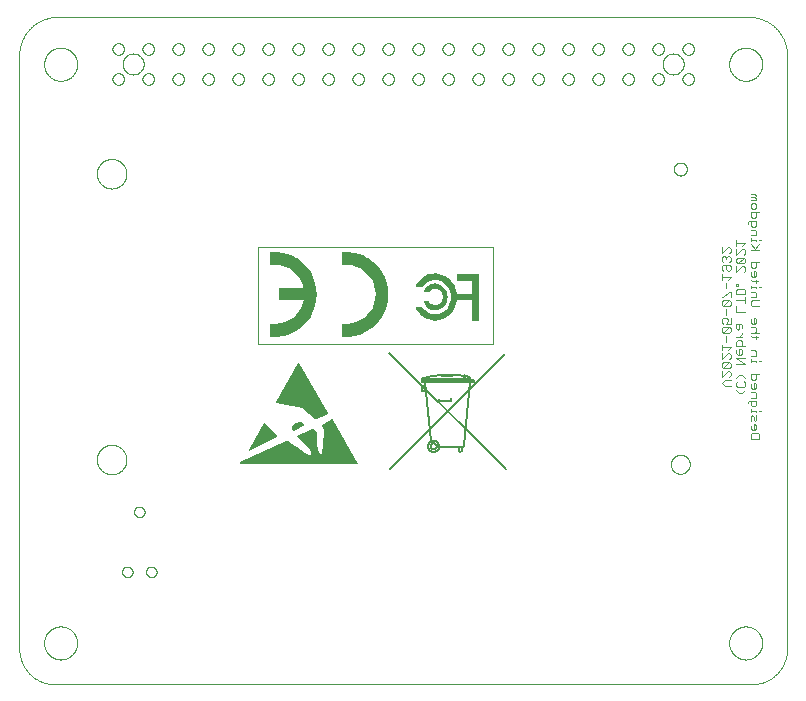
<source format=gbo>
G04 EAGLE Gerber RS-274X export*
G75*
%MOMM*%
%FSLAX34Y34*%
%LPD*%
%INBottom silk*%
%IPPOS*%
%AMOC8*
5,1,8,0,0,1.08239X$1,22.5*%
G01*
%ADD10C,0.076200*%
%ADD11C,0.000000*%
%ADD12C,0.144800*%
%ADD13R,2.238500X1.074500*%
%ADD14C,0.120000*%

G36*
X286482Y186529D02*
X286482Y186529D01*
X286496Y186527D01*
X286546Y186549D01*
X286598Y186564D01*
X286607Y186576D01*
X286620Y186581D01*
X286650Y186627D01*
X286684Y186669D01*
X286686Y186683D01*
X286694Y186695D01*
X286690Y186724D01*
X286699Y186803D01*
X286675Y186848D01*
X286672Y186875D01*
X265459Y224116D01*
X265449Y224126D01*
X265445Y224139D01*
X265401Y224172D01*
X265361Y224210D01*
X265347Y224212D01*
X265336Y224220D01*
X265308Y224219D01*
X265227Y224233D01*
X265183Y224213D01*
X265155Y224212D01*
X256198Y219970D01*
X256173Y219948D01*
X256142Y219933D01*
X256124Y219903D01*
X256098Y219879D01*
X256089Y219847D01*
X256072Y219818D01*
X256075Y219792D01*
X256064Y219748D01*
X256094Y219665D01*
X256098Y219638D01*
X257507Y217289D01*
X257949Y216403D01*
X257949Y212696D01*
X256552Y194065D01*
X255897Y194065D01*
X254594Y194934D01*
X253686Y196749D01*
X252756Y199538D01*
X252290Y203743D01*
X252290Y212688D01*
X252251Y212817D01*
X252247Y212820D01*
X252246Y212824D01*
X249889Y216123D01*
X249874Y216134D01*
X249866Y216150D01*
X249838Y216162D01*
X249782Y216205D01*
X249725Y216209D01*
X249698Y216221D01*
X248284Y216221D01*
X248213Y216199D01*
X248183Y216198D01*
X235455Y210070D01*
X235426Y210044D01*
X235392Y210026D01*
X235383Y210004D01*
X235355Y209978D01*
X235330Y209877D01*
X235322Y209859D01*
X235322Y209388D01*
X235324Y209382D01*
X235322Y209377D01*
X235331Y209360D01*
X235361Y209258D01*
X235390Y209234D01*
X235400Y209213D01*
X244334Y201219D01*
X246195Y198427D01*
X247107Y196604D01*
X247107Y195300D01*
X246677Y194440D01*
X246301Y194065D01*
X245518Y194065D01*
X242276Y195917D01*
X238515Y198268D01*
X235221Y200621D01*
X235216Y200623D01*
X235214Y200625D01*
X230971Y203453D01*
X230967Y203455D01*
X230966Y203457D01*
X227195Y205814D01*
X227083Y205844D01*
X227070Y205850D01*
X226127Y205850D01*
X226060Y205829D01*
X226030Y205829D01*
X186903Y187916D01*
X186878Y187894D01*
X186871Y187892D01*
X186865Y187885D01*
X186836Y187870D01*
X186828Y187849D01*
X186801Y187826D01*
X186794Y187799D01*
X186784Y187787D01*
X186780Y187747D01*
X186772Y187716D01*
X186766Y187703D01*
X186766Y186760D01*
X186773Y186738D01*
X186770Y186716D01*
X186792Y186674D01*
X186805Y186630D01*
X186823Y186616D01*
X186833Y186596D01*
X186861Y186584D01*
X186910Y186544D01*
X186973Y186537D01*
X187000Y186525D01*
X286468Y186525D01*
X286482Y186529D01*
G37*
G36*
X278672Y294111D02*
X278672Y294111D01*
X278709Y294108D01*
X283511Y294745D01*
X283570Y294763D01*
X283607Y294764D01*
X288277Y296052D01*
X288332Y296078D01*
X288369Y296084D01*
X292819Y297997D01*
X292871Y298030D01*
X292906Y298042D01*
X297053Y300545D01*
X297100Y300585D01*
X297133Y300601D01*
X300899Y303647D01*
X300940Y303693D01*
X300971Y303714D01*
X304286Y307246D01*
X304320Y307297D01*
X304348Y307321D01*
X307149Y311273D01*
X307176Y311328D01*
X307200Y311357D01*
X309435Y315654D01*
X309454Y315712D01*
X309475Y315744D01*
X311102Y320306D01*
X311112Y320362D01*
X311123Y320388D01*
X311128Y320400D01*
X312117Y325142D01*
X312119Y325203D01*
X312130Y325239D01*
X312462Y330072D01*
X312456Y330133D01*
X312462Y330169D01*
X312130Y335002D01*
X312116Y335062D01*
X312117Y335099D01*
X311128Y339841D01*
X311106Y339898D01*
X311102Y339935D01*
X309475Y344497D01*
X309445Y344551D01*
X309435Y344587D01*
X307200Y348884D01*
X307163Y348933D01*
X307149Y348968D01*
X304348Y352920D01*
X304305Y352963D01*
X304286Y352995D01*
X300971Y356527D01*
X300922Y356565D01*
X300899Y356594D01*
X297133Y359640D01*
X297080Y359670D01*
X297053Y359696D01*
X292906Y362199D01*
X292849Y362222D01*
X292819Y362244D01*
X288369Y364157D01*
X288309Y364171D01*
X288277Y364189D01*
X283607Y365477D01*
X283546Y365483D01*
X283511Y365496D01*
X278709Y366133D01*
X278648Y366131D01*
X278611Y366139D01*
X273768Y366115D01*
X273733Y366109D01*
X273698Y366111D01*
X273616Y366088D01*
X273533Y366074D01*
X273502Y366057D01*
X273468Y366047D01*
X273398Y365999D01*
X273325Y365958D01*
X273301Y365932D01*
X273272Y365912D01*
X273222Y365843D01*
X273166Y365780D01*
X273152Y365748D01*
X273131Y365719D01*
X273120Y365669D01*
X273074Y365560D01*
X273068Y365449D01*
X273056Y365400D01*
X273056Y355730D01*
X273064Y355680D01*
X273063Y355630D01*
X273084Y355564D01*
X273096Y355494D01*
X273120Y355451D01*
X273135Y355403D01*
X273177Y355347D01*
X273211Y355286D01*
X273248Y355252D01*
X273278Y355212D01*
X273336Y355173D01*
X273388Y355126D01*
X273434Y355106D01*
X273475Y355079D01*
X273522Y355069D01*
X273607Y355033D01*
X273749Y355024D01*
X273797Y355015D01*
X277679Y355154D01*
X281483Y354706D01*
X285173Y353684D01*
X288665Y352111D01*
X291876Y350024D01*
X294732Y347472D01*
X297166Y344515D01*
X299120Y341221D01*
X300549Y337668D01*
X301421Y333939D01*
X301713Y330121D01*
X301421Y326302D01*
X300549Y322573D01*
X299120Y319020D01*
X297166Y315726D01*
X294732Y312769D01*
X291876Y310217D01*
X288665Y308130D01*
X285173Y306557D01*
X281483Y305535D01*
X277679Y305087D01*
X273797Y305226D01*
X273748Y305220D01*
X273698Y305223D01*
X273630Y305204D01*
X273561Y305195D01*
X273516Y305173D01*
X273468Y305159D01*
X273410Y305119D01*
X273348Y305088D01*
X273313Y305052D01*
X273272Y305024D01*
X273231Y304967D01*
X273182Y304917D01*
X273161Y304871D01*
X273131Y304831D01*
X273120Y304784D01*
X273082Y304700D01*
X273067Y304559D01*
X273056Y304512D01*
X273056Y294842D01*
X273062Y294807D01*
X273060Y294771D01*
X273082Y294690D01*
X273096Y294606D01*
X273113Y294575D01*
X273122Y294541D01*
X273170Y294472D01*
X273211Y294398D01*
X273237Y294374D01*
X273257Y294345D01*
X273325Y294295D01*
X273388Y294238D01*
X273420Y294224D01*
X273449Y294203D01*
X273499Y294191D01*
X273607Y294145D01*
X273718Y294138D01*
X273768Y294126D01*
X278611Y294102D01*
X278672Y294111D01*
G37*
G36*
X218142Y294111D02*
X218142Y294111D01*
X218179Y294108D01*
X222981Y294745D01*
X223040Y294763D01*
X223077Y294764D01*
X227747Y296052D01*
X227802Y296078D01*
X227839Y296084D01*
X232289Y297997D01*
X232341Y298030D01*
X232376Y298042D01*
X236523Y300545D01*
X236570Y300585D01*
X236603Y300601D01*
X240369Y303647D01*
X240410Y303693D01*
X240441Y303714D01*
X243756Y307246D01*
X243790Y307297D01*
X243818Y307321D01*
X246619Y311273D01*
X246646Y311328D01*
X246670Y311357D01*
X248905Y315654D01*
X248924Y315712D01*
X248945Y315744D01*
X250572Y320306D01*
X250582Y320362D01*
X250593Y320388D01*
X250598Y320400D01*
X251587Y325142D01*
X251589Y325203D01*
X251600Y325239D01*
X251932Y330072D01*
X251926Y330133D01*
X251932Y330169D01*
X251600Y335002D01*
X251586Y335062D01*
X251587Y335099D01*
X250598Y339841D01*
X250576Y339898D01*
X250572Y339935D01*
X248945Y344497D01*
X248915Y344551D01*
X248905Y344587D01*
X246670Y348884D01*
X246633Y348933D01*
X246619Y348968D01*
X243818Y352920D01*
X243775Y352963D01*
X243756Y352995D01*
X240441Y356527D01*
X240392Y356565D01*
X240369Y356594D01*
X236603Y359640D01*
X236550Y359670D01*
X236523Y359696D01*
X232376Y362199D01*
X232319Y362222D01*
X232289Y362244D01*
X227839Y364157D01*
X227779Y364171D01*
X227747Y364189D01*
X223077Y365477D01*
X223016Y365483D01*
X222981Y365496D01*
X218179Y366133D01*
X218118Y366131D01*
X218081Y366139D01*
X213238Y366115D01*
X213203Y366109D01*
X213168Y366111D01*
X213086Y366088D01*
X213003Y366074D01*
X212972Y366057D01*
X212938Y366047D01*
X212868Y365999D01*
X212795Y365958D01*
X212771Y365932D01*
X212742Y365912D01*
X212692Y365843D01*
X212636Y365780D01*
X212622Y365748D01*
X212601Y365719D01*
X212590Y365669D01*
X212544Y365560D01*
X212538Y365449D01*
X212526Y365400D01*
X212526Y355730D01*
X212534Y355680D01*
X212533Y355630D01*
X212554Y355564D01*
X212566Y355494D01*
X212590Y355451D01*
X212605Y355403D01*
X212647Y355347D01*
X212681Y355286D01*
X212718Y355252D01*
X212748Y355212D01*
X212806Y355173D01*
X212858Y355126D01*
X212904Y355106D01*
X212945Y355079D01*
X212992Y355069D01*
X213077Y355033D01*
X213219Y355024D01*
X213267Y355015D01*
X217149Y355154D01*
X220953Y354706D01*
X224643Y353684D01*
X228135Y352111D01*
X231346Y350024D01*
X234202Y347472D01*
X236636Y344515D01*
X238590Y341221D01*
X240019Y337668D01*
X240891Y333939D01*
X241183Y330121D01*
X240891Y326302D01*
X240019Y322573D01*
X238590Y319020D01*
X236636Y315726D01*
X234202Y312769D01*
X231346Y310217D01*
X228135Y308130D01*
X224643Y306557D01*
X220953Y305535D01*
X217149Y305087D01*
X213267Y305226D01*
X213218Y305220D01*
X213168Y305223D01*
X213100Y305204D01*
X213031Y305195D01*
X212986Y305173D01*
X212938Y305159D01*
X212880Y305119D01*
X212818Y305088D01*
X212783Y305052D01*
X212742Y305024D01*
X212701Y304967D01*
X212652Y304917D01*
X212631Y304871D01*
X212601Y304831D01*
X212590Y304784D01*
X212552Y304700D01*
X212537Y304559D01*
X212526Y304512D01*
X212526Y294842D01*
X212532Y294807D01*
X212530Y294771D01*
X212552Y294690D01*
X212566Y294606D01*
X212583Y294575D01*
X212592Y294541D01*
X212640Y294472D01*
X212681Y294398D01*
X212707Y294374D01*
X212727Y294345D01*
X212795Y294295D01*
X212858Y294238D01*
X212890Y294224D01*
X212919Y294203D01*
X212969Y294191D01*
X213077Y294145D01*
X213188Y294138D01*
X213238Y294126D01*
X218081Y294102D01*
X218142Y294111D01*
G37*
G36*
X251660Y224261D02*
X251660Y224261D01*
X251689Y224263D01*
X261117Y228977D01*
X261139Y228997D01*
X261166Y229009D01*
X261187Y229043D01*
X261216Y229070D01*
X261222Y229099D01*
X261238Y229124D01*
X261235Y229152D01*
X261246Y229202D01*
X261219Y229274D01*
X261215Y229304D01*
X236701Y271731D01*
X236690Y271741D01*
X236685Y271755D01*
X236642Y271787D01*
X236602Y271823D01*
X236588Y271826D01*
X236576Y271835D01*
X236522Y271837D01*
X236469Y271846D01*
X236455Y271840D01*
X236441Y271840D01*
X236417Y271823D01*
X236345Y271791D01*
X236318Y271748D01*
X236296Y271731D01*
X217440Y239204D01*
X217417Y239107D01*
X217408Y239087D01*
X217408Y238144D01*
X217408Y238143D01*
X217429Y238075D01*
X217447Y238014D01*
X217448Y238014D01*
X217448Y238013D01*
X217449Y238012D01*
X217552Y237928D01*
X217582Y237924D01*
X217599Y237913D01*
X240156Y233684D01*
X240576Y233264D01*
X240582Y233261D01*
X240584Y233256D01*
X250484Y224299D01*
X250607Y224241D01*
X250628Y224244D01*
X250641Y224238D01*
X251584Y224238D01*
X251660Y224261D01*
G37*
G36*
X389102Y307868D02*
X389102Y307868D01*
X389129Y307866D01*
X389193Y307888D01*
X389259Y307902D01*
X389281Y307918D01*
X389307Y307927D01*
X389357Y307973D01*
X389411Y308014D01*
X389425Y308037D01*
X389444Y308056D01*
X389456Y308093D01*
X389504Y308178D01*
X389513Y308274D01*
X389524Y308312D01*
X389524Y346818D01*
X389518Y346845D01*
X389521Y346872D01*
X389499Y346936D01*
X389485Y347002D01*
X389468Y347024D01*
X389460Y347050D01*
X389413Y347100D01*
X389373Y347154D01*
X389349Y347168D01*
X389330Y347188D01*
X389293Y347199D01*
X389209Y347247D01*
X389112Y347256D01*
X389075Y347267D01*
X371065Y347267D01*
X371039Y347262D01*
X371012Y347264D01*
X370947Y347242D01*
X370881Y347228D01*
X370859Y347212D01*
X370833Y347203D01*
X370784Y347156D01*
X370729Y347116D01*
X370716Y347092D01*
X370696Y347074D01*
X370684Y347036D01*
X370637Y346952D01*
X370628Y346855D01*
X370616Y346818D01*
X370616Y341644D01*
X370622Y341617D01*
X370619Y341590D01*
X370642Y341526D01*
X370656Y341460D01*
X370672Y341438D01*
X370681Y341412D01*
X370727Y341362D01*
X370767Y341308D01*
X370791Y341294D01*
X370810Y341274D01*
X370847Y341263D01*
X370932Y341215D01*
X371028Y341206D01*
X371065Y341195D01*
X383153Y341195D01*
X383153Y330651D01*
X370468Y330651D01*
X370461Y330649D01*
X370456Y330895D01*
X370452Y330913D01*
X370453Y330927D01*
X370447Y330947D01*
X370449Y330966D01*
X369913Y333890D01*
X369896Y333933D01*
X369895Y333960D01*
X368901Y336761D01*
X368877Y336800D01*
X368871Y336827D01*
X367444Y339435D01*
X367414Y339469D01*
X367405Y339495D01*
X365580Y341842D01*
X365545Y341871D01*
X365532Y341895D01*
X363357Y343922D01*
X363318Y343946D01*
X363301Y343967D01*
X360832Y345622D01*
X360789Y345639D01*
X360769Y345657D01*
X358068Y346898D01*
X358023Y346908D01*
X358000Y346922D01*
X355136Y347718D01*
X355090Y347720D01*
X355065Y347731D01*
X352111Y348061D01*
X352048Y348054D01*
X352015Y348061D01*
X349144Y347769D01*
X349100Y347754D01*
X349072Y347755D01*
X346286Y347002D01*
X346244Y346981D01*
X346217Y346977D01*
X343590Y345782D01*
X343552Y345755D01*
X343526Y345747D01*
X341127Y344142D01*
X341094Y344109D01*
X341069Y344097D01*
X338962Y342125D01*
X338935Y342087D01*
X338913Y342071D01*
X337152Y339784D01*
X337132Y339742D01*
X337112Y339722D01*
X335847Y337370D01*
X335705Y337266D01*
X335613Y337101D01*
X335595Y336914D01*
X335657Y336735D01*
X335786Y336598D01*
X336041Y336518D01*
X341116Y336518D01*
X341183Y336533D01*
X341251Y336539D01*
X341268Y336551D01*
X341300Y336558D01*
X341452Y336670D01*
X341461Y336685D01*
X341470Y336692D01*
X342776Y338368D01*
X344310Y339785D01*
X346055Y340931D01*
X347963Y341777D01*
X349985Y342301D01*
X352053Y342486D01*
X354437Y342185D01*
X356745Y341478D01*
X358897Y340387D01*
X360831Y338943D01*
X362490Y337190D01*
X363824Y335179D01*
X364794Y332969D01*
X365372Y330626D01*
X365541Y328203D01*
X365461Y325711D01*
X364942Y323290D01*
X364001Y321000D01*
X362667Y318914D01*
X360983Y317099D01*
X359003Y315612D01*
X356791Y314502D01*
X354415Y313803D01*
X351969Y313540D01*
X349576Y313874D01*
X347257Y314609D01*
X345093Y315721D01*
X343144Y317179D01*
X341441Y318969D01*
X341403Y318995D01*
X341371Y319029D01*
X341339Y319039D01*
X341286Y319075D01*
X341139Y319102D01*
X341116Y319109D01*
X336141Y319109D01*
X336090Y319098D01*
X336038Y319097D01*
X335999Y319078D01*
X335957Y319069D01*
X335915Y319038D01*
X335867Y319016D01*
X335839Y318983D01*
X335805Y318958D01*
X335779Y318912D01*
X335745Y318872D01*
X335733Y318831D01*
X335712Y318793D01*
X335707Y318741D01*
X335693Y318691D01*
X335700Y318661D01*
X335695Y318606D01*
X335752Y318438D01*
X335754Y318431D01*
X335972Y318062D01*
X337193Y316000D01*
X337222Y315967D01*
X337232Y315943D01*
X339027Y313761D01*
X339061Y313734D01*
X339074Y313711D01*
X341182Y311830D01*
X341220Y311809D01*
X341237Y311788D01*
X343607Y310253D01*
X343648Y310237D01*
X343668Y310220D01*
X346246Y309065D01*
X346289Y309056D01*
X346311Y309042D01*
X349036Y308297D01*
X349080Y308294D01*
X349104Y308284D01*
X351911Y307965D01*
X351976Y307971D01*
X352011Y307964D01*
X354951Y308288D01*
X354994Y308303D01*
X355021Y308302D01*
X357873Y309085D01*
X357913Y309106D01*
X357940Y309110D01*
X360633Y310333D01*
X360670Y310360D01*
X360695Y310368D01*
X363162Y312001D01*
X363194Y312033D01*
X363218Y312045D01*
X365396Y314046D01*
X365422Y314083D01*
X365444Y314099D01*
X367279Y316419D01*
X367299Y316459D01*
X367319Y316478D01*
X368765Y319058D01*
X368778Y319101D01*
X368795Y319123D01*
X369816Y321899D01*
X369822Y321944D01*
X369835Y321967D01*
X370406Y324870D01*
X370405Y324915D01*
X370414Y324941D01*
X370433Y325485D01*
X370468Y325474D01*
X383253Y325474D01*
X383253Y308312D01*
X383258Y308285D01*
X383256Y308258D01*
X383278Y308193D01*
X383292Y308127D01*
X383308Y308105D01*
X383317Y308079D01*
X383364Y308030D01*
X383404Y307975D01*
X383428Y307962D01*
X383446Y307942D01*
X383484Y307930D01*
X383568Y307883D01*
X383665Y307874D01*
X383702Y307862D01*
X389075Y307862D01*
X389102Y307868D01*
G37*
G36*
X194621Y197861D02*
X194621Y197861D01*
X194645Y197862D01*
X218215Y209176D01*
X218243Y209202D01*
X218277Y209220D01*
X218286Y209242D01*
X218315Y209268D01*
X218340Y209369D01*
X218348Y209388D01*
X218348Y209859D01*
X218309Y209988D01*
X218291Y210002D01*
X218286Y210017D01*
X207915Y221331D01*
X207865Y221360D01*
X207818Y221394D01*
X207808Y221394D01*
X207799Y221400D01*
X207741Y221397D01*
X207683Y221399D01*
X207676Y221394D01*
X207663Y221393D01*
X207555Y221312D01*
X207549Y221296D01*
X207539Y221289D01*
X194340Y198190D01*
X194325Y198126D01*
X194309Y198062D01*
X194310Y198060D01*
X194310Y198058D01*
X194333Y197996D01*
X194355Y197934D01*
X194357Y197933D01*
X194357Y197931D01*
X194411Y197893D01*
X194464Y197853D01*
X194465Y197853D01*
X194467Y197852D01*
X194603Y197847D01*
X194621Y197861D01*
G37*
G36*
X352194Y316629D02*
X352194Y316629D01*
X352232Y316624D01*
X354254Y316950D01*
X354305Y316970D01*
X354336Y316972D01*
X356259Y317676D01*
X356306Y317705D01*
X356337Y317713D01*
X358091Y318768D01*
X358132Y318806D01*
X358160Y318819D01*
X359682Y320189D01*
X359715Y320234D01*
X359740Y320252D01*
X360975Y321885D01*
X360999Y321936D01*
X361020Y321958D01*
X361923Y323796D01*
X361936Y323850D01*
X361953Y323877D01*
X362491Y325853D01*
X362494Y325908D01*
X362505Y325937D01*
X362658Y327979D01*
X362652Y328023D01*
X362658Y328049D01*
X362492Y330094D01*
X362479Y330138D01*
X362480Y330150D01*
X362477Y330158D01*
X362478Y330177D01*
X361933Y332154D01*
X361908Y332203D01*
X361903Y332233D01*
X360999Y334075D01*
X360965Y334117D01*
X360955Y334147D01*
X359723Y335787D01*
X359682Y335822D01*
X359666Y335849D01*
X358149Y337230D01*
X358102Y337258D01*
X358082Y337281D01*
X356334Y338354D01*
X356282Y338373D01*
X356258Y338392D01*
X354340Y339120D01*
X354286Y339128D01*
X354259Y339142D01*
X352239Y339499D01*
X352139Y339496D01*
X352100Y339502D01*
X350095Y339232D01*
X350042Y339213D01*
X350010Y339212D01*
X348094Y338560D01*
X348046Y338531D01*
X348015Y338524D01*
X346261Y337514D01*
X346219Y337477D01*
X346190Y337464D01*
X344664Y336135D01*
X344630Y336090D01*
X344604Y336072D01*
X343363Y334474D01*
X343338Y334423D01*
X343316Y334400D01*
X342406Y332593D01*
X342397Y332557D01*
X342379Y332524D01*
X342373Y332466D01*
X342359Y332410D01*
X342365Y332374D01*
X342361Y332337D01*
X342380Y332282D01*
X342390Y332224D01*
X342411Y332193D01*
X342423Y332158D01*
X342463Y332116D01*
X342495Y332068D01*
X342527Y332048D01*
X342552Y332021D01*
X342588Y332010D01*
X342655Y331968D01*
X342774Y331952D01*
X342807Y331941D01*
X346787Y331941D01*
X346857Y331956D01*
X346928Y331964D01*
X346943Y331975D01*
X346972Y331981D01*
X347124Y332093D01*
X347134Y332111D01*
X347146Y332120D01*
X347897Y333114D01*
X348797Y333907D01*
X349838Y334505D01*
X350977Y334882D01*
X352156Y335022D01*
X353422Y334846D01*
X354641Y334419D01*
X355751Y333760D01*
X356708Y332893D01*
X357476Y331855D01*
X358022Y330685D01*
X358326Y329430D01*
X358377Y328111D01*
X358333Y326782D01*
X358034Y325515D01*
X357490Y324333D01*
X356724Y323282D01*
X355765Y322402D01*
X354652Y321729D01*
X353427Y321290D01*
X352160Y321104D01*
X350981Y321277D01*
X349829Y321671D01*
X348769Y322268D01*
X347836Y323050D01*
X347034Y324020D01*
X346986Y324058D01*
X346943Y324104D01*
X346919Y324111D01*
X346886Y324137D01*
X346704Y324183D01*
X346694Y324181D01*
X346688Y324183D01*
X342807Y324183D01*
X342778Y324177D01*
X342747Y324179D01*
X342686Y324157D01*
X342623Y324144D01*
X342599Y324126D01*
X342570Y324115D01*
X342523Y324070D01*
X342471Y324032D01*
X342456Y324005D01*
X342434Y323984D01*
X342410Y323924D01*
X342379Y323868D01*
X342376Y323837D01*
X342364Y323809D01*
X342370Y323771D01*
X342361Y323680D01*
X342395Y323582D01*
X342400Y323544D01*
X343138Y321966D01*
X343167Y321927D01*
X343176Y321899D01*
X344172Y320471D01*
X344208Y320437D01*
X344221Y320412D01*
X345446Y319174D01*
X345487Y319147D01*
X345504Y319124D01*
X346923Y318113D01*
X346968Y318093D01*
X346989Y318074D01*
X348559Y317320D01*
X348606Y317308D01*
X348630Y317293D01*
X350306Y316817D01*
X350355Y316814D01*
X350381Y316803D01*
X352113Y316621D01*
X352194Y316629D01*
G37*
G36*
X232334Y214832D02*
X232334Y214832D01*
X232357Y214833D01*
X242256Y219547D01*
X242266Y219556D01*
X242278Y219559D01*
X242315Y219601D01*
X242356Y219638D01*
X242360Y219651D01*
X242368Y219661D01*
X242376Y219716D01*
X242389Y219769D01*
X242385Y219782D01*
X242387Y219795D01*
X242372Y219819D01*
X242344Y219897D01*
X242306Y219926D01*
X242292Y219949D01*
X238992Y222306D01*
X238863Y222350D01*
X238859Y222348D01*
X238855Y222350D01*
X237913Y222350D01*
X237872Y222337D01*
X237846Y222340D01*
X233131Y220926D01*
X233094Y220901D01*
X233068Y220896D01*
X231654Y219953D01*
X231615Y219905D01*
X231590Y219888D01*
X230647Y218474D01*
X230645Y218470D01*
X230642Y218467D01*
X230639Y218450D01*
X230607Y218345D01*
X230618Y218310D01*
X230614Y218288D01*
X231086Y216402D01*
X231113Y216356D01*
X231119Y216329D01*
X232062Y214915D01*
X232066Y214911D01*
X232068Y214906D01*
X232118Y214868D01*
X232166Y214828D01*
X232171Y214828D01*
X232176Y214825D01*
X232195Y214825D01*
X232301Y214814D01*
X232334Y214832D01*
G37*
D10*
X626582Y207903D02*
X619210Y207903D01*
X619210Y211589D01*
X620439Y212818D01*
X625354Y212818D01*
X626582Y211589D01*
X626582Y207903D01*
X619210Y216616D02*
X619210Y219073D01*
X619210Y216616D02*
X620439Y215387D01*
X622896Y215387D01*
X624125Y216616D01*
X624125Y219073D01*
X622896Y220302D01*
X621668Y220302D01*
X621668Y215387D01*
X619210Y222871D02*
X619210Y226557D01*
X620439Y227786D01*
X621668Y226557D01*
X621668Y224100D01*
X622896Y222871D01*
X624125Y224100D01*
X624125Y227786D01*
X624125Y230355D02*
X624125Y231584D01*
X619210Y231584D01*
X619210Y230355D02*
X619210Y232813D01*
X626582Y231584D02*
X627811Y231584D01*
X616753Y237802D02*
X616753Y239031D01*
X617981Y240260D01*
X624125Y240260D01*
X624125Y236573D01*
X622896Y235345D01*
X620439Y235345D01*
X619210Y236573D01*
X619210Y240260D01*
X619210Y242829D02*
X624125Y242829D01*
X624125Y246515D01*
X622896Y247744D01*
X619210Y247744D01*
X619210Y251542D02*
X619210Y253999D01*
X619210Y251542D02*
X620439Y250313D01*
X622896Y250313D01*
X624125Y251542D01*
X624125Y253999D01*
X622896Y255228D01*
X621668Y255228D01*
X621668Y250313D01*
X619210Y262712D02*
X626582Y262712D01*
X619210Y262712D02*
X619210Y259026D01*
X620439Y257797D01*
X622896Y257797D01*
X624125Y259026D01*
X624125Y262712D01*
X624125Y272766D02*
X624125Y273994D01*
X619210Y273994D01*
X619210Y272766D02*
X619210Y275223D01*
X626582Y273994D02*
X627811Y273994D01*
X624125Y277755D02*
X619210Y277755D01*
X624125Y277755D02*
X624125Y281441D01*
X622896Y282670D01*
X619210Y282670D01*
X620439Y293952D02*
X625354Y293952D01*
X620439Y293952D02*
X619210Y295181D01*
X624125Y295181D02*
X624125Y292723D01*
X626582Y297713D02*
X619210Y297713D01*
X622896Y297713D02*
X624125Y298941D01*
X624125Y301399D01*
X622896Y302628D01*
X619210Y302628D01*
X619210Y306426D02*
X619210Y308883D01*
X619210Y306426D02*
X620439Y305197D01*
X622896Y305197D01*
X624125Y306426D01*
X624125Y308883D01*
X622896Y310112D01*
X621668Y310112D01*
X621668Y305197D01*
X620439Y320165D02*
X626582Y320165D01*
X620439Y320165D02*
X619210Y321394D01*
X619210Y323851D01*
X620439Y325080D01*
X626582Y325080D01*
X624125Y327649D02*
X619210Y327649D01*
X624125Y327649D02*
X624125Y331335D01*
X622896Y332564D01*
X619210Y332564D01*
X624125Y335133D02*
X624125Y336362D01*
X619210Y336362D01*
X619210Y335133D02*
X619210Y337591D01*
X626582Y336362D02*
X627811Y336362D01*
X625354Y341352D02*
X620439Y341352D01*
X619210Y342580D01*
X624125Y342580D02*
X624125Y340123D01*
X619210Y346341D02*
X619210Y348798D01*
X619210Y346341D02*
X620439Y345112D01*
X622896Y345112D01*
X624125Y346341D01*
X624125Y348798D01*
X622896Y350027D01*
X621668Y350027D01*
X621668Y345112D01*
X619210Y357511D02*
X626582Y357511D01*
X619210Y357511D02*
X619210Y353825D01*
X620439Y352597D01*
X622896Y352597D01*
X624125Y353825D01*
X624125Y357511D01*
X626582Y367565D02*
X619210Y367565D01*
X621668Y367565D02*
X626582Y372480D01*
X622896Y368794D02*
X619210Y372480D01*
X624125Y375049D02*
X624125Y376278D01*
X619210Y376278D01*
X619210Y377506D02*
X619210Y375049D01*
X626582Y376278D02*
X627811Y376278D01*
X624125Y380038D02*
X619210Y380038D01*
X624125Y380038D02*
X624125Y383725D01*
X622896Y384953D01*
X619210Y384953D01*
X616753Y389980D02*
X616753Y391209D01*
X617981Y392437D01*
X624125Y392437D01*
X624125Y388751D01*
X622896Y387523D01*
X620439Y387523D01*
X619210Y388751D01*
X619210Y392437D01*
X619210Y399922D02*
X626582Y399922D01*
X619210Y399922D02*
X619210Y396235D01*
X620439Y395007D01*
X622896Y395007D01*
X624125Y396235D01*
X624125Y399922D01*
X619210Y403720D02*
X619210Y406177D01*
X620439Y407406D01*
X622896Y407406D01*
X624125Y406177D01*
X624125Y403720D01*
X622896Y402491D01*
X620439Y402491D01*
X619210Y403720D01*
X619210Y409975D02*
X624125Y409975D01*
X624125Y411204D01*
X622896Y412432D01*
X619210Y412432D01*
X622896Y412432D02*
X624125Y413661D01*
X622896Y414890D01*
X619210Y414890D01*
X607018Y249028D02*
X609476Y246571D01*
X611933Y246571D01*
X614390Y249028D01*
X614390Y255247D02*
X613162Y256475D01*
X614390Y255247D02*
X614390Y252789D01*
X613162Y251560D01*
X608247Y251560D01*
X607018Y252789D01*
X607018Y255247D01*
X608247Y256475D01*
X607018Y259045D02*
X609476Y261502D01*
X611933Y261502D01*
X614390Y259045D01*
X614390Y271518D02*
X607018Y271518D01*
X607018Y276433D02*
X614390Y271518D01*
X614390Y276433D02*
X607018Y276433D01*
X607018Y280231D02*
X607018Y282688D01*
X607018Y280231D02*
X608247Y279002D01*
X610704Y279002D01*
X611933Y280231D01*
X611933Y282688D01*
X610704Y283917D01*
X609476Y283917D01*
X609476Y279002D01*
X607018Y286486D02*
X614390Y286486D01*
X607018Y286486D02*
X607018Y290173D01*
X608247Y291401D01*
X610704Y291401D01*
X611933Y290173D01*
X611933Y286486D01*
X611933Y293971D02*
X607018Y293971D01*
X609476Y293971D02*
X611933Y296428D01*
X611933Y297657D01*
X611933Y301436D02*
X611933Y303894D01*
X610704Y305122D01*
X607018Y305122D01*
X607018Y301436D01*
X608247Y300207D01*
X609476Y301436D01*
X609476Y305122D01*
X607018Y315176D02*
X614390Y315176D01*
X607018Y315176D02*
X607018Y320091D01*
X607018Y325117D02*
X614390Y325117D01*
X614390Y322660D02*
X614390Y327575D01*
X614390Y330144D02*
X607018Y330144D01*
X607018Y333830D01*
X608247Y335059D01*
X613162Y335059D01*
X614390Y333830D01*
X614390Y330144D01*
X608247Y337628D02*
X607018Y337628D01*
X608247Y337628D02*
X608247Y338857D01*
X607018Y338857D01*
X607018Y337628D01*
X607018Y348854D02*
X607018Y353769D01*
X607018Y348854D02*
X611933Y353769D01*
X613162Y353769D01*
X614390Y352541D01*
X614390Y350083D01*
X613162Y348854D01*
X613162Y356339D02*
X608247Y356339D01*
X613162Y356339D02*
X614390Y357567D01*
X614390Y360025D01*
X613162Y361253D01*
X608247Y361253D01*
X607018Y360025D01*
X607018Y357567D01*
X608247Y356339D01*
X613162Y361253D01*
X607018Y363823D02*
X607018Y368738D01*
X607018Y363823D02*
X611933Y368738D01*
X613162Y368738D01*
X614390Y367509D01*
X614390Y365051D01*
X613162Y363823D01*
X611933Y371307D02*
X614390Y373764D01*
X607018Y373764D01*
X607018Y371307D02*
X607018Y376222D01*
X602198Y252808D02*
X597284Y252808D01*
X594826Y255265D01*
X597284Y257723D01*
X602198Y257723D01*
X594826Y260292D02*
X594826Y265207D01*
X594826Y260292D02*
X599741Y265207D01*
X600970Y265207D01*
X602198Y263978D01*
X602198Y261521D01*
X600970Y260292D01*
X600970Y267776D02*
X596055Y267776D01*
X600970Y267776D02*
X602198Y269005D01*
X602198Y271462D01*
X600970Y272691D01*
X596055Y272691D01*
X594826Y271462D01*
X594826Y269005D01*
X596055Y267776D01*
X600970Y272691D01*
X594826Y275260D02*
X594826Y280175D01*
X594826Y275260D02*
X599741Y280175D01*
X600970Y280175D01*
X602198Y278946D01*
X602198Y276489D01*
X600970Y275260D01*
X599741Y282744D02*
X602198Y285202D01*
X594826Y285202D01*
X594826Y287659D02*
X594826Y282744D01*
X598512Y290229D02*
X598512Y295143D01*
X596055Y297713D02*
X600970Y297713D01*
X602198Y298941D01*
X602198Y301399D01*
X600970Y302628D01*
X596055Y302628D01*
X594826Y301399D01*
X594826Y298941D01*
X596055Y297713D01*
X600970Y302628D01*
X602198Y305197D02*
X602198Y310112D01*
X602198Y305197D02*
X598512Y305197D01*
X599741Y307654D01*
X599741Y308883D01*
X598512Y310112D01*
X596055Y310112D01*
X594826Y308883D01*
X594826Y306426D01*
X596055Y305197D01*
X598512Y312681D02*
X598512Y317596D01*
X596055Y320165D02*
X600970Y320165D01*
X602198Y321394D01*
X602198Y323851D01*
X600970Y325080D01*
X596055Y325080D01*
X594826Y323851D01*
X594826Y321394D01*
X596055Y320165D01*
X600970Y325080D01*
X602198Y327649D02*
X602198Y332564D01*
X600970Y332564D01*
X596055Y327649D01*
X594826Y327649D01*
X598512Y335133D02*
X598512Y340048D01*
X599741Y342618D02*
X602198Y345075D01*
X594826Y345075D01*
X594826Y342618D02*
X594826Y347532D01*
X596055Y350102D02*
X594826Y351330D01*
X594826Y353788D01*
X596055Y355017D01*
X600970Y355017D01*
X602198Y353788D01*
X602198Y351330D01*
X600970Y350102D01*
X599741Y350102D01*
X598512Y351330D01*
X598512Y355017D01*
X600970Y357586D02*
X602198Y358815D01*
X602198Y361272D01*
X600970Y362501D01*
X599741Y362501D01*
X598512Y361272D01*
X598512Y360043D01*
X598512Y361272D02*
X597284Y362501D01*
X596055Y362501D01*
X594826Y361272D01*
X594826Y358815D01*
X596055Y357586D01*
X594826Y365070D02*
X594826Y369985D01*
X594826Y365070D02*
X599741Y369985D01*
X600970Y369985D01*
X602198Y368756D01*
X602198Y366299D01*
X600970Y365070D01*
D11*
X21000Y525000D02*
X21004Y525344D01*
X21017Y525687D01*
X21038Y526030D01*
X21067Y526372D01*
X21105Y526714D01*
X21152Y527054D01*
X21206Y527393D01*
X21269Y527731D01*
X21340Y528067D01*
X21420Y528402D01*
X21507Y528734D01*
X21603Y529064D01*
X21707Y529392D01*
X21818Y529716D01*
X21938Y530039D01*
X22066Y530358D01*
X22201Y530673D01*
X22344Y530986D01*
X22495Y531295D01*
X22653Y531600D01*
X22819Y531901D01*
X22992Y532197D01*
X23172Y532490D01*
X23359Y532778D01*
X23554Y533061D01*
X23755Y533340D01*
X23963Y533613D01*
X24178Y533882D01*
X24399Y534144D01*
X24627Y534402D01*
X24861Y534654D01*
X25101Y534899D01*
X25346Y535139D01*
X25598Y535373D01*
X25856Y535601D01*
X26118Y535822D01*
X26387Y536037D01*
X26660Y536245D01*
X26939Y536446D01*
X27222Y536641D01*
X27510Y536828D01*
X27803Y537008D01*
X28099Y537181D01*
X28400Y537347D01*
X28705Y537505D01*
X29014Y537656D01*
X29327Y537799D01*
X29642Y537934D01*
X29961Y538062D01*
X30284Y538182D01*
X30608Y538293D01*
X30936Y538397D01*
X31266Y538493D01*
X31598Y538580D01*
X31933Y538660D01*
X32269Y538731D01*
X32607Y538794D01*
X32946Y538848D01*
X33286Y538895D01*
X33628Y538933D01*
X33970Y538962D01*
X34313Y538983D01*
X34656Y538996D01*
X35000Y539000D01*
X35344Y538996D01*
X35687Y538983D01*
X36030Y538962D01*
X36372Y538933D01*
X36714Y538895D01*
X37054Y538848D01*
X37393Y538794D01*
X37731Y538731D01*
X38067Y538660D01*
X38402Y538580D01*
X38734Y538493D01*
X39064Y538397D01*
X39392Y538293D01*
X39716Y538182D01*
X40039Y538062D01*
X40358Y537934D01*
X40673Y537799D01*
X40986Y537656D01*
X41295Y537505D01*
X41600Y537347D01*
X41901Y537181D01*
X42197Y537008D01*
X42490Y536828D01*
X42778Y536641D01*
X43061Y536446D01*
X43340Y536245D01*
X43613Y536037D01*
X43882Y535822D01*
X44144Y535601D01*
X44402Y535373D01*
X44654Y535139D01*
X44899Y534899D01*
X45139Y534654D01*
X45373Y534402D01*
X45601Y534144D01*
X45822Y533882D01*
X46037Y533613D01*
X46245Y533340D01*
X46446Y533061D01*
X46641Y532778D01*
X46828Y532490D01*
X47008Y532197D01*
X47181Y531901D01*
X47347Y531600D01*
X47505Y531295D01*
X47656Y530986D01*
X47799Y530673D01*
X47934Y530358D01*
X48062Y530039D01*
X48182Y529716D01*
X48293Y529392D01*
X48397Y529064D01*
X48493Y528734D01*
X48580Y528402D01*
X48660Y528067D01*
X48731Y527731D01*
X48794Y527393D01*
X48848Y527054D01*
X48895Y526714D01*
X48933Y526372D01*
X48962Y526030D01*
X48983Y525687D01*
X48996Y525344D01*
X49000Y525000D01*
X48996Y524656D01*
X48983Y524313D01*
X48962Y523970D01*
X48933Y523628D01*
X48895Y523286D01*
X48848Y522946D01*
X48794Y522607D01*
X48731Y522269D01*
X48660Y521933D01*
X48580Y521598D01*
X48493Y521266D01*
X48397Y520936D01*
X48293Y520608D01*
X48182Y520284D01*
X48062Y519961D01*
X47934Y519642D01*
X47799Y519327D01*
X47656Y519014D01*
X47505Y518705D01*
X47347Y518400D01*
X47181Y518099D01*
X47008Y517803D01*
X46828Y517510D01*
X46641Y517222D01*
X46446Y516939D01*
X46245Y516660D01*
X46037Y516387D01*
X45822Y516118D01*
X45601Y515856D01*
X45373Y515598D01*
X45139Y515346D01*
X44899Y515101D01*
X44654Y514861D01*
X44402Y514627D01*
X44144Y514399D01*
X43882Y514178D01*
X43613Y513963D01*
X43340Y513755D01*
X43061Y513554D01*
X42778Y513359D01*
X42490Y513172D01*
X42197Y512992D01*
X41901Y512819D01*
X41600Y512653D01*
X41295Y512495D01*
X40986Y512344D01*
X40673Y512201D01*
X40358Y512066D01*
X40039Y511938D01*
X39716Y511818D01*
X39392Y511707D01*
X39064Y511603D01*
X38734Y511507D01*
X38402Y511420D01*
X38067Y511340D01*
X37731Y511269D01*
X37393Y511206D01*
X37054Y511152D01*
X36714Y511105D01*
X36372Y511067D01*
X36030Y511038D01*
X35687Y511017D01*
X35344Y511004D01*
X35000Y511000D01*
X34656Y511004D01*
X34313Y511017D01*
X33970Y511038D01*
X33628Y511067D01*
X33286Y511105D01*
X32946Y511152D01*
X32607Y511206D01*
X32269Y511269D01*
X31933Y511340D01*
X31598Y511420D01*
X31266Y511507D01*
X30936Y511603D01*
X30608Y511707D01*
X30284Y511818D01*
X29961Y511938D01*
X29642Y512066D01*
X29327Y512201D01*
X29014Y512344D01*
X28705Y512495D01*
X28400Y512653D01*
X28099Y512819D01*
X27803Y512992D01*
X27510Y513172D01*
X27222Y513359D01*
X26939Y513554D01*
X26660Y513755D01*
X26387Y513963D01*
X26118Y514178D01*
X25856Y514399D01*
X25598Y514627D01*
X25346Y514861D01*
X25101Y515101D01*
X24861Y515346D01*
X24627Y515598D01*
X24399Y515856D01*
X24178Y516118D01*
X23963Y516387D01*
X23755Y516660D01*
X23554Y516939D01*
X23359Y517222D01*
X23172Y517510D01*
X22992Y517803D01*
X22819Y518099D01*
X22653Y518400D01*
X22495Y518705D01*
X22344Y519014D01*
X22201Y519327D01*
X22066Y519642D01*
X21938Y519961D01*
X21818Y520284D01*
X21707Y520608D01*
X21603Y520936D01*
X21507Y521266D01*
X21420Y521598D01*
X21340Y521933D01*
X21269Y522269D01*
X21206Y522607D01*
X21152Y522946D01*
X21105Y523286D01*
X21067Y523628D01*
X21038Y523970D01*
X21017Y524313D01*
X21004Y524656D01*
X21000Y525000D01*
X650000Y530000D02*
X650000Y30000D01*
X620000Y565000D02*
X30000Y565000D01*
X0Y530000D02*
X0Y30000D01*
X0Y530000D02*
X-51Y530786D01*
X-83Y531573D01*
X-96Y532361D01*
X-90Y533148D01*
X-64Y533936D01*
X-20Y534722D01*
X43Y535507D01*
X125Y536291D01*
X226Y537072D01*
X346Y537850D01*
X485Y538626D01*
X642Y539398D01*
X818Y540165D01*
X1013Y540929D01*
X1225Y541687D01*
X1457Y542440D01*
X1706Y543187D01*
X1973Y543928D01*
X2258Y544663D01*
X2561Y545390D01*
X2881Y546110D01*
X3219Y546821D01*
X3573Y547525D01*
X3945Y548219D01*
X4333Y548905D01*
X4737Y549580D01*
X5158Y550246D01*
X5595Y550902D01*
X6048Y551547D01*
X6516Y552180D01*
X6999Y552802D01*
X7497Y553413D01*
X8009Y554011D01*
X8536Y554596D01*
X9077Y555169D01*
X9632Y555728D01*
X10200Y556274D01*
X10781Y556806D01*
X11374Y557324D01*
X11980Y557827D01*
X12598Y558315D01*
X13228Y558789D01*
X13869Y559247D01*
X14521Y559689D01*
X15183Y560116D01*
X15855Y560526D01*
X16537Y560920D01*
X17229Y561297D01*
X17929Y561658D01*
X18638Y562002D01*
X19355Y562328D01*
X20079Y562637D01*
X20811Y562928D01*
X21550Y563202D01*
X22295Y563457D01*
X23046Y563695D01*
X23802Y563914D01*
X24564Y564115D01*
X25330Y564298D01*
X26101Y564462D01*
X26875Y564607D01*
X27652Y564734D01*
X28433Y564841D01*
X29215Y564930D01*
X30000Y565000D01*
X601000Y525000D02*
X601004Y525344D01*
X601017Y525687D01*
X601038Y526030D01*
X601067Y526372D01*
X601105Y526714D01*
X601152Y527054D01*
X601206Y527393D01*
X601269Y527731D01*
X601340Y528067D01*
X601420Y528402D01*
X601507Y528734D01*
X601603Y529064D01*
X601707Y529392D01*
X601818Y529716D01*
X601938Y530039D01*
X602066Y530358D01*
X602201Y530673D01*
X602344Y530986D01*
X602495Y531295D01*
X602653Y531600D01*
X602819Y531901D01*
X602992Y532197D01*
X603172Y532490D01*
X603359Y532778D01*
X603554Y533061D01*
X603755Y533340D01*
X603963Y533613D01*
X604178Y533882D01*
X604399Y534144D01*
X604627Y534402D01*
X604861Y534654D01*
X605101Y534899D01*
X605346Y535139D01*
X605598Y535373D01*
X605856Y535601D01*
X606118Y535822D01*
X606387Y536037D01*
X606660Y536245D01*
X606939Y536446D01*
X607222Y536641D01*
X607510Y536828D01*
X607803Y537008D01*
X608099Y537181D01*
X608400Y537347D01*
X608705Y537505D01*
X609014Y537656D01*
X609327Y537799D01*
X609642Y537934D01*
X609961Y538062D01*
X610284Y538182D01*
X610608Y538293D01*
X610936Y538397D01*
X611266Y538493D01*
X611598Y538580D01*
X611933Y538660D01*
X612269Y538731D01*
X612607Y538794D01*
X612946Y538848D01*
X613286Y538895D01*
X613628Y538933D01*
X613970Y538962D01*
X614313Y538983D01*
X614656Y538996D01*
X615000Y539000D01*
X615344Y538996D01*
X615687Y538983D01*
X616030Y538962D01*
X616372Y538933D01*
X616714Y538895D01*
X617054Y538848D01*
X617393Y538794D01*
X617731Y538731D01*
X618067Y538660D01*
X618402Y538580D01*
X618734Y538493D01*
X619064Y538397D01*
X619392Y538293D01*
X619716Y538182D01*
X620039Y538062D01*
X620358Y537934D01*
X620673Y537799D01*
X620986Y537656D01*
X621295Y537505D01*
X621600Y537347D01*
X621901Y537181D01*
X622197Y537008D01*
X622490Y536828D01*
X622778Y536641D01*
X623061Y536446D01*
X623340Y536245D01*
X623613Y536037D01*
X623882Y535822D01*
X624144Y535601D01*
X624402Y535373D01*
X624654Y535139D01*
X624899Y534899D01*
X625139Y534654D01*
X625373Y534402D01*
X625601Y534144D01*
X625822Y533882D01*
X626037Y533613D01*
X626245Y533340D01*
X626446Y533061D01*
X626641Y532778D01*
X626828Y532490D01*
X627008Y532197D01*
X627181Y531901D01*
X627347Y531600D01*
X627505Y531295D01*
X627656Y530986D01*
X627799Y530673D01*
X627934Y530358D01*
X628062Y530039D01*
X628182Y529716D01*
X628293Y529392D01*
X628397Y529064D01*
X628493Y528734D01*
X628580Y528402D01*
X628660Y528067D01*
X628731Y527731D01*
X628794Y527393D01*
X628848Y527054D01*
X628895Y526714D01*
X628933Y526372D01*
X628962Y526030D01*
X628983Y525687D01*
X628996Y525344D01*
X629000Y525000D01*
X628996Y524656D01*
X628983Y524313D01*
X628962Y523970D01*
X628933Y523628D01*
X628895Y523286D01*
X628848Y522946D01*
X628794Y522607D01*
X628731Y522269D01*
X628660Y521933D01*
X628580Y521598D01*
X628493Y521266D01*
X628397Y520936D01*
X628293Y520608D01*
X628182Y520284D01*
X628062Y519961D01*
X627934Y519642D01*
X627799Y519327D01*
X627656Y519014D01*
X627505Y518705D01*
X627347Y518400D01*
X627181Y518099D01*
X627008Y517803D01*
X626828Y517510D01*
X626641Y517222D01*
X626446Y516939D01*
X626245Y516660D01*
X626037Y516387D01*
X625822Y516118D01*
X625601Y515856D01*
X625373Y515598D01*
X625139Y515346D01*
X624899Y515101D01*
X624654Y514861D01*
X624402Y514627D01*
X624144Y514399D01*
X623882Y514178D01*
X623613Y513963D01*
X623340Y513755D01*
X623061Y513554D01*
X622778Y513359D01*
X622490Y513172D01*
X622197Y512992D01*
X621901Y512819D01*
X621600Y512653D01*
X621295Y512495D01*
X620986Y512344D01*
X620673Y512201D01*
X620358Y512066D01*
X620039Y511938D01*
X619716Y511818D01*
X619392Y511707D01*
X619064Y511603D01*
X618734Y511507D01*
X618402Y511420D01*
X618067Y511340D01*
X617731Y511269D01*
X617393Y511206D01*
X617054Y511152D01*
X616714Y511105D01*
X616372Y511067D01*
X616030Y511038D01*
X615687Y511017D01*
X615344Y511004D01*
X615000Y511000D01*
X614656Y511004D01*
X614313Y511017D01*
X613970Y511038D01*
X613628Y511067D01*
X613286Y511105D01*
X612946Y511152D01*
X612607Y511206D01*
X612269Y511269D01*
X611933Y511340D01*
X611598Y511420D01*
X611266Y511507D01*
X610936Y511603D01*
X610608Y511707D01*
X610284Y511818D01*
X609961Y511938D01*
X609642Y512066D01*
X609327Y512201D01*
X609014Y512344D01*
X608705Y512495D01*
X608400Y512653D01*
X608099Y512819D01*
X607803Y512992D01*
X607510Y513172D01*
X607222Y513359D01*
X606939Y513554D01*
X606660Y513755D01*
X606387Y513963D01*
X606118Y514178D01*
X605856Y514399D01*
X605598Y514627D01*
X605346Y514861D01*
X605101Y515101D01*
X604861Y515346D01*
X604627Y515598D01*
X604399Y515856D01*
X604178Y516118D01*
X603963Y516387D01*
X603755Y516660D01*
X603554Y516939D01*
X603359Y517222D01*
X603172Y517510D01*
X602992Y517803D01*
X602819Y518099D01*
X602653Y518400D01*
X602495Y518705D01*
X602344Y519014D01*
X602201Y519327D01*
X602066Y519642D01*
X601938Y519961D01*
X601818Y520284D01*
X601707Y520608D01*
X601603Y520936D01*
X601507Y521266D01*
X601420Y521598D01*
X601340Y521933D01*
X601269Y522269D01*
X601206Y522607D01*
X601152Y522946D01*
X601105Y523286D01*
X601067Y523628D01*
X601038Y523970D01*
X601017Y524313D01*
X601004Y524656D01*
X601000Y525000D01*
X21000Y35000D02*
X21004Y35344D01*
X21017Y35687D01*
X21038Y36030D01*
X21067Y36372D01*
X21105Y36714D01*
X21152Y37054D01*
X21206Y37393D01*
X21269Y37731D01*
X21340Y38067D01*
X21420Y38402D01*
X21507Y38734D01*
X21603Y39064D01*
X21707Y39392D01*
X21818Y39716D01*
X21938Y40039D01*
X22066Y40358D01*
X22201Y40673D01*
X22344Y40986D01*
X22495Y41295D01*
X22653Y41600D01*
X22819Y41901D01*
X22992Y42197D01*
X23172Y42490D01*
X23359Y42778D01*
X23554Y43061D01*
X23755Y43340D01*
X23963Y43613D01*
X24178Y43882D01*
X24399Y44144D01*
X24627Y44402D01*
X24861Y44654D01*
X25101Y44899D01*
X25346Y45139D01*
X25598Y45373D01*
X25856Y45601D01*
X26118Y45822D01*
X26387Y46037D01*
X26660Y46245D01*
X26939Y46446D01*
X27222Y46641D01*
X27510Y46828D01*
X27803Y47008D01*
X28099Y47181D01*
X28400Y47347D01*
X28705Y47505D01*
X29014Y47656D01*
X29327Y47799D01*
X29642Y47934D01*
X29961Y48062D01*
X30284Y48182D01*
X30608Y48293D01*
X30936Y48397D01*
X31266Y48493D01*
X31598Y48580D01*
X31933Y48660D01*
X32269Y48731D01*
X32607Y48794D01*
X32946Y48848D01*
X33286Y48895D01*
X33628Y48933D01*
X33970Y48962D01*
X34313Y48983D01*
X34656Y48996D01*
X35000Y49000D01*
X35344Y48996D01*
X35687Y48983D01*
X36030Y48962D01*
X36372Y48933D01*
X36714Y48895D01*
X37054Y48848D01*
X37393Y48794D01*
X37731Y48731D01*
X38067Y48660D01*
X38402Y48580D01*
X38734Y48493D01*
X39064Y48397D01*
X39392Y48293D01*
X39716Y48182D01*
X40039Y48062D01*
X40358Y47934D01*
X40673Y47799D01*
X40986Y47656D01*
X41295Y47505D01*
X41600Y47347D01*
X41901Y47181D01*
X42197Y47008D01*
X42490Y46828D01*
X42778Y46641D01*
X43061Y46446D01*
X43340Y46245D01*
X43613Y46037D01*
X43882Y45822D01*
X44144Y45601D01*
X44402Y45373D01*
X44654Y45139D01*
X44899Y44899D01*
X45139Y44654D01*
X45373Y44402D01*
X45601Y44144D01*
X45822Y43882D01*
X46037Y43613D01*
X46245Y43340D01*
X46446Y43061D01*
X46641Y42778D01*
X46828Y42490D01*
X47008Y42197D01*
X47181Y41901D01*
X47347Y41600D01*
X47505Y41295D01*
X47656Y40986D01*
X47799Y40673D01*
X47934Y40358D01*
X48062Y40039D01*
X48182Y39716D01*
X48293Y39392D01*
X48397Y39064D01*
X48493Y38734D01*
X48580Y38402D01*
X48660Y38067D01*
X48731Y37731D01*
X48794Y37393D01*
X48848Y37054D01*
X48895Y36714D01*
X48933Y36372D01*
X48962Y36030D01*
X48983Y35687D01*
X48996Y35344D01*
X49000Y35000D01*
X48996Y34656D01*
X48983Y34313D01*
X48962Y33970D01*
X48933Y33628D01*
X48895Y33286D01*
X48848Y32946D01*
X48794Y32607D01*
X48731Y32269D01*
X48660Y31933D01*
X48580Y31598D01*
X48493Y31266D01*
X48397Y30936D01*
X48293Y30608D01*
X48182Y30284D01*
X48062Y29961D01*
X47934Y29642D01*
X47799Y29327D01*
X47656Y29014D01*
X47505Y28705D01*
X47347Y28400D01*
X47181Y28099D01*
X47008Y27803D01*
X46828Y27510D01*
X46641Y27222D01*
X46446Y26939D01*
X46245Y26660D01*
X46037Y26387D01*
X45822Y26118D01*
X45601Y25856D01*
X45373Y25598D01*
X45139Y25346D01*
X44899Y25101D01*
X44654Y24861D01*
X44402Y24627D01*
X44144Y24399D01*
X43882Y24178D01*
X43613Y23963D01*
X43340Y23755D01*
X43061Y23554D01*
X42778Y23359D01*
X42490Y23172D01*
X42197Y22992D01*
X41901Y22819D01*
X41600Y22653D01*
X41295Y22495D01*
X40986Y22344D01*
X40673Y22201D01*
X40358Y22066D01*
X40039Y21938D01*
X39716Y21818D01*
X39392Y21707D01*
X39064Y21603D01*
X38734Y21507D01*
X38402Y21420D01*
X38067Y21340D01*
X37731Y21269D01*
X37393Y21206D01*
X37054Y21152D01*
X36714Y21105D01*
X36372Y21067D01*
X36030Y21038D01*
X35687Y21017D01*
X35344Y21004D01*
X35000Y21000D01*
X34656Y21004D01*
X34313Y21017D01*
X33970Y21038D01*
X33628Y21067D01*
X33286Y21105D01*
X32946Y21152D01*
X32607Y21206D01*
X32269Y21269D01*
X31933Y21340D01*
X31598Y21420D01*
X31266Y21507D01*
X30936Y21603D01*
X30608Y21707D01*
X30284Y21818D01*
X29961Y21938D01*
X29642Y22066D01*
X29327Y22201D01*
X29014Y22344D01*
X28705Y22495D01*
X28400Y22653D01*
X28099Y22819D01*
X27803Y22992D01*
X27510Y23172D01*
X27222Y23359D01*
X26939Y23554D01*
X26660Y23755D01*
X26387Y23963D01*
X26118Y24178D01*
X25856Y24399D01*
X25598Y24627D01*
X25346Y24861D01*
X25101Y25101D01*
X24861Y25346D01*
X24627Y25598D01*
X24399Y25856D01*
X24178Y26118D01*
X23963Y26387D01*
X23755Y26660D01*
X23554Y26939D01*
X23359Y27222D01*
X23172Y27510D01*
X22992Y27803D01*
X22819Y28099D01*
X22653Y28400D01*
X22495Y28705D01*
X22344Y29014D01*
X22201Y29327D01*
X22066Y29642D01*
X21938Y29961D01*
X21818Y30284D01*
X21707Y30608D01*
X21603Y30936D01*
X21507Y31266D01*
X21420Y31598D01*
X21340Y31933D01*
X21269Y32269D01*
X21206Y32607D01*
X21152Y32946D01*
X21105Y33286D01*
X21067Y33628D01*
X21038Y33970D01*
X21017Y34313D01*
X21004Y34656D01*
X21000Y35000D01*
X601000Y35000D02*
X601004Y35344D01*
X601017Y35687D01*
X601038Y36030D01*
X601067Y36372D01*
X601105Y36714D01*
X601152Y37054D01*
X601206Y37393D01*
X601269Y37731D01*
X601340Y38067D01*
X601420Y38402D01*
X601507Y38734D01*
X601603Y39064D01*
X601707Y39392D01*
X601818Y39716D01*
X601938Y40039D01*
X602066Y40358D01*
X602201Y40673D01*
X602344Y40986D01*
X602495Y41295D01*
X602653Y41600D01*
X602819Y41901D01*
X602992Y42197D01*
X603172Y42490D01*
X603359Y42778D01*
X603554Y43061D01*
X603755Y43340D01*
X603963Y43613D01*
X604178Y43882D01*
X604399Y44144D01*
X604627Y44402D01*
X604861Y44654D01*
X605101Y44899D01*
X605346Y45139D01*
X605598Y45373D01*
X605856Y45601D01*
X606118Y45822D01*
X606387Y46037D01*
X606660Y46245D01*
X606939Y46446D01*
X607222Y46641D01*
X607510Y46828D01*
X607803Y47008D01*
X608099Y47181D01*
X608400Y47347D01*
X608705Y47505D01*
X609014Y47656D01*
X609327Y47799D01*
X609642Y47934D01*
X609961Y48062D01*
X610284Y48182D01*
X610608Y48293D01*
X610936Y48397D01*
X611266Y48493D01*
X611598Y48580D01*
X611933Y48660D01*
X612269Y48731D01*
X612607Y48794D01*
X612946Y48848D01*
X613286Y48895D01*
X613628Y48933D01*
X613970Y48962D01*
X614313Y48983D01*
X614656Y48996D01*
X615000Y49000D01*
X615344Y48996D01*
X615687Y48983D01*
X616030Y48962D01*
X616372Y48933D01*
X616714Y48895D01*
X617054Y48848D01*
X617393Y48794D01*
X617731Y48731D01*
X618067Y48660D01*
X618402Y48580D01*
X618734Y48493D01*
X619064Y48397D01*
X619392Y48293D01*
X619716Y48182D01*
X620039Y48062D01*
X620358Y47934D01*
X620673Y47799D01*
X620986Y47656D01*
X621295Y47505D01*
X621600Y47347D01*
X621901Y47181D01*
X622197Y47008D01*
X622490Y46828D01*
X622778Y46641D01*
X623061Y46446D01*
X623340Y46245D01*
X623613Y46037D01*
X623882Y45822D01*
X624144Y45601D01*
X624402Y45373D01*
X624654Y45139D01*
X624899Y44899D01*
X625139Y44654D01*
X625373Y44402D01*
X625601Y44144D01*
X625822Y43882D01*
X626037Y43613D01*
X626245Y43340D01*
X626446Y43061D01*
X626641Y42778D01*
X626828Y42490D01*
X627008Y42197D01*
X627181Y41901D01*
X627347Y41600D01*
X627505Y41295D01*
X627656Y40986D01*
X627799Y40673D01*
X627934Y40358D01*
X628062Y40039D01*
X628182Y39716D01*
X628293Y39392D01*
X628397Y39064D01*
X628493Y38734D01*
X628580Y38402D01*
X628660Y38067D01*
X628731Y37731D01*
X628794Y37393D01*
X628848Y37054D01*
X628895Y36714D01*
X628933Y36372D01*
X628962Y36030D01*
X628983Y35687D01*
X628996Y35344D01*
X629000Y35000D01*
X628996Y34656D01*
X628983Y34313D01*
X628962Y33970D01*
X628933Y33628D01*
X628895Y33286D01*
X628848Y32946D01*
X628794Y32607D01*
X628731Y32269D01*
X628660Y31933D01*
X628580Y31598D01*
X628493Y31266D01*
X628397Y30936D01*
X628293Y30608D01*
X628182Y30284D01*
X628062Y29961D01*
X627934Y29642D01*
X627799Y29327D01*
X627656Y29014D01*
X627505Y28705D01*
X627347Y28400D01*
X627181Y28099D01*
X627008Y27803D01*
X626828Y27510D01*
X626641Y27222D01*
X626446Y26939D01*
X626245Y26660D01*
X626037Y26387D01*
X625822Y26118D01*
X625601Y25856D01*
X625373Y25598D01*
X625139Y25346D01*
X624899Y25101D01*
X624654Y24861D01*
X624402Y24627D01*
X624144Y24399D01*
X623882Y24178D01*
X623613Y23963D01*
X623340Y23755D01*
X623061Y23554D01*
X622778Y23359D01*
X622490Y23172D01*
X622197Y22992D01*
X621901Y22819D01*
X621600Y22653D01*
X621295Y22495D01*
X620986Y22344D01*
X620673Y22201D01*
X620358Y22066D01*
X620039Y21938D01*
X619716Y21818D01*
X619392Y21707D01*
X619064Y21603D01*
X618734Y21507D01*
X618402Y21420D01*
X618067Y21340D01*
X617731Y21269D01*
X617393Y21206D01*
X617054Y21152D01*
X616714Y21105D01*
X616372Y21067D01*
X616030Y21038D01*
X615687Y21017D01*
X615344Y21004D01*
X615000Y21000D01*
X614656Y21004D01*
X614313Y21017D01*
X613970Y21038D01*
X613628Y21067D01*
X613286Y21105D01*
X612946Y21152D01*
X612607Y21206D01*
X612269Y21269D01*
X611933Y21340D01*
X611598Y21420D01*
X611266Y21507D01*
X610936Y21603D01*
X610608Y21707D01*
X610284Y21818D01*
X609961Y21938D01*
X609642Y22066D01*
X609327Y22201D01*
X609014Y22344D01*
X608705Y22495D01*
X608400Y22653D01*
X608099Y22819D01*
X607803Y22992D01*
X607510Y23172D01*
X607222Y23359D01*
X606939Y23554D01*
X606660Y23755D01*
X606387Y23963D01*
X606118Y24178D01*
X605856Y24399D01*
X605598Y24627D01*
X605346Y24861D01*
X605101Y25101D01*
X604861Y25346D01*
X604627Y25598D01*
X604399Y25856D01*
X604178Y26118D01*
X603963Y26387D01*
X603755Y26660D01*
X603554Y26939D01*
X603359Y27222D01*
X603172Y27510D01*
X602992Y27803D01*
X602819Y28099D01*
X602653Y28400D01*
X602495Y28705D01*
X602344Y29014D01*
X602201Y29327D01*
X602066Y29642D01*
X601938Y29961D01*
X601818Y30284D01*
X601707Y30608D01*
X601603Y30936D01*
X601507Y31266D01*
X601420Y31598D01*
X601340Y31933D01*
X601269Y32269D01*
X601206Y32607D01*
X601152Y32946D01*
X601105Y33286D01*
X601067Y33628D01*
X601038Y33970D01*
X601017Y34313D01*
X601004Y34656D01*
X601000Y35000D01*
X650000Y530000D02*
X650051Y530786D01*
X650083Y531573D01*
X650096Y532361D01*
X650090Y533148D01*
X650064Y533936D01*
X650020Y534722D01*
X649957Y535507D01*
X649875Y536291D01*
X649774Y537072D01*
X649654Y537850D01*
X649515Y538626D01*
X649358Y539398D01*
X649182Y540165D01*
X648987Y540929D01*
X648775Y541687D01*
X648543Y542440D01*
X648294Y543187D01*
X648027Y543928D01*
X647742Y544663D01*
X647439Y545390D01*
X647119Y546110D01*
X646781Y546821D01*
X646427Y547525D01*
X646055Y548219D01*
X645667Y548905D01*
X645263Y549580D01*
X644842Y550246D01*
X644405Y550902D01*
X643952Y551547D01*
X643484Y552180D01*
X643001Y552802D01*
X642503Y553413D01*
X641991Y554011D01*
X641464Y554596D01*
X640923Y555169D01*
X640368Y555728D01*
X639800Y556274D01*
X639219Y556806D01*
X638626Y557324D01*
X638020Y557827D01*
X637402Y558315D01*
X636772Y558789D01*
X636131Y559247D01*
X635479Y559689D01*
X634817Y560116D01*
X634145Y560526D01*
X633463Y560920D01*
X632771Y561297D01*
X632071Y561658D01*
X631362Y562002D01*
X630645Y562328D01*
X629921Y562637D01*
X629189Y562928D01*
X628450Y563202D01*
X627705Y563457D01*
X626954Y563695D01*
X626198Y563914D01*
X625436Y564115D01*
X624670Y564298D01*
X623899Y564462D01*
X623125Y564607D01*
X622348Y564734D01*
X621567Y564841D01*
X620785Y564930D01*
X620000Y565000D01*
X30000Y0D02*
X29275Y9D01*
X28551Y35D01*
X27827Y79D01*
X27105Y140D01*
X26384Y219D01*
X25665Y315D01*
X24949Y428D01*
X24236Y559D01*
X23526Y707D01*
X22821Y872D01*
X22119Y1054D01*
X21422Y1253D01*
X20729Y1468D01*
X20043Y1701D01*
X19362Y1950D01*
X18687Y2215D01*
X18019Y2496D01*
X17358Y2794D01*
X16704Y3107D01*
X16058Y3436D01*
X15420Y3781D01*
X14791Y4141D01*
X14171Y4516D01*
X13560Y4906D01*
X12958Y5310D01*
X12366Y5729D01*
X11785Y6163D01*
X11214Y6610D01*
X10655Y7071D01*
X10106Y7545D01*
X9570Y8032D01*
X9045Y8532D01*
X8532Y9045D01*
X8032Y9570D01*
X7545Y10106D01*
X7071Y10655D01*
X6610Y11214D01*
X6163Y11785D01*
X5729Y12366D01*
X5310Y12958D01*
X4906Y13560D01*
X4516Y14171D01*
X4141Y14791D01*
X3781Y15420D01*
X3436Y16058D01*
X3107Y16704D01*
X2794Y17358D01*
X2496Y18019D01*
X2215Y18687D01*
X1950Y19362D01*
X1701Y20043D01*
X1468Y20729D01*
X1253Y21422D01*
X1054Y22119D01*
X872Y22821D01*
X707Y23526D01*
X559Y24236D01*
X428Y24949D01*
X315Y25665D01*
X219Y26384D01*
X140Y27105D01*
X79Y27827D01*
X35Y28551D01*
X9Y29275D01*
X0Y30000D01*
X620000Y0D02*
X620725Y9D01*
X621449Y35D01*
X622173Y79D01*
X622895Y140D01*
X623616Y219D01*
X624335Y315D01*
X625051Y428D01*
X625764Y559D01*
X626474Y707D01*
X627179Y872D01*
X627881Y1054D01*
X628578Y1253D01*
X629271Y1468D01*
X629957Y1701D01*
X630638Y1950D01*
X631313Y2215D01*
X631981Y2496D01*
X632642Y2794D01*
X633296Y3107D01*
X633942Y3436D01*
X634580Y3781D01*
X635209Y4141D01*
X635829Y4516D01*
X636440Y4906D01*
X637042Y5310D01*
X637634Y5729D01*
X638215Y6163D01*
X638786Y6610D01*
X639345Y7071D01*
X639894Y7545D01*
X640430Y8032D01*
X640955Y8532D01*
X641468Y9045D01*
X641968Y9570D01*
X642455Y10106D01*
X642929Y10655D01*
X643390Y11214D01*
X643837Y11785D01*
X644271Y12366D01*
X644690Y12958D01*
X645094Y13560D01*
X645484Y14171D01*
X645859Y14791D01*
X646219Y15420D01*
X646564Y16058D01*
X646893Y16704D01*
X647206Y17358D01*
X647504Y18019D01*
X647785Y18687D01*
X648050Y19362D01*
X648299Y20043D01*
X648532Y20729D01*
X648747Y21422D01*
X648946Y22119D01*
X649128Y22821D01*
X649293Y23526D01*
X649441Y24236D01*
X649572Y24949D01*
X649685Y25665D01*
X649781Y26384D01*
X649860Y27105D01*
X649921Y27827D01*
X649965Y28551D01*
X649991Y29275D01*
X650000Y30000D01*
X620000Y0D02*
X30000Y0D01*
X551646Y186268D02*
X551648Y186464D01*
X551656Y186661D01*
X551668Y186857D01*
X551685Y187052D01*
X551706Y187247D01*
X551733Y187442D01*
X551764Y187636D01*
X551800Y187829D01*
X551840Y188021D01*
X551886Y188212D01*
X551936Y188402D01*
X551990Y188590D01*
X552050Y188777D01*
X552114Y188963D01*
X552182Y189147D01*
X552255Y189329D01*
X552332Y189510D01*
X552414Y189688D01*
X552500Y189865D01*
X552591Y190039D01*
X552685Y190211D01*
X552784Y190381D01*
X552887Y190548D01*
X552994Y190713D01*
X553105Y190874D01*
X553220Y191034D01*
X553339Y191190D01*
X553462Y191343D01*
X553588Y191493D01*
X553718Y191640D01*
X553852Y191784D01*
X553989Y191925D01*
X554130Y192062D01*
X554274Y192196D01*
X554421Y192326D01*
X554571Y192452D01*
X554724Y192575D01*
X554880Y192694D01*
X555040Y192809D01*
X555201Y192920D01*
X555366Y193027D01*
X555533Y193130D01*
X555703Y193229D01*
X555875Y193323D01*
X556049Y193414D01*
X556226Y193500D01*
X556404Y193582D01*
X556585Y193659D01*
X556767Y193732D01*
X556951Y193800D01*
X557137Y193864D01*
X557324Y193924D01*
X557512Y193978D01*
X557702Y194028D01*
X557893Y194074D01*
X558085Y194114D01*
X558278Y194150D01*
X558472Y194181D01*
X558667Y194208D01*
X558862Y194229D01*
X559057Y194246D01*
X559253Y194258D01*
X559450Y194266D01*
X559646Y194268D01*
X559842Y194266D01*
X560039Y194258D01*
X560235Y194246D01*
X560430Y194229D01*
X560625Y194208D01*
X560820Y194181D01*
X561014Y194150D01*
X561207Y194114D01*
X561399Y194074D01*
X561590Y194028D01*
X561780Y193978D01*
X561968Y193924D01*
X562155Y193864D01*
X562341Y193800D01*
X562525Y193732D01*
X562707Y193659D01*
X562888Y193582D01*
X563066Y193500D01*
X563243Y193414D01*
X563417Y193323D01*
X563589Y193229D01*
X563759Y193130D01*
X563926Y193027D01*
X564091Y192920D01*
X564252Y192809D01*
X564412Y192694D01*
X564568Y192575D01*
X564721Y192452D01*
X564871Y192326D01*
X565018Y192196D01*
X565162Y192062D01*
X565303Y191925D01*
X565440Y191784D01*
X565574Y191640D01*
X565704Y191493D01*
X565830Y191343D01*
X565953Y191190D01*
X566072Y191034D01*
X566187Y190874D01*
X566298Y190713D01*
X566405Y190548D01*
X566508Y190381D01*
X566607Y190211D01*
X566701Y190039D01*
X566792Y189865D01*
X566878Y189688D01*
X566960Y189510D01*
X567037Y189329D01*
X567110Y189147D01*
X567178Y188963D01*
X567242Y188777D01*
X567302Y188590D01*
X567356Y188402D01*
X567406Y188212D01*
X567452Y188021D01*
X567492Y187829D01*
X567528Y187636D01*
X567559Y187442D01*
X567586Y187247D01*
X567607Y187052D01*
X567624Y186857D01*
X567636Y186661D01*
X567644Y186464D01*
X567646Y186268D01*
X567644Y186072D01*
X567636Y185875D01*
X567624Y185679D01*
X567607Y185484D01*
X567586Y185289D01*
X567559Y185094D01*
X567528Y184900D01*
X567492Y184707D01*
X567452Y184515D01*
X567406Y184324D01*
X567356Y184134D01*
X567302Y183946D01*
X567242Y183759D01*
X567178Y183573D01*
X567110Y183389D01*
X567037Y183207D01*
X566960Y183026D01*
X566878Y182848D01*
X566792Y182671D01*
X566701Y182497D01*
X566607Y182325D01*
X566508Y182155D01*
X566405Y181988D01*
X566298Y181823D01*
X566187Y181662D01*
X566072Y181502D01*
X565953Y181346D01*
X565830Y181193D01*
X565704Y181043D01*
X565574Y180896D01*
X565440Y180752D01*
X565303Y180611D01*
X565162Y180474D01*
X565018Y180340D01*
X564871Y180210D01*
X564721Y180084D01*
X564568Y179961D01*
X564412Y179842D01*
X564252Y179727D01*
X564091Y179616D01*
X563926Y179509D01*
X563759Y179406D01*
X563589Y179307D01*
X563417Y179213D01*
X563243Y179122D01*
X563066Y179036D01*
X562888Y178954D01*
X562707Y178877D01*
X562525Y178804D01*
X562341Y178736D01*
X562155Y178672D01*
X561968Y178612D01*
X561780Y178558D01*
X561590Y178508D01*
X561399Y178462D01*
X561207Y178422D01*
X561014Y178386D01*
X560820Y178355D01*
X560625Y178328D01*
X560430Y178307D01*
X560235Y178290D01*
X560039Y178278D01*
X559842Y178270D01*
X559646Y178268D01*
X559450Y178270D01*
X559253Y178278D01*
X559057Y178290D01*
X558862Y178307D01*
X558667Y178328D01*
X558472Y178355D01*
X558278Y178386D01*
X558085Y178422D01*
X557893Y178462D01*
X557702Y178508D01*
X557512Y178558D01*
X557324Y178612D01*
X557137Y178672D01*
X556951Y178736D01*
X556767Y178804D01*
X556585Y178877D01*
X556404Y178954D01*
X556226Y179036D01*
X556049Y179122D01*
X555875Y179213D01*
X555703Y179307D01*
X555533Y179406D01*
X555366Y179509D01*
X555201Y179616D01*
X555040Y179727D01*
X554880Y179842D01*
X554724Y179961D01*
X554571Y180084D01*
X554421Y180210D01*
X554274Y180340D01*
X554130Y180474D01*
X553989Y180611D01*
X553852Y180752D01*
X553718Y180896D01*
X553588Y181043D01*
X553462Y181193D01*
X553339Y181346D01*
X553220Y181502D01*
X553105Y181662D01*
X552994Y181823D01*
X552887Y181988D01*
X552784Y182155D01*
X552685Y182325D01*
X552591Y182497D01*
X552500Y182671D01*
X552414Y182848D01*
X552332Y183026D01*
X552255Y183207D01*
X552182Y183389D01*
X552114Y183573D01*
X552050Y183759D01*
X551990Y183946D01*
X551936Y184134D01*
X551886Y184324D01*
X551840Y184515D01*
X551800Y184707D01*
X551764Y184900D01*
X551733Y185094D01*
X551706Y185289D01*
X551685Y185484D01*
X551668Y185679D01*
X551656Y185875D01*
X551648Y186072D01*
X551646Y186268D01*
X554146Y436268D02*
X554148Y436416D01*
X554154Y436564D01*
X554164Y436712D01*
X554178Y436860D01*
X554196Y437007D01*
X554218Y437154D01*
X554244Y437300D01*
X554273Y437445D01*
X554307Y437590D01*
X554345Y437733D01*
X554386Y437876D01*
X554431Y438017D01*
X554481Y438157D01*
X554533Y438295D01*
X554590Y438433D01*
X554650Y438568D01*
X554714Y438702D01*
X554781Y438834D01*
X554852Y438964D01*
X554927Y439093D01*
X555005Y439219D01*
X555086Y439343D01*
X555170Y439465D01*
X555258Y439584D01*
X555349Y439701D01*
X555443Y439816D01*
X555541Y439928D01*
X555641Y440037D01*
X555744Y440144D01*
X555850Y440248D01*
X555958Y440349D01*
X556070Y440447D01*
X556184Y440542D01*
X556300Y440633D01*
X556419Y440722D01*
X556540Y440807D01*
X556664Y440889D01*
X556790Y440968D01*
X556917Y441043D01*
X557047Y441115D01*
X557179Y441184D01*
X557312Y441248D01*
X557447Y441309D01*
X557584Y441367D01*
X557722Y441421D01*
X557862Y441471D01*
X558003Y441517D01*
X558145Y441559D01*
X558288Y441598D01*
X558432Y441632D01*
X558578Y441663D01*
X558723Y441690D01*
X558870Y441713D01*
X559017Y441732D01*
X559165Y441747D01*
X559312Y441758D01*
X559461Y441765D01*
X559609Y441768D01*
X559757Y441767D01*
X559905Y441762D01*
X560053Y441753D01*
X560201Y441740D01*
X560349Y441723D01*
X560495Y441702D01*
X560642Y441677D01*
X560787Y441648D01*
X560932Y441616D01*
X561075Y441579D01*
X561218Y441539D01*
X561360Y441494D01*
X561500Y441446D01*
X561639Y441394D01*
X561776Y441339D01*
X561912Y441279D01*
X562047Y441216D01*
X562179Y441150D01*
X562310Y441080D01*
X562439Y441006D01*
X562565Y440929D01*
X562690Y440849D01*
X562812Y440765D01*
X562933Y440678D01*
X563050Y440588D01*
X563166Y440494D01*
X563278Y440398D01*
X563388Y440299D01*
X563496Y440196D01*
X563600Y440091D01*
X563702Y439983D01*
X563800Y439872D01*
X563896Y439759D01*
X563989Y439643D01*
X564078Y439525D01*
X564164Y439404D01*
X564247Y439281D01*
X564327Y439156D01*
X564403Y439029D01*
X564476Y438899D01*
X564545Y438768D01*
X564610Y438635D01*
X564673Y438501D01*
X564731Y438364D01*
X564786Y438226D01*
X564836Y438087D01*
X564884Y437946D01*
X564927Y437805D01*
X564967Y437662D01*
X565002Y437518D01*
X565034Y437373D01*
X565062Y437227D01*
X565086Y437081D01*
X565106Y436934D01*
X565122Y436786D01*
X565134Y436639D01*
X565142Y436490D01*
X565146Y436342D01*
X565146Y436194D01*
X565142Y436046D01*
X565134Y435897D01*
X565122Y435750D01*
X565106Y435602D01*
X565086Y435455D01*
X565062Y435309D01*
X565034Y435163D01*
X565002Y435018D01*
X564967Y434874D01*
X564927Y434731D01*
X564884Y434590D01*
X564836Y434449D01*
X564786Y434310D01*
X564731Y434172D01*
X564673Y434035D01*
X564610Y433901D01*
X564545Y433768D01*
X564476Y433637D01*
X564403Y433507D01*
X564327Y433380D01*
X564247Y433255D01*
X564164Y433132D01*
X564078Y433011D01*
X563989Y432893D01*
X563896Y432777D01*
X563800Y432664D01*
X563702Y432553D01*
X563600Y432445D01*
X563496Y432340D01*
X563388Y432237D01*
X563278Y432138D01*
X563166Y432042D01*
X563050Y431948D01*
X562933Y431858D01*
X562812Y431771D01*
X562690Y431687D01*
X562565Y431607D01*
X562439Y431530D01*
X562310Y431456D01*
X562179Y431386D01*
X562047Y431320D01*
X561912Y431257D01*
X561776Y431197D01*
X561639Y431142D01*
X561500Y431090D01*
X561360Y431042D01*
X561218Y430997D01*
X561075Y430957D01*
X560932Y430920D01*
X560787Y430888D01*
X560642Y430859D01*
X560495Y430834D01*
X560349Y430813D01*
X560201Y430796D01*
X560053Y430783D01*
X559905Y430774D01*
X559757Y430769D01*
X559609Y430768D01*
X559461Y430771D01*
X559312Y430778D01*
X559165Y430789D01*
X559017Y430804D01*
X558870Y430823D01*
X558723Y430846D01*
X558578Y430873D01*
X558432Y430904D01*
X558288Y430938D01*
X558145Y430977D01*
X558003Y431019D01*
X557862Y431065D01*
X557722Y431115D01*
X557584Y431169D01*
X557447Y431227D01*
X557312Y431288D01*
X557179Y431352D01*
X557047Y431421D01*
X556917Y431493D01*
X556790Y431568D01*
X556664Y431647D01*
X556540Y431729D01*
X556419Y431814D01*
X556300Y431903D01*
X556184Y431994D01*
X556070Y432089D01*
X555958Y432187D01*
X555850Y432288D01*
X555744Y432392D01*
X555641Y432499D01*
X555541Y432608D01*
X555443Y432720D01*
X555349Y432835D01*
X555258Y432952D01*
X555170Y433071D01*
X555086Y433193D01*
X555005Y433317D01*
X554927Y433443D01*
X554852Y433572D01*
X554781Y433702D01*
X554714Y433834D01*
X554650Y433968D01*
X554590Y434103D01*
X554533Y434241D01*
X554481Y434379D01*
X554431Y434519D01*
X554386Y434660D01*
X554345Y434803D01*
X554307Y434946D01*
X554273Y435091D01*
X554244Y435236D01*
X554218Y435382D01*
X554196Y435529D01*
X554178Y435676D01*
X554164Y435824D01*
X554154Y435972D01*
X554148Y436120D01*
X554146Y436268D01*
X65646Y190268D02*
X65650Y190575D01*
X65661Y190881D01*
X65680Y191188D01*
X65706Y191493D01*
X65740Y191798D01*
X65781Y192102D01*
X65830Y192405D01*
X65886Y192707D01*
X65950Y193007D01*
X66021Y193305D01*
X66099Y193602D01*
X66184Y193897D01*
X66277Y194189D01*
X66377Y194479D01*
X66484Y194767D01*
X66598Y195052D01*
X66718Y195334D01*
X66846Y195612D01*
X66981Y195888D01*
X67122Y196160D01*
X67270Y196429D01*
X67424Y196694D01*
X67585Y196955D01*
X67753Y197213D01*
X67926Y197466D01*
X68106Y197714D01*
X68292Y197958D01*
X68483Y198198D01*
X68681Y198433D01*
X68884Y198662D01*
X69093Y198887D01*
X69307Y199107D01*
X69527Y199321D01*
X69752Y199530D01*
X69981Y199733D01*
X70216Y199931D01*
X70456Y200122D01*
X70700Y200308D01*
X70948Y200488D01*
X71201Y200661D01*
X71459Y200829D01*
X71720Y200990D01*
X71985Y201144D01*
X72254Y201292D01*
X72526Y201433D01*
X72802Y201568D01*
X73080Y201696D01*
X73362Y201816D01*
X73647Y201930D01*
X73935Y202037D01*
X74225Y202137D01*
X74517Y202230D01*
X74812Y202315D01*
X75109Y202393D01*
X75407Y202464D01*
X75707Y202528D01*
X76009Y202584D01*
X76312Y202633D01*
X76616Y202674D01*
X76921Y202708D01*
X77226Y202734D01*
X77533Y202753D01*
X77839Y202764D01*
X78146Y202768D01*
X78453Y202764D01*
X78759Y202753D01*
X79066Y202734D01*
X79371Y202708D01*
X79676Y202674D01*
X79980Y202633D01*
X80283Y202584D01*
X80585Y202528D01*
X80885Y202464D01*
X81183Y202393D01*
X81480Y202315D01*
X81775Y202230D01*
X82067Y202137D01*
X82357Y202037D01*
X82645Y201930D01*
X82930Y201816D01*
X83212Y201696D01*
X83490Y201568D01*
X83766Y201433D01*
X84038Y201292D01*
X84307Y201144D01*
X84572Y200990D01*
X84833Y200829D01*
X85091Y200661D01*
X85344Y200488D01*
X85592Y200308D01*
X85836Y200122D01*
X86076Y199931D01*
X86311Y199733D01*
X86540Y199530D01*
X86765Y199321D01*
X86985Y199107D01*
X87199Y198887D01*
X87408Y198662D01*
X87611Y198433D01*
X87809Y198198D01*
X88000Y197958D01*
X88186Y197714D01*
X88366Y197466D01*
X88539Y197213D01*
X88707Y196955D01*
X88868Y196694D01*
X89022Y196429D01*
X89170Y196160D01*
X89311Y195888D01*
X89446Y195612D01*
X89574Y195334D01*
X89694Y195052D01*
X89808Y194767D01*
X89915Y194479D01*
X90015Y194189D01*
X90108Y193897D01*
X90193Y193602D01*
X90271Y193305D01*
X90342Y193007D01*
X90406Y192707D01*
X90462Y192405D01*
X90511Y192102D01*
X90552Y191798D01*
X90586Y191493D01*
X90612Y191188D01*
X90631Y190881D01*
X90642Y190575D01*
X90646Y190268D01*
X90642Y189961D01*
X90631Y189655D01*
X90612Y189348D01*
X90586Y189043D01*
X90552Y188738D01*
X90511Y188434D01*
X90462Y188131D01*
X90406Y187829D01*
X90342Y187529D01*
X90271Y187231D01*
X90193Y186934D01*
X90108Y186639D01*
X90015Y186347D01*
X89915Y186057D01*
X89808Y185769D01*
X89694Y185484D01*
X89574Y185202D01*
X89446Y184924D01*
X89311Y184648D01*
X89170Y184376D01*
X89022Y184107D01*
X88868Y183842D01*
X88707Y183581D01*
X88539Y183323D01*
X88366Y183070D01*
X88186Y182822D01*
X88000Y182578D01*
X87809Y182338D01*
X87611Y182103D01*
X87408Y181874D01*
X87199Y181649D01*
X86985Y181429D01*
X86765Y181215D01*
X86540Y181006D01*
X86311Y180803D01*
X86076Y180605D01*
X85836Y180414D01*
X85592Y180228D01*
X85344Y180048D01*
X85091Y179875D01*
X84833Y179707D01*
X84572Y179546D01*
X84307Y179392D01*
X84038Y179244D01*
X83766Y179103D01*
X83490Y178968D01*
X83212Y178840D01*
X82930Y178720D01*
X82645Y178606D01*
X82357Y178499D01*
X82067Y178399D01*
X81775Y178306D01*
X81480Y178221D01*
X81183Y178143D01*
X80885Y178072D01*
X80585Y178008D01*
X80283Y177952D01*
X79980Y177903D01*
X79676Y177862D01*
X79371Y177828D01*
X79066Y177802D01*
X78759Y177783D01*
X78453Y177772D01*
X78146Y177768D01*
X77839Y177772D01*
X77533Y177783D01*
X77226Y177802D01*
X76921Y177828D01*
X76616Y177862D01*
X76312Y177903D01*
X76009Y177952D01*
X75707Y178008D01*
X75407Y178072D01*
X75109Y178143D01*
X74812Y178221D01*
X74517Y178306D01*
X74225Y178399D01*
X73935Y178499D01*
X73647Y178606D01*
X73362Y178720D01*
X73080Y178840D01*
X72802Y178968D01*
X72526Y179103D01*
X72254Y179244D01*
X71985Y179392D01*
X71720Y179546D01*
X71459Y179707D01*
X71201Y179875D01*
X70948Y180048D01*
X70700Y180228D01*
X70456Y180414D01*
X70216Y180605D01*
X69981Y180803D01*
X69752Y181006D01*
X69527Y181215D01*
X69307Y181429D01*
X69093Y181649D01*
X68884Y181874D01*
X68681Y182103D01*
X68483Y182338D01*
X68292Y182578D01*
X68106Y182822D01*
X67926Y183070D01*
X67753Y183323D01*
X67585Y183581D01*
X67424Y183842D01*
X67270Y184107D01*
X67122Y184376D01*
X66981Y184648D01*
X66846Y184924D01*
X66718Y185202D01*
X66598Y185484D01*
X66484Y185769D01*
X66377Y186057D01*
X66277Y186347D01*
X66184Y186639D01*
X66099Y186934D01*
X66021Y187231D01*
X65950Y187529D01*
X65886Y187829D01*
X65830Y188131D01*
X65781Y188434D01*
X65740Y188738D01*
X65706Y189043D01*
X65680Y189348D01*
X65661Y189655D01*
X65650Y189961D01*
X65646Y190268D01*
X65646Y432268D02*
X65650Y432575D01*
X65661Y432881D01*
X65680Y433188D01*
X65706Y433493D01*
X65740Y433798D01*
X65781Y434102D01*
X65830Y434405D01*
X65886Y434707D01*
X65950Y435007D01*
X66021Y435305D01*
X66099Y435602D01*
X66184Y435897D01*
X66277Y436189D01*
X66377Y436479D01*
X66484Y436767D01*
X66598Y437052D01*
X66718Y437334D01*
X66846Y437612D01*
X66981Y437888D01*
X67122Y438160D01*
X67270Y438429D01*
X67424Y438694D01*
X67585Y438955D01*
X67753Y439213D01*
X67926Y439466D01*
X68106Y439714D01*
X68292Y439958D01*
X68483Y440198D01*
X68681Y440433D01*
X68884Y440662D01*
X69093Y440887D01*
X69307Y441107D01*
X69527Y441321D01*
X69752Y441530D01*
X69981Y441733D01*
X70216Y441931D01*
X70456Y442122D01*
X70700Y442308D01*
X70948Y442488D01*
X71201Y442661D01*
X71459Y442829D01*
X71720Y442990D01*
X71985Y443144D01*
X72254Y443292D01*
X72526Y443433D01*
X72802Y443568D01*
X73080Y443696D01*
X73362Y443816D01*
X73647Y443930D01*
X73935Y444037D01*
X74225Y444137D01*
X74517Y444230D01*
X74812Y444315D01*
X75109Y444393D01*
X75407Y444464D01*
X75707Y444528D01*
X76009Y444584D01*
X76312Y444633D01*
X76616Y444674D01*
X76921Y444708D01*
X77226Y444734D01*
X77533Y444753D01*
X77839Y444764D01*
X78146Y444768D01*
X78453Y444764D01*
X78759Y444753D01*
X79066Y444734D01*
X79371Y444708D01*
X79676Y444674D01*
X79980Y444633D01*
X80283Y444584D01*
X80585Y444528D01*
X80885Y444464D01*
X81183Y444393D01*
X81480Y444315D01*
X81775Y444230D01*
X82067Y444137D01*
X82357Y444037D01*
X82645Y443930D01*
X82930Y443816D01*
X83212Y443696D01*
X83490Y443568D01*
X83766Y443433D01*
X84038Y443292D01*
X84307Y443144D01*
X84572Y442990D01*
X84833Y442829D01*
X85091Y442661D01*
X85344Y442488D01*
X85592Y442308D01*
X85836Y442122D01*
X86076Y441931D01*
X86311Y441733D01*
X86540Y441530D01*
X86765Y441321D01*
X86985Y441107D01*
X87199Y440887D01*
X87408Y440662D01*
X87611Y440433D01*
X87809Y440198D01*
X88000Y439958D01*
X88186Y439714D01*
X88366Y439466D01*
X88539Y439213D01*
X88707Y438955D01*
X88868Y438694D01*
X89022Y438429D01*
X89170Y438160D01*
X89311Y437888D01*
X89446Y437612D01*
X89574Y437334D01*
X89694Y437052D01*
X89808Y436767D01*
X89915Y436479D01*
X90015Y436189D01*
X90108Y435897D01*
X90193Y435602D01*
X90271Y435305D01*
X90342Y435007D01*
X90406Y434707D01*
X90462Y434405D01*
X90511Y434102D01*
X90552Y433798D01*
X90586Y433493D01*
X90612Y433188D01*
X90631Y432881D01*
X90642Y432575D01*
X90646Y432268D01*
X90642Y431961D01*
X90631Y431655D01*
X90612Y431348D01*
X90586Y431043D01*
X90552Y430738D01*
X90511Y430434D01*
X90462Y430131D01*
X90406Y429829D01*
X90342Y429529D01*
X90271Y429231D01*
X90193Y428934D01*
X90108Y428639D01*
X90015Y428347D01*
X89915Y428057D01*
X89808Y427769D01*
X89694Y427484D01*
X89574Y427202D01*
X89446Y426924D01*
X89311Y426648D01*
X89170Y426376D01*
X89022Y426107D01*
X88868Y425842D01*
X88707Y425581D01*
X88539Y425323D01*
X88366Y425070D01*
X88186Y424822D01*
X88000Y424578D01*
X87809Y424338D01*
X87611Y424103D01*
X87408Y423874D01*
X87199Y423649D01*
X86985Y423429D01*
X86765Y423215D01*
X86540Y423006D01*
X86311Y422803D01*
X86076Y422605D01*
X85836Y422414D01*
X85592Y422228D01*
X85344Y422048D01*
X85091Y421875D01*
X84833Y421707D01*
X84572Y421546D01*
X84307Y421392D01*
X84038Y421244D01*
X83766Y421103D01*
X83490Y420968D01*
X83212Y420840D01*
X82930Y420720D01*
X82645Y420606D01*
X82357Y420499D01*
X82067Y420399D01*
X81775Y420306D01*
X81480Y420221D01*
X81183Y420143D01*
X80885Y420072D01*
X80585Y420008D01*
X80283Y419952D01*
X79980Y419903D01*
X79676Y419862D01*
X79371Y419828D01*
X79066Y419802D01*
X78759Y419783D01*
X78453Y419772D01*
X78146Y419768D01*
X77839Y419772D01*
X77533Y419783D01*
X77226Y419802D01*
X76921Y419828D01*
X76616Y419862D01*
X76312Y419903D01*
X76009Y419952D01*
X75707Y420008D01*
X75407Y420072D01*
X75109Y420143D01*
X74812Y420221D01*
X74517Y420306D01*
X74225Y420399D01*
X73935Y420499D01*
X73647Y420606D01*
X73362Y420720D01*
X73080Y420840D01*
X72802Y420968D01*
X72526Y421103D01*
X72254Y421244D01*
X71985Y421392D01*
X71720Y421546D01*
X71459Y421707D01*
X71201Y421875D01*
X70948Y422048D01*
X70700Y422228D01*
X70456Y422414D01*
X70216Y422605D01*
X69981Y422803D01*
X69752Y423006D01*
X69527Y423215D01*
X69307Y423429D01*
X69093Y423649D01*
X68884Y423874D01*
X68681Y424103D01*
X68483Y424338D01*
X68292Y424578D01*
X68106Y424822D01*
X67926Y425070D01*
X67753Y425323D01*
X67585Y425581D01*
X67424Y425842D01*
X67270Y426107D01*
X67122Y426376D01*
X66981Y426648D01*
X66846Y426924D01*
X66718Y427202D01*
X66598Y427484D01*
X66484Y427769D01*
X66377Y428057D01*
X66277Y428347D01*
X66184Y428639D01*
X66099Y428934D01*
X66021Y429231D01*
X65950Y429529D01*
X65886Y429829D01*
X65830Y430131D01*
X65781Y430434D01*
X65740Y430738D01*
X65706Y431043D01*
X65680Y431348D01*
X65661Y431655D01*
X65650Y431961D01*
X65646Y432268D01*
X87494Y525195D02*
X87497Y525413D01*
X87505Y525632D01*
X87518Y525850D01*
X87537Y526067D01*
X87561Y526284D01*
X87590Y526501D01*
X87625Y526717D01*
X87665Y526931D01*
X87710Y527145D01*
X87761Y527358D01*
X87816Y527569D01*
X87877Y527779D01*
X87943Y527987D01*
X88014Y528193D01*
X88090Y528398D01*
X88171Y528601D01*
X88258Y528802D01*
X88348Y529000D01*
X88444Y529197D01*
X88545Y529390D01*
X88650Y529582D01*
X88760Y529771D01*
X88875Y529956D01*
X88994Y530140D01*
X89117Y530320D01*
X89245Y530497D01*
X89378Y530671D01*
X89514Y530841D01*
X89655Y531008D01*
X89800Y531172D01*
X89948Y531332D01*
X90101Y531488D01*
X90257Y531641D01*
X90417Y531789D01*
X90581Y531934D01*
X90748Y532075D01*
X90918Y532211D01*
X91092Y532344D01*
X91269Y532472D01*
X91449Y532595D01*
X91633Y532714D01*
X91818Y532829D01*
X92007Y532939D01*
X92199Y533044D01*
X92392Y533145D01*
X92589Y533241D01*
X92787Y533331D01*
X92988Y533418D01*
X93191Y533499D01*
X93396Y533575D01*
X93602Y533646D01*
X93810Y533712D01*
X94020Y533773D01*
X94231Y533828D01*
X94444Y533879D01*
X94658Y533924D01*
X94872Y533964D01*
X95088Y533999D01*
X95305Y534028D01*
X95522Y534052D01*
X95739Y534071D01*
X95957Y534084D01*
X96176Y534092D01*
X96394Y534095D01*
X96612Y534092D01*
X96831Y534084D01*
X97049Y534071D01*
X97266Y534052D01*
X97483Y534028D01*
X97700Y533999D01*
X97916Y533964D01*
X98130Y533924D01*
X98344Y533879D01*
X98557Y533828D01*
X98768Y533773D01*
X98978Y533712D01*
X99186Y533646D01*
X99392Y533575D01*
X99597Y533499D01*
X99800Y533418D01*
X100001Y533331D01*
X100199Y533241D01*
X100396Y533145D01*
X100589Y533044D01*
X100781Y532939D01*
X100970Y532829D01*
X101155Y532714D01*
X101339Y532595D01*
X101519Y532472D01*
X101696Y532344D01*
X101870Y532211D01*
X102040Y532075D01*
X102207Y531934D01*
X102371Y531789D01*
X102531Y531641D01*
X102687Y531488D01*
X102840Y531332D01*
X102988Y531172D01*
X103133Y531008D01*
X103274Y530841D01*
X103410Y530671D01*
X103543Y530497D01*
X103671Y530320D01*
X103794Y530140D01*
X103913Y529956D01*
X104028Y529771D01*
X104138Y529582D01*
X104243Y529390D01*
X104344Y529197D01*
X104440Y529000D01*
X104530Y528802D01*
X104617Y528601D01*
X104698Y528398D01*
X104774Y528193D01*
X104845Y527987D01*
X104911Y527779D01*
X104972Y527569D01*
X105027Y527358D01*
X105078Y527145D01*
X105123Y526931D01*
X105163Y526717D01*
X105198Y526501D01*
X105227Y526284D01*
X105251Y526067D01*
X105270Y525850D01*
X105283Y525632D01*
X105291Y525413D01*
X105294Y525195D01*
X105291Y524977D01*
X105283Y524758D01*
X105270Y524540D01*
X105251Y524323D01*
X105227Y524106D01*
X105198Y523889D01*
X105163Y523673D01*
X105123Y523459D01*
X105078Y523245D01*
X105027Y523032D01*
X104972Y522821D01*
X104911Y522611D01*
X104845Y522403D01*
X104774Y522197D01*
X104698Y521992D01*
X104617Y521789D01*
X104530Y521588D01*
X104440Y521390D01*
X104344Y521193D01*
X104243Y521000D01*
X104138Y520808D01*
X104028Y520619D01*
X103913Y520434D01*
X103794Y520250D01*
X103671Y520070D01*
X103543Y519893D01*
X103410Y519719D01*
X103274Y519549D01*
X103133Y519382D01*
X102988Y519218D01*
X102840Y519058D01*
X102687Y518902D01*
X102531Y518749D01*
X102371Y518601D01*
X102207Y518456D01*
X102040Y518315D01*
X101870Y518179D01*
X101696Y518046D01*
X101519Y517918D01*
X101339Y517795D01*
X101155Y517676D01*
X100970Y517561D01*
X100781Y517451D01*
X100589Y517346D01*
X100396Y517245D01*
X100199Y517149D01*
X100001Y517059D01*
X99800Y516972D01*
X99597Y516891D01*
X99392Y516815D01*
X99186Y516744D01*
X98978Y516678D01*
X98768Y516617D01*
X98557Y516562D01*
X98344Y516511D01*
X98130Y516466D01*
X97916Y516426D01*
X97700Y516391D01*
X97483Y516362D01*
X97266Y516338D01*
X97049Y516319D01*
X96831Y516306D01*
X96612Y516298D01*
X96394Y516295D01*
X96176Y516298D01*
X95957Y516306D01*
X95739Y516319D01*
X95522Y516338D01*
X95305Y516362D01*
X95088Y516391D01*
X94872Y516426D01*
X94658Y516466D01*
X94444Y516511D01*
X94231Y516562D01*
X94020Y516617D01*
X93810Y516678D01*
X93602Y516744D01*
X93396Y516815D01*
X93191Y516891D01*
X92988Y516972D01*
X92787Y517059D01*
X92589Y517149D01*
X92392Y517245D01*
X92199Y517346D01*
X92007Y517451D01*
X91818Y517561D01*
X91633Y517676D01*
X91449Y517795D01*
X91269Y517918D01*
X91092Y518046D01*
X90918Y518179D01*
X90748Y518315D01*
X90581Y518456D01*
X90417Y518601D01*
X90257Y518749D01*
X90101Y518902D01*
X89948Y519058D01*
X89800Y519218D01*
X89655Y519382D01*
X89514Y519549D01*
X89378Y519719D01*
X89245Y519893D01*
X89117Y520070D01*
X88994Y520250D01*
X88875Y520434D01*
X88760Y520619D01*
X88650Y520808D01*
X88545Y521000D01*
X88444Y521193D01*
X88348Y521390D01*
X88258Y521588D01*
X88171Y521789D01*
X88090Y521992D01*
X88014Y522197D01*
X87943Y522403D01*
X87877Y522611D01*
X87816Y522821D01*
X87761Y523032D01*
X87710Y523245D01*
X87665Y523459D01*
X87625Y523673D01*
X87590Y523889D01*
X87561Y524106D01*
X87537Y524323D01*
X87518Y524540D01*
X87505Y524758D01*
X87497Y524977D01*
X87494Y525195D01*
X544694Y525195D02*
X544697Y525413D01*
X544705Y525632D01*
X544718Y525850D01*
X544737Y526067D01*
X544761Y526284D01*
X544790Y526501D01*
X544825Y526717D01*
X544865Y526931D01*
X544910Y527145D01*
X544961Y527358D01*
X545016Y527569D01*
X545077Y527779D01*
X545143Y527987D01*
X545214Y528193D01*
X545290Y528398D01*
X545371Y528601D01*
X545458Y528802D01*
X545548Y529000D01*
X545644Y529197D01*
X545745Y529390D01*
X545850Y529582D01*
X545960Y529771D01*
X546075Y529956D01*
X546194Y530140D01*
X546317Y530320D01*
X546445Y530497D01*
X546578Y530671D01*
X546714Y530841D01*
X546855Y531008D01*
X547000Y531172D01*
X547148Y531332D01*
X547301Y531488D01*
X547457Y531641D01*
X547617Y531789D01*
X547781Y531934D01*
X547948Y532075D01*
X548118Y532211D01*
X548292Y532344D01*
X548469Y532472D01*
X548649Y532595D01*
X548833Y532714D01*
X549018Y532829D01*
X549207Y532939D01*
X549399Y533044D01*
X549592Y533145D01*
X549789Y533241D01*
X549987Y533331D01*
X550188Y533418D01*
X550391Y533499D01*
X550596Y533575D01*
X550802Y533646D01*
X551010Y533712D01*
X551220Y533773D01*
X551431Y533828D01*
X551644Y533879D01*
X551858Y533924D01*
X552072Y533964D01*
X552288Y533999D01*
X552505Y534028D01*
X552722Y534052D01*
X552939Y534071D01*
X553157Y534084D01*
X553376Y534092D01*
X553594Y534095D01*
X553812Y534092D01*
X554031Y534084D01*
X554249Y534071D01*
X554466Y534052D01*
X554683Y534028D01*
X554900Y533999D01*
X555116Y533964D01*
X555330Y533924D01*
X555544Y533879D01*
X555757Y533828D01*
X555968Y533773D01*
X556178Y533712D01*
X556386Y533646D01*
X556592Y533575D01*
X556797Y533499D01*
X557000Y533418D01*
X557201Y533331D01*
X557399Y533241D01*
X557596Y533145D01*
X557789Y533044D01*
X557981Y532939D01*
X558170Y532829D01*
X558355Y532714D01*
X558539Y532595D01*
X558719Y532472D01*
X558896Y532344D01*
X559070Y532211D01*
X559240Y532075D01*
X559407Y531934D01*
X559571Y531789D01*
X559731Y531641D01*
X559887Y531488D01*
X560040Y531332D01*
X560188Y531172D01*
X560333Y531008D01*
X560474Y530841D01*
X560610Y530671D01*
X560743Y530497D01*
X560871Y530320D01*
X560994Y530140D01*
X561113Y529956D01*
X561228Y529771D01*
X561338Y529582D01*
X561443Y529390D01*
X561544Y529197D01*
X561640Y529000D01*
X561730Y528802D01*
X561817Y528601D01*
X561898Y528398D01*
X561974Y528193D01*
X562045Y527987D01*
X562111Y527779D01*
X562172Y527569D01*
X562227Y527358D01*
X562278Y527145D01*
X562323Y526931D01*
X562363Y526717D01*
X562398Y526501D01*
X562427Y526284D01*
X562451Y526067D01*
X562470Y525850D01*
X562483Y525632D01*
X562491Y525413D01*
X562494Y525195D01*
X562491Y524977D01*
X562483Y524758D01*
X562470Y524540D01*
X562451Y524323D01*
X562427Y524106D01*
X562398Y523889D01*
X562363Y523673D01*
X562323Y523459D01*
X562278Y523245D01*
X562227Y523032D01*
X562172Y522821D01*
X562111Y522611D01*
X562045Y522403D01*
X561974Y522197D01*
X561898Y521992D01*
X561817Y521789D01*
X561730Y521588D01*
X561640Y521390D01*
X561544Y521193D01*
X561443Y521000D01*
X561338Y520808D01*
X561228Y520619D01*
X561113Y520434D01*
X560994Y520250D01*
X560871Y520070D01*
X560743Y519893D01*
X560610Y519719D01*
X560474Y519549D01*
X560333Y519382D01*
X560188Y519218D01*
X560040Y519058D01*
X559887Y518902D01*
X559731Y518749D01*
X559571Y518601D01*
X559407Y518456D01*
X559240Y518315D01*
X559070Y518179D01*
X558896Y518046D01*
X558719Y517918D01*
X558539Y517795D01*
X558355Y517676D01*
X558170Y517561D01*
X557981Y517451D01*
X557789Y517346D01*
X557596Y517245D01*
X557399Y517149D01*
X557201Y517059D01*
X557000Y516972D01*
X556797Y516891D01*
X556592Y516815D01*
X556386Y516744D01*
X556178Y516678D01*
X555968Y516617D01*
X555757Y516562D01*
X555544Y516511D01*
X555330Y516466D01*
X555116Y516426D01*
X554900Y516391D01*
X554683Y516362D01*
X554466Y516338D01*
X554249Y516319D01*
X554031Y516306D01*
X553812Y516298D01*
X553594Y516295D01*
X553376Y516298D01*
X553157Y516306D01*
X552939Y516319D01*
X552722Y516338D01*
X552505Y516362D01*
X552288Y516391D01*
X552072Y516426D01*
X551858Y516466D01*
X551644Y516511D01*
X551431Y516562D01*
X551220Y516617D01*
X551010Y516678D01*
X550802Y516744D01*
X550596Y516815D01*
X550391Y516891D01*
X550188Y516972D01*
X549987Y517059D01*
X549789Y517149D01*
X549592Y517245D01*
X549399Y517346D01*
X549207Y517451D01*
X549018Y517561D01*
X548833Y517676D01*
X548649Y517795D01*
X548469Y517918D01*
X548292Y518046D01*
X548118Y518179D01*
X547948Y518315D01*
X547781Y518456D01*
X547617Y518601D01*
X547457Y518749D01*
X547301Y518902D01*
X547148Y519058D01*
X547000Y519218D01*
X546855Y519382D01*
X546714Y519549D01*
X546578Y519719D01*
X546445Y519893D01*
X546317Y520070D01*
X546194Y520250D01*
X546075Y520434D01*
X545960Y520619D01*
X545850Y520808D01*
X545745Y521000D01*
X545644Y521193D01*
X545548Y521390D01*
X545458Y521588D01*
X545371Y521789D01*
X545290Y521992D01*
X545214Y522197D01*
X545143Y522403D01*
X545077Y522611D01*
X545016Y522821D01*
X544961Y523032D01*
X544910Y523245D01*
X544865Y523459D01*
X544825Y523673D01*
X544790Y523889D01*
X544761Y524106D01*
X544737Y524323D01*
X544718Y524540D01*
X544705Y524758D01*
X544697Y524977D01*
X544694Y525195D01*
X78844Y537895D02*
X78846Y538034D01*
X78852Y538173D01*
X78862Y538312D01*
X78876Y538450D01*
X78894Y538588D01*
X78916Y538726D01*
X78941Y538863D01*
X78971Y538998D01*
X79005Y539133D01*
X79042Y539267D01*
X79084Y539400D01*
X79129Y539532D01*
X79177Y539662D01*
X79230Y539791D01*
X79286Y539918D01*
X79346Y540044D01*
X79410Y540168D01*
X79476Y540290D01*
X79547Y540410D01*
X79621Y540528D01*
X79698Y540644D01*
X79778Y540757D01*
X79862Y540868D01*
X79949Y540977D01*
X80039Y541083D01*
X80132Y541187D01*
X80228Y541287D01*
X80327Y541385D01*
X80428Y541481D01*
X80532Y541573D01*
X80639Y541662D01*
X80748Y541748D01*
X80860Y541831D01*
X80974Y541911D01*
X81091Y541987D01*
X81209Y542060D01*
X81330Y542130D01*
X81452Y542196D01*
X81576Y542258D01*
X81702Y542317D01*
X81830Y542372D01*
X81959Y542424D01*
X82090Y542472D01*
X82222Y542516D01*
X82355Y542556D01*
X82489Y542593D01*
X82624Y542626D01*
X82761Y542654D01*
X82898Y542679D01*
X83035Y542700D01*
X83173Y542717D01*
X83312Y542730D01*
X83451Y542739D01*
X83590Y542744D01*
X83729Y542745D01*
X83868Y542742D01*
X84007Y542735D01*
X84146Y542724D01*
X84284Y542709D01*
X84422Y542690D01*
X84559Y542667D01*
X84696Y542640D01*
X84831Y542610D01*
X84966Y542575D01*
X85100Y542537D01*
X85232Y542495D01*
X85364Y542449D01*
X85494Y542399D01*
X85622Y542345D01*
X85749Y542288D01*
X85874Y542227D01*
X85998Y542163D01*
X86119Y542095D01*
X86238Y542024D01*
X86356Y541949D01*
X86471Y541871D01*
X86584Y541790D01*
X86695Y541705D01*
X86803Y541618D01*
X86908Y541527D01*
X87011Y541433D01*
X87111Y541337D01*
X87208Y541237D01*
X87303Y541135D01*
X87394Y541030D01*
X87483Y540923D01*
X87568Y540813D01*
X87650Y540701D01*
X87729Y540586D01*
X87805Y540469D01*
X87877Y540350D01*
X87945Y540229D01*
X88011Y540106D01*
X88072Y539981D01*
X88130Y539855D01*
X88185Y539727D01*
X88235Y539597D01*
X88282Y539466D01*
X88326Y539334D01*
X88365Y539201D01*
X88400Y539066D01*
X88432Y538931D01*
X88460Y538794D01*
X88484Y538657D01*
X88504Y538519D01*
X88520Y538381D01*
X88532Y538243D01*
X88540Y538104D01*
X88544Y537965D01*
X88544Y537825D01*
X88540Y537686D01*
X88532Y537547D01*
X88520Y537409D01*
X88504Y537271D01*
X88484Y537133D01*
X88460Y536996D01*
X88432Y536859D01*
X88400Y536724D01*
X88365Y536589D01*
X88326Y536456D01*
X88282Y536324D01*
X88235Y536193D01*
X88185Y536063D01*
X88130Y535935D01*
X88072Y535809D01*
X88011Y535684D01*
X87945Y535561D01*
X87877Y535440D01*
X87805Y535321D01*
X87729Y535204D01*
X87650Y535089D01*
X87568Y534977D01*
X87483Y534867D01*
X87394Y534760D01*
X87303Y534655D01*
X87208Y534553D01*
X87111Y534453D01*
X87011Y534357D01*
X86908Y534263D01*
X86803Y534172D01*
X86695Y534085D01*
X86584Y534000D01*
X86471Y533919D01*
X86356Y533841D01*
X86238Y533766D01*
X86119Y533695D01*
X85998Y533627D01*
X85874Y533563D01*
X85749Y533502D01*
X85622Y533445D01*
X85494Y533391D01*
X85364Y533341D01*
X85232Y533295D01*
X85100Y533253D01*
X84966Y533215D01*
X84831Y533180D01*
X84696Y533150D01*
X84559Y533123D01*
X84422Y533100D01*
X84284Y533081D01*
X84146Y533066D01*
X84007Y533055D01*
X83868Y533048D01*
X83729Y533045D01*
X83590Y533046D01*
X83451Y533051D01*
X83312Y533060D01*
X83173Y533073D01*
X83035Y533090D01*
X82898Y533111D01*
X82761Y533136D01*
X82624Y533164D01*
X82489Y533197D01*
X82355Y533234D01*
X82222Y533274D01*
X82090Y533318D01*
X81959Y533366D01*
X81830Y533418D01*
X81702Y533473D01*
X81576Y533532D01*
X81452Y533594D01*
X81330Y533660D01*
X81209Y533730D01*
X81091Y533803D01*
X80974Y533879D01*
X80860Y533959D01*
X80748Y534042D01*
X80639Y534128D01*
X80532Y534217D01*
X80428Y534309D01*
X80327Y534405D01*
X80228Y534503D01*
X80132Y534603D01*
X80039Y534707D01*
X79949Y534813D01*
X79862Y534922D01*
X79778Y535033D01*
X79698Y535146D01*
X79621Y535262D01*
X79547Y535380D01*
X79476Y535500D01*
X79410Y535622D01*
X79346Y535746D01*
X79286Y535872D01*
X79230Y535999D01*
X79177Y536128D01*
X79129Y536258D01*
X79084Y536390D01*
X79042Y536523D01*
X79005Y536657D01*
X78971Y536792D01*
X78941Y536927D01*
X78916Y537064D01*
X78894Y537202D01*
X78876Y537340D01*
X78862Y537478D01*
X78852Y537617D01*
X78846Y537756D01*
X78844Y537895D01*
X104244Y537895D02*
X104246Y538034D01*
X104252Y538173D01*
X104262Y538312D01*
X104276Y538450D01*
X104294Y538588D01*
X104316Y538726D01*
X104341Y538863D01*
X104371Y538998D01*
X104405Y539133D01*
X104442Y539267D01*
X104484Y539400D01*
X104529Y539532D01*
X104577Y539662D01*
X104630Y539791D01*
X104686Y539918D01*
X104746Y540044D01*
X104810Y540168D01*
X104876Y540290D01*
X104947Y540410D01*
X105021Y540528D01*
X105098Y540644D01*
X105178Y540757D01*
X105262Y540868D01*
X105349Y540977D01*
X105439Y541083D01*
X105532Y541187D01*
X105628Y541287D01*
X105727Y541385D01*
X105828Y541481D01*
X105932Y541573D01*
X106039Y541662D01*
X106148Y541748D01*
X106260Y541831D01*
X106374Y541911D01*
X106491Y541987D01*
X106609Y542060D01*
X106730Y542130D01*
X106852Y542196D01*
X106976Y542258D01*
X107102Y542317D01*
X107230Y542372D01*
X107359Y542424D01*
X107490Y542472D01*
X107622Y542516D01*
X107755Y542556D01*
X107889Y542593D01*
X108024Y542626D01*
X108161Y542654D01*
X108298Y542679D01*
X108435Y542700D01*
X108573Y542717D01*
X108712Y542730D01*
X108851Y542739D01*
X108990Y542744D01*
X109129Y542745D01*
X109268Y542742D01*
X109407Y542735D01*
X109546Y542724D01*
X109684Y542709D01*
X109822Y542690D01*
X109959Y542667D01*
X110096Y542640D01*
X110231Y542610D01*
X110366Y542575D01*
X110500Y542537D01*
X110632Y542495D01*
X110764Y542449D01*
X110894Y542399D01*
X111022Y542345D01*
X111149Y542288D01*
X111274Y542227D01*
X111398Y542163D01*
X111519Y542095D01*
X111638Y542024D01*
X111756Y541949D01*
X111871Y541871D01*
X111984Y541790D01*
X112095Y541705D01*
X112203Y541618D01*
X112308Y541527D01*
X112411Y541433D01*
X112511Y541337D01*
X112608Y541237D01*
X112703Y541135D01*
X112794Y541030D01*
X112883Y540923D01*
X112968Y540813D01*
X113050Y540701D01*
X113129Y540586D01*
X113205Y540469D01*
X113277Y540350D01*
X113345Y540229D01*
X113411Y540106D01*
X113472Y539981D01*
X113530Y539855D01*
X113585Y539727D01*
X113635Y539597D01*
X113682Y539466D01*
X113726Y539334D01*
X113765Y539201D01*
X113800Y539066D01*
X113832Y538931D01*
X113860Y538794D01*
X113884Y538657D01*
X113904Y538519D01*
X113920Y538381D01*
X113932Y538243D01*
X113940Y538104D01*
X113944Y537965D01*
X113944Y537825D01*
X113940Y537686D01*
X113932Y537547D01*
X113920Y537409D01*
X113904Y537271D01*
X113884Y537133D01*
X113860Y536996D01*
X113832Y536859D01*
X113800Y536724D01*
X113765Y536589D01*
X113726Y536456D01*
X113682Y536324D01*
X113635Y536193D01*
X113585Y536063D01*
X113530Y535935D01*
X113472Y535809D01*
X113411Y535684D01*
X113345Y535561D01*
X113277Y535440D01*
X113205Y535321D01*
X113129Y535204D01*
X113050Y535089D01*
X112968Y534977D01*
X112883Y534867D01*
X112794Y534760D01*
X112703Y534655D01*
X112608Y534553D01*
X112511Y534453D01*
X112411Y534357D01*
X112308Y534263D01*
X112203Y534172D01*
X112095Y534085D01*
X111984Y534000D01*
X111871Y533919D01*
X111756Y533841D01*
X111638Y533766D01*
X111519Y533695D01*
X111398Y533627D01*
X111274Y533563D01*
X111149Y533502D01*
X111022Y533445D01*
X110894Y533391D01*
X110764Y533341D01*
X110632Y533295D01*
X110500Y533253D01*
X110366Y533215D01*
X110231Y533180D01*
X110096Y533150D01*
X109959Y533123D01*
X109822Y533100D01*
X109684Y533081D01*
X109546Y533066D01*
X109407Y533055D01*
X109268Y533048D01*
X109129Y533045D01*
X108990Y533046D01*
X108851Y533051D01*
X108712Y533060D01*
X108573Y533073D01*
X108435Y533090D01*
X108298Y533111D01*
X108161Y533136D01*
X108024Y533164D01*
X107889Y533197D01*
X107755Y533234D01*
X107622Y533274D01*
X107490Y533318D01*
X107359Y533366D01*
X107230Y533418D01*
X107102Y533473D01*
X106976Y533532D01*
X106852Y533594D01*
X106730Y533660D01*
X106609Y533730D01*
X106491Y533803D01*
X106374Y533879D01*
X106260Y533959D01*
X106148Y534042D01*
X106039Y534128D01*
X105932Y534217D01*
X105828Y534309D01*
X105727Y534405D01*
X105628Y534503D01*
X105532Y534603D01*
X105439Y534707D01*
X105349Y534813D01*
X105262Y534922D01*
X105178Y535033D01*
X105098Y535146D01*
X105021Y535262D01*
X104947Y535380D01*
X104876Y535500D01*
X104810Y535622D01*
X104746Y535746D01*
X104686Y535872D01*
X104630Y535999D01*
X104577Y536128D01*
X104529Y536258D01*
X104484Y536390D01*
X104442Y536523D01*
X104405Y536657D01*
X104371Y536792D01*
X104341Y536927D01*
X104316Y537064D01*
X104294Y537202D01*
X104276Y537340D01*
X104262Y537478D01*
X104252Y537617D01*
X104246Y537756D01*
X104244Y537895D01*
X129644Y537895D02*
X129646Y538034D01*
X129652Y538173D01*
X129662Y538312D01*
X129676Y538450D01*
X129694Y538588D01*
X129716Y538726D01*
X129741Y538863D01*
X129771Y538998D01*
X129805Y539133D01*
X129842Y539267D01*
X129884Y539400D01*
X129929Y539532D01*
X129977Y539662D01*
X130030Y539791D01*
X130086Y539918D01*
X130146Y540044D01*
X130210Y540168D01*
X130276Y540290D01*
X130347Y540410D01*
X130421Y540528D01*
X130498Y540644D01*
X130578Y540757D01*
X130662Y540868D01*
X130749Y540977D01*
X130839Y541083D01*
X130932Y541187D01*
X131028Y541287D01*
X131127Y541385D01*
X131228Y541481D01*
X131332Y541573D01*
X131439Y541662D01*
X131548Y541748D01*
X131660Y541831D01*
X131774Y541911D01*
X131891Y541987D01*
X132009Y542060D01*
X132130Y542130D01*
X132252Y542196D01*
X132376Y542258D01*
X132502Y542317D01*
X132630Y542372D01*
X132759Y542424D01*
X132890Y542472D01*
X133022Y542516D01*
X133155Y542556D01*
X133289Y542593D01*
X133424Y542626D01*
X133561Y542654D01*
X133698Y542679D01*
X133835Y542700D01*
X133973Y542717D01*
X134112Y542730D01*
X134251Y542739D01*
X134390Y542744D01*
X134529Y542745D01*
X134668Y542742D01*
X134807Y542735D01*
X134946Y542724D01*
X135084Y542709D01*
X135222Y542690D01*
X135359Y542667D01*
X135496Y542640D01*
X135631Y542610D01*
X135766Y542575D01*
X135900Y542537D01*
X136032Y542495D01*
X136164Y542449D01*
X136294Y542399D01*
X136422Y542345D01*
X136549Y542288D01*
X136674Y542227D01*
X136798Y542163D01*
X136919Y542095D01*
X137038Y542024D01*
X137156Y541949D01*
X137271Y541871D01*
X137384Y541790D01*
X137495Y541705D01*
X137603Y541618D01*
X137708Y541527D01*
X137811Y541433D01*
X137911Y541337D01*
X138008Y541237D01*
X138103Y541135D01*
X138194Y541030D01*
X138283Y540923D01*
X138368Y540813D01*
X138450Y540701D01*
X138529Y540586D01*
X138605Y540469D01*
X138677Y540350D01*
X138745Y540229D01*
X138811Y540106D01*
X138872Y539981D01*
X138930Y539855D01*
X138985Y539727D01*
X139035Y539597D01*
X139082Y539466D01*
X139126Y539334D01*
X139165Y539201D01*
X139200Y539066D01*
X139232Y538931D01*
X139260Y538794D01*
X139284Y538657D01*
X139304Y538519D01*
X139320Y538381D01*
X139332Y538243D01*
X139340Y538104D01*
X139344Y537965D01*
X139344Y537825D01*
X139340Y537686D01*
X139332Y537547D01*
X139320Y537409D01*
X139304Y537271D01*
X139284Y537133D01*
X139260Y536996D01*
X139232Y536859D01*
X139200Y536724D01*
X139165Y536589D01*
X139126Y536456D01*
X139082Y536324D01*
X139035Y536193D01*
X138985Y536063D01*
X138930Y535935D01*
X138872Y535809D01*
X138811Y535684D01*
X138745Y535561D01*
X138677Y535440D01*
X138605Y535321D01*
X138529Y535204D01*
X138450Y535089D01*
X138368Y534977D01*
X138283Y534867D01*
X138194Y534760D01*
X138103Y534655D01*
X138008Y534553D01*
X137911Y534453D01*
X137811Y534357D01*
X137708Y534263D01*
X137603Y534172D01*
X137495Y534085D01*
X137384Y534000D01*
X137271Y533919D01*
X137156Y533841D01*
X137038Y533766D01*
X136919Y533695D01*
X136798Y533627D01*
X136674Y533563D01*
X136549Y533502D01*
X136422Y533445D01*
X136294Y533391D01*
X136164Y533341D01*
X136032Y533295D01*
X135900Y533253D01*
X135766Y533215D01*
X135631Y533180D01*
X135496Y533150D01*
X135359Y533123D01*
X135222Y533100D01*
X135084Y533081D01*
X134946Y533066D01*
X134807Y533055D01*
X134668Y533048D01*
X134529Y533045D01*
X134390Y533046D01*
X134251Y533051D01*
X134112Y533060D01*
X133973Y533073D01*
X133835Y533090D01*
X133698Y533111D01*
X133561Y533136D01*
X133424Y533164D01*
X133289Y533197D01*
X133155Y533234D01*
X133022Y533274D01*
X132890Y533318D01*
X132759Y533366D01*
X132630Y533418D01*
X132502Y533473D01*
X132376Y533532D01*
X132252Y533594D01*
X132130Y533660D01*
X132009Y533730D01*
X131891Y533803D01*
X131774Y533879D01*
X131660Y533959D01*
X131548Y534042D01*
X131439Y534128D01*
X131332Y534217D01*
X131228Y534309D01*
X131127Y534405D01*
X131028Y534503D01*
X130932Y534603D01*
X130839Y534707D01*
X130749Y534813D01*
X130662Y534922D01*
X130578Y535033D01*
X130498Y535146D01*
X130421Y535262D01*
X130347Y535380D01*
X130276Y535500D01*
X130210Y535622D01*
X130146Y535746D01*
X130086Y535872D01*
X130030Y535999D01*
X129977Y536128D01*
X129929Y536258D01*
X129884Y536390D01*
X129842Y536523D01*
X129805Y536657D01*
X129771Y536792D01*
X129741Y536927D01*
X129716Y537064D01*
X129694Y537202D01*
X129676Y537340D01*
X129662Y537478D01*
X129652Y537617D01*
X129646Y537756D01*
X129644Y537895D01*
X155044Y537895D02*
X155046Y538034D01*
X155052Y538173D01*
X155062Y538312D01*
X155076Y538450D01*
X155094Y538588D01*
X155116Y538726D01*
X155141Y538863D01*
X155171Y538998D01*
X155205Y539133D01*
X155242Y539267D01*
X155284Y539400D01*
X155329Y539532D01*
X155377Y539662D01*
X155430Y539791D01*
X155486Y539918D01*
X155546Y540044D01*
X155610Y540168D01*
X155676Y540290D01*
X155747Y540410D01*
X155821Y540528D01*
X155898Y540644D01*
X155978Y540757D01*
X156062Y540868D01*
X156149Y540977D01*
X156239Y541083D01*
X156332Y541187D01*
X156428Y541287D01*
X156527Y541385D01*
X156628Y541481D01*
X156732Y541573D01*
X156839Y541662D01*
X156948Y541748D01*
X157060Y541831D01*
X157174Y541911D01*
X157291Y541987D01*
X157409Y542060D01*
X157530Y542130D01*
X157652Y542196D01*
X157776Y542258D01*
X157902Y542317D01*
X158030Y542372D01*
X158159Y542424D01*
X158290Y542472D01*
X158422Y542516D01*
X158555Y542556D01*
X158689Y542593D01*
X158824Y542626D01*
X158961Y542654D01*
X159098Y542679D01*
X159235Y542700D01*
X159373Y542717D01*
X159512Y542730D01*
X159651Y542739D01*
X159790Y542744D01*
X159929Y542745D01*
X160068Y542742D01*
X160207Y542735D01*
X160346Y542724D01*
X160484Y542709D01*
X160622Y542690D01*
X160759Y542667D01*
X160896Y542640D01*
X161031Y542610D01*
X161166Y542575D01*
X161300Y542537D01*
X161432Y542495D01*
X161564Y542449D01*
X161694Y542399D01*
X161822Y542345D01*
X161949Y542288D01*
X162074Y542227D01*
X162198Y542163D01*
X162319Y542095D01*
X162438Y542024D01*
X162556Y541949D01*
X162671Y541871D01*
X162784Y541790D01*
X162895Y541705D01*
X163003Y541618D01*
X163108Y541527D01*
X163211Y541433D01*
X163311Y541337D01*
X163408Y541237D01*
X163503Y541135D01*
X163594Y541030D01*
X163683Y540923D01*
X163768Y540813D01*
X163850Y540701D01*
X163929Y540586D01*
X164005Y540469D01*
X164077Y540350D01*
X164145Y540229D01*
X164211Y540106D01*
X164272Y539981D01*
X164330Y539855D01*
X164385Y539727D01*
X164435Y539597D01*
X164482Y539466D01*
X164526Y539334D01*
X164565Y539201D01*
X164600Y539066D01*
X164632Y538931D01*
X164660Y538794D01*
X164684Y538657D01*
X164704Y538519D01*
X164720Y538381D01*
X164732Y538243D01*
X164740Y538104D01*
X164744Y537965D01*
X164744Y537825D01*
X164740Y537686D01*
X164732Y537547D01*
X164720Y537409D01*
X164704Y537271D01*
X164684Y537133D01*
X164660Y536996D01*
X164632Y536859D01*
X164600Y536724D01*
X164565Y536589D01*
X164526Y536456D01*
X164482Y536324D01*
X164435Y536193D01*
X164385Y536063D01*
X164330Y535935D01*
X164272Y535809D01*
X164211Y535684D01*
X164145Y535561D01*
X164077Y535440D01*
X164005Y535321D01*
X163929Y535204D01*
X163850Y535089D01*
X163768Y534977D01*
X163683Y534867D01*
X163594Y534760D01*
X163503Y534655D01*
X163408Y534553D01*
X163311Y534453D01*
X163211Y534357D01*
X163108Y534263D01*
X163003Y534172D01*
X162895Y534085D01*
X162784Y534000D01*
X162671Y533919D01*
X162556Y533841D01*
X162438Y533766D01*
X162319Y533695D01*
X162198Y533627D01*
X162074Y533563D01*
X161949Y533502D01*
X161822Y533445D01*
X161694Y533391D01*
X161564Y533341D01*
X161432Y533295D01*
X161300Y533253D01*
X161166Y533215D01*
X161031Y533180D01*
X160896Y533150D01*
X160759Y533123D01*
X160622Y533100D01*
X160484Y533081D01*
X160346Y533066D01*
X160207Y533055D01*
X160068Y533048D01*
X159929Y533045D01*
X159790Y533046D01*
X159651Y533051D01*
X159512Y533060D01*
X159373Y533073D01*
X159235Y533090D01*
X159098Y533111D01*
X158961Y533136D01*
X158824Y533164D01*
X158689Y533197D01*
X158555Y533234D01*
X158422Y533274D01*
X158290Y533318D01*
X158159Y533366D01*
X158030Y533418D01*
X157902Y533473D01*
X157776Y533532D01*
X157652Y533594D01*
X157530Y533660D01*
X157409Y533730D01*
X157291Y533803D01*
X157174Y533879D01*
X157060Y533959D01*
X156948Y534042D01*
X156839Y534128D01*
X156732Y534217D01*
X156628Y534309D01*
X156527Y534405D01*
X156428Y534503D01*
X156332Y534603D01*
X156239Y534707D01*
X156149Y534813D01*
X156062Y534922D01*
X155978Y535033D01*
X155898Y535146D01*
X155821Y535262D01*
X155747Y535380D01*
X155676Y535500D01*
X155610Y535622D01*
X155546Y535746D01*
X155486Y535872D01*
X155430Y535999D01*
X155377Y536128D01*
X155329Y536258D01*
X155284Y536390D01*
X155242Y536523D01*
X155205Y536657D01*
X155171Y536792D01*
X155141Y536927D01*
X155116Y537064D01*
X155094Y537202D01*
X155076Y537340D01*
X155062Y537478D01*
X155052Y537617D01*
X155046Y537756D01*
X155044Y537895D01*
X180444Y537895D02*
X180446Y538034D01*
X180452Y538173D01*
X180462Y538312D01*
X180476Y538450D01*
X180494Y538588D01*
X180516Y538726D01*
X180541Y538863D01*
X180571Y538998D01*
X180605Y539133D01*
X180642Y539267D01*
X180684Y539400D01*
X180729Y539532D01*
X180777Y539662D01*
X180830Y539791D01*
X180886Y539918D01*
X180946Y540044D01*
X181010Y540168D01*
X181076Y540290D01*
X181147Y540410D01*
X181221Y540528D01*
X181298Y540644D01*
X181378Y540757D01*
X181462Y540868D01*
X181549Y540977D01*
X181639Y541083D01*
X181732Y541187D01*
X181828Y541287D01*
X181927Y541385D01*
X182028Y541481D01*
X182132Y541573D01*
X182239Y541662D01*
X182348Y541748D01*
X182460Y541831D01*
X182574Y541911D01*
X182691Y541987D01*
X182809Y542060D01*
X182930Y542130D01*
X183052Y542196D01*
X183176Y542258D01*
X183302Y542317D01*
X183430Y542372D01*
X183559Y542424D01*
X183690Y542472D01*
X183822Y542516D01*
X183955Y542556D01*
X184089Y542593D01*
X184224Y542626D01*
X184361Y542654D01*
X184498Y542679D01*
X184635Y542700D01*
X184773Y542717D01*
X184912Y542730D01*
X185051Y542739D01*
X185190Y542744D01*
X185329Y542745D01*
X185468Y542742D01*
X185607Y542735D01*
X185746Y542724D01*
X185884Y542709D01*
X186022Y542690D01*
X186159Y542667D01*
X186296Y542640D01*
X186431Y542610D01*
X186566Y542575D01*
X186700Y542537D01*
X186832Y542495D01*
X186964Y542449D01*
X187094Y542399D01*
X187222Y542345D01*
X187349Y542288D01*
X187474Y542227D01*
X187598Y542163D01*
X187719Y542095D01*
X187838Y542024D01*
X187956Y541949D01*
X188071Y541871D01*
X188184Y541790D01*
X188295Y541705D01*
X188403Y541618D01*
X188508Y541527D01*
X188611Y541433D01*
X188711Y541337D01*
X188808Y541237D01*
X188903Y541135D01*
X188994Y541030D01*
X189083Y540923D01*
X189168Y540813D01*
X189250Y540701D01*
X189329Y540586D01*
X189405Y540469D01*
X189477Y540350D01*
X189545Y540229D01*
X189611Y540106D01*
X189672Y539981D01*
X189730Y539855D01*
X189785Y539727D01*
X189835Y539597D01*
X189882Y539466D01*
X189926Y539334D01*
X189965Y539201D01*
X190000Y539066D01*
X190032Y538931D01*
X190060Y538794D01*
X190084Y538657D01*
X190104Y538519D01*
X190120Y538381D01*
X190132Y538243D01*
X190140Y538104D01*
X190144Y537965D01*
X190144Y537825D01*
X190140Y537686D01*
X190132Y537547D01*
X190120Y537409D01*
X190104Y537271D01*
X190084Y537133D01*
X190060Y536996D01*
X190032Y536859D01*
X190000Y536724D01*
X189965Y536589D01*
X189926Y536456D01*
X189882Y536324D01*
X189835Y536193D01*
X189785Y536063D01*
X189730Y535935D01*
X189672Y535809D01*
X189611Y535684D01*
X189545Y535561D01*
X189477Y535440D01*
X189405Y535321D01*
X189329Y535204D01*
X189250Y535089D01*
X189168Y534977D01*
X189083Y534867D01*
X188994Y534760D01*
X188903Y534655D01*
X188808Y534553D01*
X188711Y534453D01*
X188611Y534357D01*
X188508Y534263D01*
X188403Y534172D01*
X188295Y534085D01*
X188184Y534000D01*
X188071Y533919D01*
X187956Y533841D01*
X187838Y533766D01*
X187719Y533695D01*
X187598Y533627D01*
X187474Y533563D01*
X187349Y533502D01*
X187222Y533445D01*
X187094Y533391D01*
X186964Y533341D01*
X186832Y533295D01*
X186700Y533253D01*
X186566Y533215D01*
X186431Y533180D01*
X186296Y533150D01*
X186159Y533123D01*
X186022Y533100D01*
X185884Y533081D01*
X185746Y533066D01*
X185607Y533055D01*
X185468Y533048D01*
X185329Y533045D01*
X185190Y533046D01*
X185051Y533051D01*
X184912Y533060D01*
X184773Y533073D01*
X184635Y533090D01*
X184498Y533111D01*
X184361Y533136D01*
X184224Y533164D01*
X184089Y533197D01*
X183955Y533234D01*
X183822Y533274D01*
X183690Y533318D01*
X183559Y533366D01*
X183430Y533418D01*
X183302Y533473D01*
X183176Y533532D01*
X183052Y533594D01*
X182930Y533660D01*
X182809Y533730D01*
X182691Y533803D01*
X182574Y533879D01*
X182460Y533959D01*
X182348Y534042D01*
X182239Y534128D01*
X182132Y534217D01*
X182028Y534309D01*
X181927Y534405D01*
X181828Y534503D01*
X181732Y534603D01*
X181639Y534707D01*
X181549Y534813D01*
X181462Y534922D01*
X181378Y535033D01*
X181298Y535146D01*
X181221Y535262D01*
X181147Y535380D01*
X181076Y535500D01*
X181010Y535622D01*
X180946Y535746D01*
X180886Y535872D01*
X180830Y535999D01*
X180777Y536128D01*
X180729Y536258D01*
X180684Y536390D01*
X180642Y536523D01*
X180605Y536657D01*
X180571Y536792D01*
X180541Y536927D01*
X180516Y537064D01*
X180494Y537202D01*
X180476Y537340D01*
X180462Y537478D01*
X180452Y537617D01*
X180446Y537756D01*
X180444Y537895D01*
X205844Y537895D02*
X205846Y538034D01*
X205852Y538173D01*
X205862Y538312D01*
X205876Y538450D01*
X205894Y538588D01*
X205916Y538726D01*
X205941Y538863D01*
X205971Y538998D01*
X206005Y539133D01*
X206042Y539267D01*
X206084Y539400D01*
X206129Y539532D01*
X206177Y539662D01*
X206230Y539791D01*
X206286Y539918D01*
X206346Y540044D01*
X206410Y540168D01*
X206476Y540290D01*
X206547Y540410D01*
X206621Y540528D01*
X206698Y540644D01*
X206778Y540757D01*
X206862Y540868D01*
X206949Y540977D01*
X207039Y541083D01*
X207132Y541187D01*
X207228Y541287D01*
X207327Y541385D01*
X207428Y541481D01*
X207532Y541573D01*
X207639Y541662D01*
X207748Y541748D01*
X207860Y541831D01*
X207974Y541911D01*
X208091Y541987D01*
X208209Y542060D01*
X208330Y542130D01*
X208452Y542196D01*
X208576Y542258D01*
X208702Y542317D01*
X208830Y542372D01*
X208959Y542424D01*
X209090Y542472D01*
X209222Y542516D01*
X209355Y542556D01*
X209489Y542593D01*
X209624Y542626D01*
X209761Y542654D01*
X209898Y542679D01*
X210035Y542700D01*
X210173Y542717D01*
X210312Y542730D01*
X210451Y542739D01*
X210590Y542744D01*
X210729Y542745D01*
X210868Y542742D01*
X211007Y542735D01*
X211146Y542724D01*
X211284Y542709D01*
X211422Y542690D01*
X211559Y542667D01*
X211696Y542640D01*
X211831Y542610D01*
X211966Y542575D01*
X212100Y542537D01*
X212232Y542495D01*
X212364Y542449D01*
X212494Y542399D01*
X212622Y542345D01*
X212749Y542288D01*
X212874Y542227D01*
X212998Y542163D01*
X213119Y542095D01*
X213238Y542024D01*
X213356Y541949D01*
X213471Y541871D01*
X213584Y541790D01*
X213695Y541705D01*
X213803Y541618D01*
X213908Y541527D01*
X214011Y541433D01*
X214111Y541337D01*
X214208Y541237D01*
X214303Y541135D01*
X214394Y541030D01*
X214483Y540923D01*
X214568Y540813D01*
X214650Y540701D01*
X214729Y540586D01*
X214805Y540469D01*
X214877Y540350D01*
X214945Y540229D01*
X215011Y540106D01*
X215072Y539981D01*
X215130Y539855D01*
X215185Y539727D01*
X215235Y539597D01*
X215282Y539466D01*
X215326Y539334D01*
X215365Y539201D01*
X215400Y539066D01*
X215432Y538931D01*
X215460Y538794D01*
X215484Y538657D01*
X215504Y538519D01*
X215520Y538381D01*
X215532Y538243D01*
X215540Y538104D01*
X215544Y537965D01*
X215544Y537825D01*
X215540Y537686D01*
X215532Y537547D01*
X215520Y537409D01*
X215504Y537271D01*
X215484Y537133D01*
X215460Y536996D01*
X215432Y536859D01*
X215400Y536724D01*
X215365Y536589D01*
X215326Y536456D01*
X215282Y536324D01*
X215235Y536193D01*
X215185Y536063D01*
X215130Y535935D01*
X215072Y535809D01*
X215011Y535684D01*
X214945Y535561D01*
X214877Y535440D01*
X214805Y535321D01*
X214729Y535204D01*
X214650Y535089D01*
X214568Y534977D01*
X214483Y534867D01*
X214394Y534760D01*
X214303Y534655D01*
X214208Y534553D01*
X214111Y534453D01*
X214011Y534357D01*
X213908Y534263D01*
X213803Y534172D01*
X213695Y534085D01*
X213584Y534000D01*
X213471Y533919D01*
X213356Y533841D01*
X213238Y533766D01*
X213119Y533695D01*
X212998Y533627D01*
X212874Y533563D01*
X212749Y533502D01*
X212622Y533445D01*
X212494Y533391D01*
X212364Y533341D01*
X212232Y533295D01*
X212100Y533253D01*
X211966Y533215D01*
X211831Y533180D01*
X211696Y533150D01*
X211559Y533123D01*
X211422Y533100D01*
X211284Y533081D01*
X211146Y533066D01*
X211007Y533055D01*
X210868Y533048D01*
X210729Y533045D01*
X210590Y533046D01*
X210451Y533051D01*
X210312Y533060D01*
X210173Y533073D01*
X210035Y533090D01*
X209898Y533111D01*
X209761Y533136D01*
X209624Y533164D01*
X209489Y533197D01*
X209355Y533234D01*
X209222Y533274D01*
X209090Y533318D01*
X208959Y533366D01*
X208830Y533418D01*
X208702Y533473D01*
X208576Y533532D01*
X208452Y533594D01*
X208330Y533660D01*
X208209Y533730D01*
X208091Y533803D01*
X207974Y533879D01*
X207860Y533959D01*
X207748Y534042D01*
X207639Y534128D01*
X207532Y534217D01*
X207428Y534309D01*
X207327Y534405D01*
X207228Y534503D01*
X207132Y534603D01*
X207039Y534707D01*
X206949Y534813D01*
X206862Y534922D01*
X206778Y535033D01*
X206698Y535146D01*
X206621Y535262D01*
X206547Y535380D01*
X206476Y535500D01*
X206410Y535622D01*
X206346Y535746D01*
X206286Y535872D01*
X206230Y535999D01*
X206177Y536128D01*
X206129Y536258D01*
X206084Y536390D01*
X206042Y536523D01*
X206005Y536657D01*
X205971Y536792D01*
X205941Y536927D01*
X205916Y537064D01*
X205894Y537202D01*
X205876Y537340D01*
X205862Y537478D01*
X205852Y537617D01*
X205846Y537756D01*
X205844Y537895D01*
X231244Y537895D02*
X231246Y538034D01*
X231252Y538173D01*
X231262Y538312D01*
X231276Y538450D01*
X231294Y538588D01*
X231316Y538726D01*
X231341Y538863D01*
X231371Y538998D01*
X231405Y539133D01*
X231442Y539267D01*
X231484Y539400D01*
X231529Y539532D01*
X231577Y539662D01*
X231630Y539791D01*
X231686Y539918D01*
X231746Y540044D01*
X231810Y540168D01*
X231876Y540290D01*
X231947Y540410D01*
X232021Y540528D01*
X232098Y540644D01*
X232178Y540757D01*
X232262Y540868D01*
X232349Y540977D01*
X232439Y541083D01*
X232532Y541187D01*
X232628Y541287D01*
X232727Y541385D01*
X232828Y541481D01*
X232932Y541573D01*
X233039Y541662D01*
X233148Y541748D01*
X233260Y541831D01*
X233374Y541911D01*
X233491Y541987D01*
X233609Y542060D01*
X233730Y542130D01*
X233852Y542196D01*
X233976Y542258D01*
X234102Y542317D01*
X234230Y542372D01*
X234359Y542424D01*
X234490Y542472D01*
X234622Y542516D01*
X234755Y542556D01*
X234889Y542593D01*
X235024Y542626D01*
X235161Y542654D01*
X235298Y542679D01*
X235435Y542700D01*
X235573Y542717D01*
X235712Y542730D01*
X235851Y542739D01*
X235990Y542744D01*
X236129Y542745D01*
X236268Y542742D01*
X236407Y542735D01*
X236546Y542724D01*
X236684Y542709D01*
X236822Y542690D01*
X236959Y542667D01*
X237096Y542640D01*
X237231Y542610D01*
X237366Y542575D01*
X237500Y542537D01*
X237632Y542495D01*
X237764Y542449D01*
X237894Y542399D01*
X238022Y542345D01*
X238149Y542288D01*
X238274Y542227D01*
X238398Y542163D01*
X238519Y542095D01*
X238638Y542024D01*
X238756Y541949D01*
X238871Y541871D01*
X238984Y541790D01*
X239095Y541705D01*
X239203Y541618D01*
X239308Y541527D01*
X239411Y541433D01*
X239511Y541337D01*
X239608Y541237D01*
X239703Y541135D01*
X239794Y541030D01*
X239883Y540923D01*
X239968Y540813D01*
X240050Y540701D01*
X240129Y540586D01*
X240205Y540469D01*
X240277Y540350D01*
X240345Y540229D01*
X240411Y540106D01*
X240472Y539981D01*
X240530Y539855D01*
X240585Y539727D01*
X240635Y539597D01*
X240682Y539466D01*
X240726Y539334D01*
X240765Y539201D01*
X240800Y539066D01*
X240832Y538931D01*
X240860Y538794D01*
X240884Y538657D01*
X240904Y538519D01*
X240920Y538381D01*
X240932Y538243D01*
X240940Y538104D01*
X240944Y537965D01*
X240944Y537825D01*
X240940Y537686D01*
X240932Y537547D01*
X240920Y537409D01*
X240904Y537271D01*
X240884Y537133D01*
X240860Y536996D01*
X240832Y536859D01*
X240800Y536724D01*
X240765Y536589D01*
X240726Y536456D01*
X240682Y536324D01*
X240635Y536193D01*
X240585Y536063D01*
X240530Y535935D01*
X240472Y535809D01*
X240411Y535684D01*
X240345Y535561D01*
X240277Y535440D01*
X240205Y535321D01*
X240129Y535204D01*
X240050Y535089D01*
X239968Y534977D01*
X239883Y534867D01*
X239794Y534760D01*
X239703Y534655D01*
X239608Y534553D01*
X239511Y534453D01*
X239411Y534357D01*
X239308Y534263D01*
X239203Y534172D01*
X239095Y534085D01*
X238984Y534000D01*
X238871Y533919D01*
X238756Y533841D01*
X238638Y533766D01*
X238519Y533695D01*
X238398Y533627D01*
X238274Y533563D01*
X238149Y533502D01*
X238022Y533445D01*
X237894Y533391D01*
X237764Y533341D01*
X237632Y533295D01*
X237500Y533253D01*
X237366Y533215D01*
X237231Y533180D01*
X237096Y533150D01*
X236959Y533123D01*
X236822Y533100D01*
X236684Y533081D01*
X236546Y533066D01*
X236407Y533055D01*
X236268Y533048D01*
X236129Y533045D01*
X235990Y533046D01*
X235851Y533051D01*
X235712Y533060D01*
X235573Y533073D01*
X235435Y533090D01*
X235298Y533111D01*
X235161Y533136D01*
X235024Y533164D01*
X234889Y533197D01*
X234755Y533234D01*
X234622Y533274D01*
X234490Y533318D01*
X234359Y533366D01*
X234230Y533418D01*
X234102Y533473D01*
X233976Y533532D01*
X233852Y533594D01*
X233730Y533660D01*
X233609Y533730D01*
X233491Y533803D01*
X233374Y533879D01*
X233260Y533959D01*
X233148Y534042D01*
X233039Y534128D01*
X232932Y534217D01*
X232828Y534309D01*
X232727Y534405D01*
X232628Y534503D01*
X232532Y534603D01*
X232439Y534707D01*
X232349Y534813D01*
X232262Y534922D01*
X232178Y535033D01*
X232098Y535146D01*
X232021Y535262D01*
X231947Y535380D01*
X231876Y535500D01*
X231810Y535622D01*
X231746Y535746D01*
X231686Y535872D01*
X231630Y535999D01*
X231577Y536128D01*
X231529Y536258D01*
X231484Y536390D01*
X231442Y536523D01*
X231405Y536657D01*
X231371Y536792D01*
X231341Y536927D01*
X231316Y537064D01*
X231294Y537202D01*
X231276Y537340D01*
X231262Y537478D01*
X231252Y537617D01*
X231246Y537756D01*
X231244Y537895D01*
X256644Y537895D02*
X256646Y538034D01*
X256652Y538173D01*
X256662Y538312D01*
X256676Y538450D01*
X256694Y538588D01*
X256716Y538726D01*
X256741Y538863D01*
X256771Y538998D01*
X256805Y539133D01*
X256842Y539267D01*
X256884Y539400D01*
X256929Y539532D01*
X256977Y539662D01*
X257030Y539791D01*
X257086Y539918D01*
X257146Y540044D01*
X257210Y540168D01*
X257276Y540290D01*
X257347Y540410D01*
X257421Y540528D01*
X257498Y540644D01*
X257578Y540757D01*
X257662Y540868D01*
X257749Y540977D01*
X257839Y541083D01*
X257932Y541187D01*
X258028Y541287D01*
X258127Y541385D01*
X258228Y541481D01*
X258332Y541573D01*
X258439Y541662D01*
X258548Y541748D01*
X258660Y541831D01*
X258774Y541911D01*
X258891Y541987D01*
X259009Y542060D01*
X259130Y542130D01*
X259252Y542196D01*
X259376Y542258D01*
X259502Y542317D01*
X259630Y542372D01*
X259759Y542424D01*
X259890Y542472D01*
X260022Y542516D01*
X260155Y542556D01*
X260289Y542593D01*
X260424Y542626D01*
X260561Y542654D01*
X260698Y542679D01*
X260835Y542700D01*
X260973Y542717D01*
X261112Y542730D01*
X261251Y542739D01*
X261390Y542744D01*
X261529Y542745D01*
X261668Y542742D01*
X261807Y542735D01*
X261946Y542724D01*
X262084Y542709D01*
X262222Y542690D01*
X262359Y542667D01*
X262496Y542640D01*
X262631Y542610D01*
X262766Y542575D01*
X262900Y542537D01*
X263032Y542495D01*
X263164Y542449D01*
X263294Y542399D01*
X263422Y542345D01*
X263549Y542288D01*
X263674Y542227D01*
X263798Y542163D01*
X263919Y542095D01*
X264038Y542024D01*
X264156Y541949D01*
X264271Y541871D01*
X264384Y541790D01*
X264495Y541705D01*
X264603Y541618D01*
X264708Y541527D01*
X264811Y541433D01*
X264911Y541337D01*
X265008Y541237D01*
X265103Y541135D01*
X265194Y541030D01*
X265283Y540923D01*
X265368Y540813D01*
X265450Y540701D01*
X265529Y540586D01*
X265605Y540469D01*
X265677Y540350D01*
X265745Y540229D01*
X265811Y540106D01*
X265872Y539981D01*
X265930Y539855D01*
X265985Y539727D01*
X266035Y539597D01*
X266082Y539466D01*
X266126Y539334D01*
X266165Y539201D01*
X266200Y539066D01*
X266232Y538931D01*
X266260Y538794D01*
X266284Y538657D01*
X266304Y538519D01*
X266320Y538381D01*
X266332Y538243D01*
X266340Y538104D01*
X266344Y537965D01*
X266344Y537825D01*
X266340Y537686D01*
X266332Y537547D01*
X266320Y537409D01*
X266304Y537271D01*
X266284Y537133D01*
X266260Y536996D01*
X266232Y536859D01*
X266200Y536724D01*
X266165Y536589D01*
X266126Y536456D01*
X266082Y536324D01*
X266035Y536193D01*
X265985Y536063D01*
X265930Y535935D01*
X265872Y535809D01*
X265811Y535684D01*
X265745Y535561D01*
X265677Y535440D01*
X265605Y535321D01*
X265529Y535204D01*
X265450Y535089D01*
X265368Y534977D01*
X265283Y534867D01*
X265194Y534760D01*
X265103Y534655D01*
X265008Y534553D01*
X264911Y534453D01*
X264811Y534357D01*
X264708Y534263D01*
X264603Y534172D01*
X264495Y534085D01*
X264384Y534000D01*
X264271Y533919D01*
X264156Y533841D01*
X264038Y533766D01*
X263919Y533695D01*
X263798Y533627D01*
X263674Y533563D01*
X263549Y533502D01*
X263422Y533445D01*
X263294Y533391D01*
X263164Y533341D01*
X263032Y533295D01*
X262900Y533253D01*
X262766Y533215D01*
X262631Y533180D01*
X262496Y533150D01*
X262359Y533123D01*
X262222Y533100D01*
X262084Y533081D01*
X261946Y533066D01*
X261807Y533055D01*
X261668Y533048D01*
X261529Y533045D01*
X261390Y533046D01*
X261251Y533051D01*
X261112Y533060D01*
X260973Y533073D01*
X260835Y533090D01*
X260698Y533111D01*
X260561Y533136D01*
X260424Y533164D01*
X260289Y533197D01*
X260155Y533234D01*
X260022Y533274D01*
X259890Y533318D01*
X259759Y533366D01*
X259630Y533418D01*
X259502Y533473D01*
X259376Y533532D01*
X259252Y533594D01*
X259130Y533660D01*
X259009Y533730D01*
X258891Y533803D01*
X258774Y533879D01*
X258660Y533959D01*
X258548Y534042D01*
X258439Y534128D01*
X258332Y534217D01*
X258228Y534309D01*
X258127Y534405D01*
X258028Y534503D01*
X257932Y534603D01*
X257839Y534707D01*
X257749Y534813D01*
X257662Y534922D01*
X257578Y535033D01*
X257498Y535146D01*
X257421Y535262D01*
X257347Y535380D01*
X257276Y535500D01*
X257210Y535622D01*
X257146Y535746D01*
X257086Y535872D01*
X257030Y535999D01*
X256977Y536128D01*
X256929Y536258D01*
X256884Y536390D01*
X256842Y536523D01*
X256805Y536657D01*
X256771Y536792D01*
X256741Y536927D01*
X256716Y537064D01*
X256694Y537202D01*
X256676Y537340D01*
X256662Y537478D01*
X256652Y537617D01*
X256646Y537756D01*
X256644Y537895D01*
X282044Y537895D02*
X282046Y538034D01*
X282052Y538173D01*
X282062Y538312D01*
X282076Y538450D01*
X282094Y538588D01*
X282116Y538726D01*
X282141Y538863D01*
X282171Y538998D01*
X282205Y539133D01*
X282242Y539267D01*
X282284Y539400D01*
X282329Y539532D01*
X282377Y539662D01*
X282430Y539791D01*
X282486Y539918D01*
X282546Y540044D01*
X282610Y540168D01*
X282676Y540290D01*
X282747Y540410D01*
X282821Y540528D01*
X282898Y540644D01*
X282978Y540757D01*
X283062Y540868D01*
X283149Y540977D01*
X283239Y541083D01*
X283332Y541187D01*
X283428Y541287D01*
X283527Y541385D01*
X283628Y541481D01*
X283732Y541573D01*
X283839Y541662D01*
X283948Y541748D01*
X284060Y541831D01*
X284174Y541911D01*
X284291Y541987D01*
X284409Y542060D01*
X284530Y542130D01*
X284652Y542196D01*
X284776Y542258D01*
X284902Y542317D01*
X285030Y542372D01*
X285159Y542424D01*
X285290Y542472D01*
X285422Y542516D01*
X285555Y542556D01*
X285689Y542593D01*
X285824Y542626D01*
X285961Y542654D01*
X286098Y542679D01*
X286235Y542700D01*
X286373Y542717D01*
X286512Y542730D01*
X286651Y542739D01*
X286790Y542744D01*
X286929Y542745D01*
X287068Y542742D01*
X287207Y542735D01*
X287346Y542724D01*
X287484Y542709D01*
X287622Y542690D01*
X287759Y542667D01*
X287896Y542640D01*
X288031Y542610D01*
X288166Y542575D01*
X288300Y542537D01*
X288432Y542495D01*
X288564Y542449D01*
X288694Y542399D01*
X288822Y542345D01*
X288949Y542288D01*
X289074Y542227D01*
X289198Y542163D01*
X289319Y542095D01*
X289438Y542024D01*
X289556Y541949D01*
X289671Y541871D01*
X289784Y541790D01*
X289895Y541705D01*
X290003Y541618D01*
X290108Y541527D01*
X290211Y541433D01*
X290311Y541337D01*
X290408Y541237D01*
X290503Y541135D01*
X290594Y541030D01*
X290683Y540923D01*
X290768Y540813D01*
X290850Y540701D01*
X290929Y540586D01*
X291005Y540469D01*
X291077Y540350D01*
X291145Y540229D01*
X291211Y540106D01*
X291272Y539981D01*
X291330Y539855D01*
X291385Y539727D01*
X291435Y539597D01*
X291482Y539466D01*
X291526Y539334D01*
X291565Y539201D01*
X291600Y539066D01*
X291632Y538931D01*
X291660Y538794D01*
X291684Y538657D01*
X291704Y538519D01*
X291720Y538381D01*
X291732Y538243D01*
X291740Y538104D01*
X291744Y537965D01*
X291744Y537825D01*
X291740Y537686D01*
X291732Y537547D01*
X291720Y537409D01*
X291704Y537271D01*
X291684Y537133D01*
X291660Y536996D01*
X291632Y536859D01*
X291600Y536724D01*
X291565Y536589D01*
X291526Y536456D01*
X291482Y536324D01*
X291435Y536193D01*
X291385Y536063D01*
X291330Y535935D01*
X291272Y535809D01*
X291211Y535684D01*
X291145Y535561D01*
X291077Y535440D01*
X291005Y535321D01*
X290929Y535204D01*
X290850Y535089D01*
X290768Y534977D01*
X290683Y534867D01*
X290594Y534760D01*
X290503Y534655D01*
X290408Y534553D01*
X290311Y534453D01*
X290211Y534357D01*
X290108Y534263D01*
X290003Y534172D01*
X289895Y534085D01*
X289784Y534000D01*
X289671Y533919D01*
X289556Y533841D01*
X289438Y533766D01*
X289319Y533695D01*
X289198Y533627D01*
X289074Y533563D01*
X288949Y533502D01*
X288822Y533445D01*
X288694Y533391D01*
X288564Y533341D01*
X288432Y533295D01*
X288300Y533253D01*
X288166Y533215D01*
X288031Y533180D01*
X287896Y533150D01*
X287759Y533123D01*
X287622Y533100D01*
X287484Y533081D01*
X287346Y533066D01*
X287207Y533055D01*
X287068Y533048D01*
X286929Y533045D01*
X286790Y533046D01*
X286651Y533051D01*
X286512Y533060D01*
X286373Y533073D01*
X286235Y533090D01*
X286098Y533111D01*
X285961Y533136D01*
X285824Y533164D01*
X285689Y533197D01*
X285555Y533234D01*
X285422Y533274D01*
X285290Y533318D01*
X285159Y533366D01*
X285030Y533418D01*
X284902Y533473D01*
X284776Y533532D01*
X284652Y533594D01*
X284530Y533660D01*
X284409Y533730D01*
X284291Y533803D01*
X284174Y533879D01*
X284060Y533959D01*
X283948Y534042D01*
X283839Y534128D01*
X283732Y534217D01*
X283628Y534309D01*
X283527Y534405D01*
X283428Y534503D01*
X283332Y534603D01*
X283239Y534707D01*
X283149Y534813D01*
X283062Y534922D01*
X282978Y535033D01*
X282898Y535146D01*
X282821Y535262D01*
X282747Y535380D01*
X282676Y535500D01*
X282610Y535622D01*
X282546Y535746D01*
X282486Y535872D01*
X282430Y535999D01*
X282377Y536128D01*
X282329Y536258D01*
X282284Y536390D01*
X282242Y536523D01*
X282205Y536657D01*
X282171Y536792D01*
X282141Y536927D01*
X282116Y537064D01*
X282094Y537202D01*
X282076Y537340D01*
X282062Y537478D01*
X282052Y537617D01*
X282046Y537756D01*
X282044Y537895D01*
X307444Y537895D02*
X307446Y538034D01*
X307452Y538173D01*
X307462Y538312D01*
X307476Y538450D01*
X307494Y538588D01*
X307516Y538726D01*
X307541Y538863D01*
X307571Y538998D01*
X307605Y539133D01*
X307642Y539267D01*
X307684Y539400D01*
X307729Y539532D01*
X307777Y539662D01*
X307830Y539791D01*
X307886Y539918D01*
X307946Y540044D01*
X308010Y540168D01*
X308076Y540290D01*
X308147Y540410D01*
X308221Y540528D01*
X308298Y540644D01*
X308378Y540757D01*
X308462Y540868D01*
X308549Y540977D01*
X308639Y541083D01*
X308732Y541187D01*
X308828Y541287D01*
X308927Y541385D01*
X309028Y541481D01*
X309132Y541573D01*
X309239Y541662D01*
X309348Y541748D01*
X309460Y541831D01*
X309574Y541911D01*
X309691Y541987D01*
X309809Y542060D01*
X309930Y542130D01*
X310052Y542196D01*
X310176Y542258D01*
X310302Y542317D01*
X310430Y542372D01*
X310559Y542424D01*
X310690Y542472D01*
X310822Y542516D01*
X310955Y542556D01*
X311089Y542593D01*
X311224Y542626D01*
X311361Y542654D01*
X311498Y542679D01*
X311635Y542700D01*
X311773Y542717D01*
X311912Y542730D01*
X312051Y542739D01*
X312190Y542744D01*
X312329Y542745D01*
X312468Y542742D01*
X312607Y542735D01*
X312746Y542724D01*
X312884Y542709D01*
X313022Y542690D01*
X313159Y542667D01*
X313296Y542640D01*
X313431Y542610D01*
X313566Y542575D01*
X313700Y542537D01*
X313832Y542495D01*
X313964Y542449D01*
X314094Y542399D01*
X314222Y542345D01*
X314349Y542288D01*
X314474Y542227D01*
X314598Y542163D01*
X314719Y542095D01*
X314838Y542024D01*
X314956Y541949D01*
X315071Y541871D01*
X315184Y541790D01*
X315295Y541705D01*
X315403Y541618D01*
X315508Y541527D01*
X315611Y541433D01*
X315711Y541337D01*
X315808Y541237D01*
X315903Y541135D01*
X315994Y541030D01*
X316083Y540923D01*
X316168Y540813D01*
X316250Y540701D01*
X316329Y540586D01*
X316405Y540469D01*
X316477Y540350D01*
X316545Y540229D01*
X316611Y540106D01*
X316672Y539981D01*
X316730Y539855D01*
X316785Y539727D01*
X316835Y539597D01*
X316882Y539466D01*
X316926Y539334D01*
X316965Y539201D01*
X317000Y539066D01*
X317032Y538931D01*
X317060Y538794D01*
X317084Y538657D01*
X317104Y538519D01*
X317120Y538381D01*
X317132Y538243D01*
X317140Y538104D01*
X317144Y537965D01*
X317144Y537825D01*
X317140Y537686D01*
X317132Y537547D01*
X317120Y537409D01*
X317104Y537271D01*
X317084Y537133D01*
X317060Y536996D01*
X317032Y536859D01*
X317000Y536724D01*
X316965Y536589D01*
X316926Y536456D01*
X316882Y536324D01*
X316835Y536193D01*
X316785Y536063D01*
X316730Y535935D01*
X316672Y535809D01*
X316611Y535684D01*
X316545Y535561D01*
X316477Y535440D01*
X316405Y535321D01*
X316329Y535204D01*
X316250Y535089D01*
X316168Y534977D01*
X316083Y534867D01*
X315994Y534760D01*
X315903Y534655D01*
X315808Y534553D01*
X315711Y534453D01*
X315611Y534357D01*
X315508Y534263D01*
X315403Y534172D01*
X315295Y534085D01*
X315184Y534000D01*
X315071Y533919D01*
X314956Y533841D01*
X314838Y533766D01*
X314719Y533695D01*
X314598Y533627D01*
X314474Y533563D01*
X314349Y533502D01*
X314222Y533445D01*
X314094Y533391D01*
X313964Y533341D01*
X313832Y533295D01*
X313700Y533253D01*
X313566Y533215D01*
X313431Y533180D01*
X313296Y533150D01*
X313159Y533123D01*
X313022Y533100D01*
X312884Y533081D01*
X312746Y533066D01*
X312607Y533055D01*
X312468Y533048D01*
X312329Y533045D01*
X312190Y533046D01*
X312051Y533051D01*
X311912Y533060D01*
X311773Y533073D01*
X311635Y533090D01*
X311498Y533111D01*
X311361Y533136D01*
X311224Y533164D01*
X311089Y533197D01*
X310955Y533234D01*
X310822Y533274D01*
X310690Y533318D01*
X310559Y533366D01*
X310430Y533418D01*
X310302Y533473D01*
X310176Y533532D01*
X310052Y533594D01*
X309930Y533660D01*
X309809Y533730D01*
X309691Y533803D01*
X309574Y533879D01*
X309460Y533959D01*
X309348Y534042D01*
X309239Y534128D01*
X309132Y534217D01*
X309028Y534309D01*
X308927Y534405D01*
X308828Y534503D01*
X308732Y534603D01*
X308639Y534707D01*
X308549Y534813D01*
X308462Y534922D01*
X308378Y535033D01*
X308298Y535146D01*
X308221Y535262D01*
X308147Y535380D01*
X308076Y535500D01*
X308010Y535622D01*
X307946Y535746D01*
X307886Y535872D01*
X307830Y535999D01*
X307777Y536128D01*
X307729Y536258D01*
X307684Y536390D01*
X307642Y536523D01*
X307605Y536657D01*
X307571Y536792D01*
X307541Y536927D01*
X307516Y537064D01*
X307494Y537202D01*
X307476Y537340D01*
X307462Y537478D01*
X307452Y537617D01*
X307446Y537756D01*
X307444Y537895D01*
X332844Y537895D02*
X332846Y538034D01*
X332852Y538173D01*
X332862Y538312D01*
X332876Y538450D01*
X332894Y538588D01*
X332916Y538726D01*
X332941Y538863D01*
X332971Y538998D01*
X333005Y539133D01*
X333042Y539267D01*
X333084Y539400D01*
X333129Y539532D01*
X333177Y539662D01*
X333230Y539791D01*
X333286Y539918D01*
X333346Y540044D01*
X333410Y540168D01*
X333476Y540290D01*
X333547Y540410D01*
X333621Y540528D01*
X333698Y540644D01*
X333778Y540757D01*
X333862Y540868D01*
X333949Y540977D01*
X334039Y541083D01*
X334132Y541187D01*
X334228Y541287D01*
X334327Y541385D01*
X334428Y541481D01*
X334532Y541573D01*
X334639Y541662D01*
X334748Y541748D01*
X334860Y541831D01*
X334974Y541911D01*
X335091Y541987D01*
X335209Y542060D01*
X335330Y542130D01*
X335452Y542196D01*
X335576Y542258D01*
X335702Y542317D01*
X335830Y542372D01*
X335959Y542424D01*
X336090Y542472D01*
X336222Y542516D01*
X336355Y542556D01*
X336489Y542593D01*
X336624Y542626D01*
X336761Y542654D01*
X336898Y542679D01*
X337035Y542700D01*
X337173Y542717D01*
X337312Y542730D01*
X337451Y542739D01*
X337590Y542744D01*
X337729Y542745D01*
X337868Y542742D01*
X338007Y542735D01*
X338146Y542724D01*
X338284Y542709D01*
X338422Y542690D01*
X338559Y542667D01*
X338696Y542640D01*
X338831Y542610D01*
X338966Y542575D01*
X339100Y542537D01*
X339232Y542495D01*
X339364Y542449D01*
X339494Y542399D01*
X339622Y542345D01*
X339749Y542288D01*
X339874Y542227D01*
X339998Y542163D01*
X340119Y542095D01*
X340238Y542024D01*
X340356Y541949D01*
X340471Y541871D01*
X340584Y541790D01*
X340695Y541705D01*
X340803Y541618D01*
X340908Y541527D01*
X341011Y541433D01*
X341111Y541337D01*
X341208Y541237D01*
X341303Y541135D01*
X341394Y541030D01*
X341483Y540923D01*
X341568Y540813D01*
X341650Y540701D01*
X341729Y540586D01*
X341805Y540469D01*
X341877Y540350D01*
X341945Y540229D01*
X342011Y540106D01*
X342072Y539981D01*
X342130Y539855D01*
X342185Y539727D01*
X342235Y539597D01*
X342282Y539466D01*
X342326Y539334D01*
X342365Y539201D01*
X342400Y539066D01*
X342432Y538931D01*
X342460Y538794D01*
X342484Y538657D01*
X342504Y538519D01*
X342520Y538381D01*
X342532Y538243D01*
X342540Y538104D01*
X342544Y537965D01*
X342544Y537825D01*
X342540Y537686D01*
X342532Y537547D01*
X342520Y537409D01*
X342504Y537271D01*
X342484Y537133D01*
X342460Y536996D01*
X342432Y536859D01*
X342400Y536724D01*
X342365Y536589D01*
X342326Y536456D01*
X342282Y536324D01*
X342235Y536193D01*
X342185Y536063D01*
X342130Y535935D01*
X342072Y535809D01*
X342011Y535684D01*
X341945Y535561D01*
X341877Y535440D01*
X341805Y535321D01*
X341729Y535204D01*
X341650Y535089D01*
X341568Y534977D01*
X341483Y534867D01*
X341394Y534760D01*
X341303Y534655D01*
X341208Y534553D01*
X341111Y534453D01*
X341011Y534357D01*
X340908Y534263D01*
X340803Y534172D01*
X340695Y534085D01*
X340584Y534000D01*
X340471Y533919D01*
X340356Y533841D01*
X340238Y533766D01*
X340119Y533695D01*
X339998Y533627D01*
X339874Y533563D01*
X339749Y533502D01*
X339622Y533445D01*
X339494Y533391D01*
X339364Y533341D01*
X339232Y533295D01*
X339100Y533253D01*
X338966Y533215D01*
X338831Y533180D01*
X338696Y533150D01*
X338559Y533123D01*
X338422Y533100D01*
X338284Y533081D01*
X338146Y533066D01*
X338007Y533055D01*
X337868Y533048D01*
X337729Y533045D01*
X337590Y533046D01*
X337451Y533051D01*
X337312Y533060D01*
X337173Y533073D01*
X337035Y533090D01*
X336898Y533111D01*
X336761Y533136D01*
X336624Y533164D01*
X336489Y533197D01*
X336355Y533234D01*
X336222Y533274D01*
X336090Y533318D01*
X335959Y533366D01*
X335830Y533418D01*
X335702Y533473D01*
X335576Y533532D01*
X335452Y533594D01*
X335330Y533660D01*
X335209Y533730D01*
X335091Y533803D01*
X334974Y533879D01*
X334860Y533959D01*
X334748Y534042D01*
X334639Y534128D01*
X334532Y534217D01*
X334428Y534309D01*
X334327Y534405D01*
X334228Y534503D01*
X334132Y534603D01*
X334039Y534707D01*
X333949Y534813D01*
X333862Y534922D01*
X333778Y535033D01*
X333698Y535146D01*
X333621Y535262D01*
X333547Y535380D01*
X333476Y535500D01*
X333410Y535622D01*
X333346Y535746D01*
X333286Y535872D01*
X333230Y535999D01*
X333177Y536128D01*
X333129Y536258D01*
X333084Y536390D01*
X333042Y536523D01*
X333005Y536657D01*
X332971Y536792D01*
X332941Y536927D01*
X332916Y537064D01*
X332894Y537202D01*
X332876Y537340D01*
X332862Y537478D01*
X332852Y537617D01*
X332846Y537756D01*
X332844Y537895D01*
X358244Y537895D02*
X358246Y538034D01*
X358252Y538173D01*
X358262Y538312D01*
X358276Y538450D01*
X358294Y538588D01*
X358316Y538726D01*
X358341Y538863D01*
X358371Y538998D01*
X358405Y539133D01*
X358442Y539267D01*
X358484Y539400D01*
X358529Y539532D01*
X358577Y539662D01*
X358630Y539791D01*
X358686Y539918D01*
X358746Y540044D01*
X358810Y540168D01*
X358876Y540290D01*
X358947Y540410D01*
X359021Y540528D01*
X359098Y540644D01*
X359178Y540757D01*
X359262Y540868D01*
X359349Y540977D01*
X359439Y541083D01*
X359532Y541187D01*
X359628Y541287D01*
X359727Y541385D01*
X359828Y541481D01*
X359932Y541573D01*
X360039Y541662D01*
X360148Y541748D01*
X360260Y541831D01*
X360374Y541911D01*
X360491Y541987D01*
X360609Y542060D01*
X360730Y542130D01*
X360852Y542196D01*
X360976Y542258D01*
X361102Y542317D01*
X361230Y542372D01*
X361359Y542424D01*
X361490Y542472D01*
X361622Y542516D01*
X361755Y542556D01*
X361889Y542593D01*
X362024Y542626D01*
X362161Y542654D01*
X362298Y542679D01*
X362435Y542700D01*
X362573Y542717D01*
X362712Y542730D01*
X362851Y542739D01*
X362990Y542744D01*
X363129Y542745D01*
X363268Y542742D01*
X363407Y542735D01*
X363546Y542724D01*
X363684Y542709D01*
X363822Y542690D01*
X363959Y542667D01*
X364096Y542640D01*
X364231Y542610D01*
X364366Y542575D01*
X364500Y542537D01*
X364632Y542495D01*
X364764Y542449D01*
X364894Y542399D01*
X365022Y542345D01*
X365149Y542288D01*
X365274Y542227D01*
X365398Y542163D01*
X365519Y542095D01*
X365638Y542024D01*
X365756Y541949D01*
X365871Y541871D01*
X365984Y541790D01*
X366095Y541705D01*
X366203Y541618D01*
X366308Y541527D01*
X366411Y541433D01*
X366511Y541337D01*
X366608Y541237D01*
X366703Y541135D01*
X366794Y541030D01*
X366883Y540923D01*
X366968Y540813D01*
X367050Y540701D01*
X367129Y540586D01*
X367205Y540469D01*
X367277Y540350D01*
X367345Y540229D01*
X367411Y540106D01*
X367472Y539981D01*
X367530Y539855D01*
X367585Y539727D01*
X367635Y539597D01*
X367682Y539466D01*
X367726Y539334D01*
X367765Y539201D01*
X367800Y539066D01*
X367832Y538931D01*
X367860Y538794D01*
X367884Y538657D01*
X367904Y538519D01*
X367920Y538381D01*
X367932Y538243D01*
X367940Y538104D01*
X367944Y537965D01*
X367944Y537825D01*
X367940Y537686D01*
X367932Y537547D01*
X367920Y537409D01*
X367904Y537271D01*
X367884Y537133D01*
X367860Y536996D01*
X367832Y536859D01*
X367800Y536724D01*
X367765Y536589D01*
X367726Y536456D01*
X367682Y536324D01*
X367635Y536193D01*
X367585Y536063D01*
X367530Y535935D01*
X367472Y535809D01*
X367411Y535684D01*
X367345Y535561D01*
X367277Y535440D01*
X367205Y535321D01*
X367129Y535204D01*
X367050Y535089D01*
X366968Y534977D01*
X366883Y534867D01*
X366794Y534760D01*
X366703Y534655D01*
X366608Y534553D01*
X366511Y534453D01*
X366411Y534357D01*
X366308Y534263D01*
X366203Y534172D01*
X366095Y534085D01*
X365984Y534000D01*
X365871Y533919D01*
X365756Y533841D01*
X365638Y533766D01*
X365519Y533695D01*
X365398Y533627D01*
X365274Y533563D01*
X365149Y533502D01*
X365022Y533445D01*
X364894Y533391D01*
X364764Y533341D01*
X364632Y533295D01*
X364500Y533253D01*
X364366Y533215D01*
X364231Y533180D01*
X364096Y533150D01*
X363959Y533123D01*
X363822Y533100D01*
X363684Y533081D01*
X363546Y533066D01*
X363407Y533055D01*
X363268Y533048D01*
X363129Y533045D01*
X362990Y533046D01*
X362851Y533051D01*
X362712Y533060D01*
X362573Y533073D01*
X362435Y533090D01*
X362298Y533111D01*
X362161Y533136D01*
X362024Y533164D01*
X361889Y533197D01*
X361755Y533234D01*
X361622Y533274D01*
X361490Y533318D01*
X361359Y533366D01*
X361230Y533418D01*
X361102Y533473D01*
X360976Y533532D01*
X360852Y533594D01*
X360730Y533660D01*
X360609Y533730D01*
X360491Y533803D01*
X360374Y533879D01*
X360260Y533959D01*
X360148Y534042D01*
X360039Y534128D01*
X359932Y534217D01*
X359828Y534309D01*
X359727Y534405D01*
X359628Y534503D01*
X359532Y534603D01*
X359439Y534707D01*
X359349Y534813D01*
X359262Y534922D01*
X359178Y535033D01*
X359098Y535146D01*
X359021Y535262D01*
X358947Y535380D01*
X358876Y535500D01*
X358810Y535622D01*
X358746Y535746D01*
X358686Y535872D01*
X358630Y535999D01*
X358577Y536128D01*
X358529Y536258D01*
X358484Y536390D01*
X358442Y536523D01*
X358405Y536657D01*
X358371Y536792D01*
X358341Y536927D01*
X358316Y537064D01*
X358294Y537202D01*
X358276Y537340D01*
X358262Y537478D01*
X358252Y537617D01*
X358246Y537756D01*
X358244Y537895D01*
X383644Y537895D02*
X383646Y538034D01*
X383652Y538173D01*
X383662Y538312D01*
X383676Y538450D01*
X383694Y538588D01*
X383716Y538726D01*
X383741Y538863D01*
X383771Y538998D01*
X383805Y539133D01*
X383842Y539267D01*
X383884Y539400D01*
X383929Y539532D01*
X383977Y539662D01*
X384030Y539791D01*
X384086Y539918D01*
X384146Y540044D01*
X384210Y540168D01*
X384276Y540290D01*
X384347Y540410D01*
X384421Y540528D01*
X384498Y540644D01*
X384578Y540757D01*
X384662Y540868D01*
X384749Y540977D01*
X384839Y541083D01*
X384932Y541187D01*
X385028Y541287D01*
X385127Y541385D01*
X385228Y541481D01*
X385332Y541573D01*
X385439Y541662D01*
X385548Y541748D01*
X385660Y541831D01*
X385774Y541911D01*
X385891Y541987D01*
X386009Y542060D01*
X386130Y542130D01*
X386252Y542196D01*
X386376Y542258D01*
X386502Y542317D01*
X386630Y542372D01*
X386759Y542424D01*
X386890Y542472D01*
X387022Y542516D01*
X387155Y542556D01*
X387289Y542593D01*
X387424Y542626D01*
X387561Y542654D01*
X387698Y542679D01*
X387835Y542700D01*
X387973Y542717D01*
X388112Y542730D01*
X388251Y542739D01*
X388390Y542744D01*
X388529Y542745D01*
X388668Y542742D01*
X388807Y542735D01*
X388946Y542724D01*
X389084Y542709D01*
X389222Y542690D01*
X389359Y542667D01*
X389496Y542640D01*
X389631Y542610D01*
X389766Y542575D01*
X389900Y542537D01*
X390032Y542495D01*
X390164Y542449D01*
X390294Y542399D01*
X390422Y542345D01*
X390549Y542288D01*
X390674Y542227D01*
X390798Y542163D01*
X390919Y542095D01*
X391038Y542024D01*
X391156Y541949D01*
X391271Y541871D01*
X391384Y541790D01*
X391495Y541705D01*
X391603Y541618D01*
X391708Y541527D01*
X391811Y541433D01*
X391911Y541337D01*
X392008Y541237D01*
X392103Y541135D01*
X392194Y541030D01*
X392283Y540923D01*
X392368Y540813D01*
X392450Y540701D01*
X392529Y540586D01*
X392605Y540469D01*
X392677Y540350D01*
X392745Y540229D01*
X392811Y540106D01*
X392872Y539981D01*
X392930Y539855D01*
X392985Y539727D01*
X393035Y539597D01*
X393082Y539466D01*
X393126Y539334D01*
X393165Y539201D01*
X393200Y539066D01*
X393232Y538931D01*
X393260Y538794D01*
X393284Y538657D01*
X393304Y538519D01*
X393320Y538381D01*
X393332Y538243D01*
X393340Y538104D01*
X393344Y537965D01*
X393344Y537825D01*
X393340Y537686D01*
X393332Y537547D01*
X393320Y537409D01*
X393304Y537271D01*
X393284Y537133D01*
X393260Y536996D01*
X393232Y536859D01*
X393200Y536724D01*
X393165Y536589D01*
X393126Y536456D01*
X393082Y536324D01*
X393035Y536193D01*
X392985Y536063D01*
X392930Y535935D01*
X392872Y535809D01*
X392811Y535684D01*
X392745Y535561D01*
X392677Y535440D01*
X392605Y535321D01*
X392529Y535204D01*
X392450Y535089D01*
X392368Y534977D01*
X392283Y534867D01*
X392194Y534760D01*
X392103Y534655D01*
X392008Y534553D01*
X391911Y534453D01*
X391811Y534357D01*
X391708Y534263D01*
X391603Y534172D01*
X391495Y534085D01*
X391384Y534000D01*
X391271Y533919D01*
X391156Y533841D01*
X391038Y533766D01*
X390919Y533695D01*
X390798Y533627D01*
X390674Y533563D01*
X390549Y533502D01*
X390422Y533445D01*
X390294Y533391D01*
X390164Y533341D01*
X390032Y533295D01*
X389900Y533253D01*
X389766Y533215D01*
X389631Y533180D01*
X389496Y533150D01*
X389359Y533123D01*
X389222Y533100D01*
X389084Y533081D01*
X388946Y533066D01*
X388807Y533055D01*
X388668Y533048D01*
X388529Y533045D01*
X388390Y533046D01*
X388251Y533051D01*
X388112Y533060D01*
X387973Y533073D01*
X387835Y533090D01*
X387698Y533111D01*
X387561Y533136D01*
X387424Y533164D01*
X387289Y533197D01*
X387155Y533234D01*
X387022Y533274D01*
X386890Y533318D01*
X386759Y533366D01*
X386630Y533418D01*
X386502Y533473D01*
X386376Y533532D01*
X386252Y533594D01*
X386130Y533660D01*
X386009Y533730D01*
X385891Y533803D01*
X385774Y533879D01*
X385660Y533959D01*
X385548Y534042D01*
X385439Y534128D01*
X385332Y534217D01*
X385228Y534309D01*
X385127Y534405D01*
X385028Y534503D01*
X384932Y534603D01*
X384839Y534707D01*
X384749Y534813D01*
X384662Y534922D01*
X384578Y535033D01*
X384498Y535146D01*
X384421Y535262D01*
X384347Y535380D01*
X384276Y535500D01*
X384210Y535622D01*
X384146Y535746D01*
X384086Y535872D01*
X384030Y535999D01*
X383977Y536128D01*
X383929Y536258D01*
X383884Y536390D01*
X383842Y536523D01*
X383805Y536657D01*
X383771Y536792D01*
X383741Y536927D01*
X383716Y537064D01*
X383694Y537202D01*
X383676Y537340D01*
X383662Y537478D01*
X383652Y537617D01*
X383646Y537756D01*
X383644Y537895D01*
X409044Y537895D02*
X409046Y538034D01*
X409052Y538173D01*
X409062Y538312D01*
X409076Y538450D01*
X409094Y538588D01*
X409116Y538726D01*
X409141Y538863D01*
X409171Y538998D01*
X409205Y539133D01*
X409242Y539267D01*
X409284Y539400D01*
X409329Y539532D01*
X409377Y539662D01*
X409430Y539791D01*
X409486Y539918D01*
X409546Y540044D01*
X409610Y540168D01*
X409676Y540290D01*
X409747Y540410D01*
X409821Y540528D01*
X409898Y540644D01*
X409978Y540757D01*
X410062Y540868D01*
X410149Y540977D01*
X410239Y541083D01*
X410332Y541187D01*
X410428Y541287D01*
X410527Y541385D01*
X410628Y541481D01*
X410732Y541573D01*
X410839Y541662D01*
X410948Y541748D01*
X411060Y541831D01*
X411174Y541911D01*
X411291Y541987D01*
X411409Y542060D01*
X411530Y542130D01*
X411652Y542196D01*
X411776Y542258D01*
X411902Y542317D01*
X412030Y542372D01*
X412159Y542424D01*
X412290Y542472D01*
X412422Y542516D01*
X412555Y542556D01*
X412689Y542593D01*
X412824Y542626D01*
X412961Y542654D01*
X413098Y542679D01*
X413235Y542700D01*
X413373Y542717D01*
X413512Y542730D01*
X413651Y542739D01*
X413790Y542744D01*
X413929Y542745D01*
X414068Y542742D01*
X414207Y542735D01*
X414346Y542724D01*
X414484Y542709D01*
X414622Y542690D01*
X414759Y542667D01*
X414896Y542640D01*
X415031Y542610D01*
X415166Y542575D01*
X415300Y542537D01*
X415432Y542495D01*
X415564Y542449D01*
X415694Y542399D01*
X415822Y542345D01*
X415949Y542288D01*
X416074Y542227D01*
X416198Y542163D01*
X416319Y542095D01*
X416438Y542024D01*
X416556Y541949D01*
X416671Y541871D01*
X416784Y541790D01*
X416895Y541705D01*
X417003Y541618D01*
X417108Y541527D01*
X417211Y541433D01*
X417311Y541337D01*
X417408Y541237D01*
X417503Y541135D01*
X417594Y541030D01*
X417683Y540923D01*
X417768Y540813D01*
X417850Y540701D01*
X417929Y540586D01*
X418005Y540469D01*
X418077Y540350D01*
X418145Y540229D01*
X418211Y540106D01*
X418272Y539981D01*
X418330Y539855D01*
X418385Y539727D01*
X418435Y539597D01*
X418482Y539466D01*
X418526Y539334D01*
X418565Y539201D01*
X418600Y539066D01*
X418632Y538931D01*
X418660Y538794D01*
X418684Y538657D01*
X418704Y538519D01*
X418720Y538381D01*
X418732Y538243D01*
X418740Y538104D01*
X418744Y537965D01*
X418744Y537825D01*
X418740Y537686D01*
X418732Y537547D01*
X418720Y537409D01*
X418704Y537271D01*
X418684Y537133D01*
X418660Y536996D01*
X418632Y536859D01*
X418600Y536724D01*
X418565Y536589D01*
X418526Y536456D01*
X418482Y536324D01*
X418435Y536193D01*
X418385Y536063D01*
X418330Y535935D01*
X418272Y535809D01*
X418211Y535684D01*
X418145Y535561D01*
X418077Y535440D01*
X418005Y535321D01*
X417929Y535204D01*
X417850Y535089D01*
X417768Y534977D01*
X417683Y534867D01*
X417594Y534760D01*
X417503Y534655D01*
X417408Y534553D01*
X417311Y534453D01*
X417211Y534357D01*
X417108Y534263D01*
X417003Y534172D01*
X416895Y534085D01*
X416784Y534000D01*
X416671Y533919D01*
X416556Y533841D01*
X416438Y533766D01*
X416319Y533695D01*
X416198Y533627D01*
X416074Y533563D01*
X415949Y533502D01*
X415822Y533445D01*
X415694Y533391D01*
X415564Y533341D01*
X415432Y533295D01*
X415300Y533253D01*
X415166Y533215D01*
X415031Y533180D01*
X414896Y533150D01*
X414759Y533123D01*
X414622Y533100D01*
X414484Y533081D01*
X414346Y533066D01*
X414207Y533055D01*
X414068Y533048D01*
X413929Y533045D01*
X413790Y533046D01*
X413651Y533051D01*
X413512Y533060D01*
X413373Y533073D01*
X413235Y533090D01*
X413098Y533111D01*
X412961Y533136D01*
X412824Y533164D01*
X412689Y533197D01*
X412555Y533234D01*
X412422Y533274D01*
X412290Y533318D01*
X412159Y533366D01*
X412030Y533418D01*
X411902Y533473D01*
X411776Y533532D01*
X411652Y533594D01*
X411530Y533660D01*
X411409Y533730D01*
X411291Y533803D01*
X411174Y533879D01*
X411060Y533959D01*
X410948Y534042D01*
X410839Y534128D01*
X410732Y534217D01*
X410628Y534309D01*
X410527Y534405D01*
X410428Y534503D01*
X410332Y534603D01*
X410239Y534707D01*
X410149Y534813D01*
X410062Y534922D01*
X409978Y535033D01*
X409898Y535146D01*
X409821Y535262D01*
X409747Y535380D01*
X409676Y535500D01*
X409610Y535622D01*
X409546Y535746D01*
X409486Y535872D01*
X409430Y535999D01*
X409377Y536128D01*
X409329Y536258D01*
X409284Y536390D01*
X409242Y536523D01*
X409205Y536657D01*
X409171Y536792D01*
X409141Y536927D01*
X409116Y537064D01*
X409094Y537202D01*
X409076Y537340D01*
X409062Y537478D01*
X409052Y537617D01*
X409046Y537756D01*
X409044Y537895D01*
X434444Y537895D02*
X434446Y538034D01*
X434452Y538173D01*
X434462Y538312D01*
X434476Y538450D01*
X434494Y538588D01*
X434516Y538726D01*
X434541Y538863D01*
X434571Y538998D01*
X434605Y539133D01*
X434642Y539267D01*
X434684Y539400D01*
X434729Y539532D01*
X434777Y539662D01*
X434830Y539791D01*
X434886Y539918D01*
X434946Y540044D01*
X435010Y540168D01*
X435076Y540290D01*
X435147Y540410D01*
X435221Y540528D01*
X435298Y540644D01*
X435378Y540757D01*
X435462Y540868D01*
X435549Y540977D01*
X435639Y541083D01*
X435732Y541187D01*
X435828Y541287D01*
X435927Y541385D01*
X436028Y541481D01*
X436132Y541573D01*
X436239Y541662D01*
X436348Y541748D01*
X436460Y541831D01*
X436574Y541911D01*
X436691Y541987D01*
X436809Y542060D01*
X436930Y542130D01*
X437052Y542196D01*
X437176Y542258D01*
X437302Y542317D01*
X437430Y542372D01*
X437559Y542424D01*
X437690Y542472D01*
X437822Y542516D01*
X437955Y542556D01*
X438089Y542593D01*
X438224Y542626D01*
X438361Y542654D01*
X438498Y542679D01*
X438635Y542700D01*
X438773Y542717D01*
X438912Y542730D01*
X439051Y542739D01*
X439190Y542744D01*
X439329Y542745D01*
X439468Y542742D01*
X439607Y542735D01*
X439746Y542724D01*
X439884Y542709D01*
X440022Y542690D01*
X440159Y542667D01*
X440296Y542640D01*
X440431Y542610D01*
X440566Y542575D01*
X440700Y542537D01*
X440832Y542495D01*
X440964Y542449D01*
X441094Y542399D01*
X441222Y542345D01*
X441349Y542288D01*
X441474Y542227D01*
X441598Y542163D01*
X441719Y542095D01*
X441838Y542024D01*
X441956Y541949D01*
X442071Y541871D01*
X442184Y541790D01*
X442295Y541705D01*
X442403Y541618D01*
X442508Y541527D01*
X442611Y541433D01*
X442711Y541337D01*
X442808Y541237D01*
X442903Y541135D01*
X442994Y541030D01*
X443083Y540923D01*
X443168Y540813D01*
X443250Y540701D01*
X443329Y540586D01*
X443405Y540469D01*
X443477Y540350D01*
X443545Y540229D01*
X443611Y540106D01*
X443672Y539981D01*
X443730Y539855D01*
X443785Y539727D01*
X443835Y539597D01*
X443882Y539466D01*
X443926Y539334D01*
X443965Y539201D01*
X444000Y539066D01*
X444032Y538931D01*
X444060Y538794D01*
X444084Y538657D01*
X444104Y538519D01*
X444120Y538381D01*
X444132Y538243D01*
X444140Y538104D01*
X444144Y537965D01*
X444144Y537825D01*
X444140Y537686D01*
X444132Y537547D01*
X444120Y537409D01*
X444104Y537271D01*
X444084Y537133D01*
X444060Y536996D01*
X444032Y536859D01*
X444000Y536724D01*
X443965Y536589D01*
X443926Y536456D01*
X443882Y536324D01*
X443835Y536193D01*
X443785Y536063D01*
X443730Y535935D01*
X443672Y535809D01*
X443611Y535684D01*
X443545Y535561D01*
X443477Y535440D01*
X443405Y535321D01*
X443329Y535204D01*
X443250Y535089D01*
X443168Y534977D01*
X443083Y534867D01*
X442994Y534760D01*
X442903Y534655D01*
X442808Y534553D01*
X442711Y534453D01*
X442611Y534357D01*
X442508Y534263D01*
X442403Y534172D01*
X442295Y534085D01*
X442184Y534000D01*
X442071Y533919D01*
X441956Y533841D01*
X441838Y533766D01*
X441719Y533695D01*
X441598Y533627D01*
X441474Y533563D01*
X441349Y533502D01*
X441222Y533445D01*
X441094Y533391D01*
X440964Y533341D01*
X440832Y533295D01*
X440700Y533253D01*
X440566Y533215D01*
X440431Y533180D01*
X440296Y533150D01*
X440159Y533123D01*
X440022Y533100D01*
X439884Y533081D01*
X439746Y533066D01*
X439607Y533055D01*
X439468Y533048D01*
X439329Y533045D01*
X439190Y533046D01*
X439051Y533051D01*
X438912Y533060D01*
X438773Y533073D01*
X438635Y533090D01*
X438498Y533111D01*
X438361Y533136D01*
X438224Y533164D01*
X438089Y533197D01*
X437955Y533234D01*
X437822Y533274D01*
X437690Y533318D01*
X437559Y533366D01*
X437430Y533418D01*
X437302Y533473D01*
X437176Y533532D01*
X437052Y533594D01*
X436930Y533660D01*
X436809Y533730D01*
X436691Y533803D01*
X436574Y533879D01*
X436460Y533959D01*
X436348Y534042D01*
X436239Y534128D01*
X436132Y534217D01*
X436028Y534309D01*
X435927Y534405D01*
X435828Y534503D01*
X435732Y534603D01*
X435639Y534707D01*
X435549Y534813D01*
X435462Y534922D01*
X435378Y535033D01*
X435298Y535146D01*
X435221Y535262D01*
X435147Y535380D01*
X435076Y535500D01*
X435010Y535622D01*
X434946Y535746D01*
X434886Y535872D01*
X434830Y535999D01*
X434777Y536128D01*
X434729Y536258D01*
X434684Y536390D01*
X434642Y536523D01*
X434605Y536657D01*
X434571Y536792D01*
X434541Y536927D01*
X434516Y537064D01*
X434494Y537202D01*
X434476Y537340D01*
X434462Y537478D01*
X434452Y537617D01*
X434446Y537756D01*
X434444Y537895D01*
X459844Y537895D02*
X459846Y538034D01*
X459852Y538173D01*
X459862Y538312D01*
X459876Y538450D01*
X459894Y538588D01*
X459916Y538726D01*
X459941Y538863D01*
X459971Y538998D01*
X460005Y539133D01*
X460042Y539267D01*
X460084Y539400D01*
X460129Y539532D01*
X460177Y539662D01*
X460230Y539791D01*
X460286Y539918D01*
X460346Y540044D01*
X460410Y540168D01*
X460476Y540290D01*
X460547Y540410D01*
X460621Y540528D01*
X460698Y540644D01*
X460778Y540757D01*
X460862Y540868D01*
X460949Y540977D01*
X461039Y541083D01*
X461132Y541187D01*
X461228Y541287D01*
X461327Y541385D01*
X461428Y541481D01*
X461532Y541573D01*
X461639Y541662D01*
X461748Y541748D01*
X461860Y541831D01*
X461974Y541911D01*
X462091Y541987D01*
X462209Y542060D01*
X462330Y542130D01*
X462452Y542196D01*
X462576Y542258D01*
X462702Y542317D01*
X462830Y542372D01*
X462959Y542424D01*
X463090Y542472D01*
X463222Y542516D01*
X463355Y542556D01*
X463489Y542593D01*
X463624Y542626D01*
X463761Y542654D01*
X463898Y542679D01*
X464035Y542700D01*
X464173Y542717D01*
X464312Y542730D01*
X464451Y542739D01*
X464590Y542744D01*
X464729Y542745D01*
X464868Y542742D01*
X465007Y542735D01*
X465146Y542724D01*
X465284Y542709D01*
X465422Y542690D01*
X465559Y542667D01*
X465696Y542640D01*
X465831Y542610D01*
X465966Y542575D01*
X466100Y542537D01*
X466232Y542495D01*
X466364Y542449D01*
X466494Y542399D01*
X466622Y542345D01*
X466749Y542288D01*
X466874Y542227D01*
X466998Y542163D01*
X467119Y542095D01*
X467238Y542024D01*
X467356Y541949D01*
X467471Y541871D01*
X467584Y541790D01*
X467695Y541705D01*
X467803Y541618D01*
X467908Y541527D01*
X468011Y541433D01*
X468111Y541337D01*
X468208Y541237D01*
X468303Y541135D01*
X468394Y541030D01*
X468483Y540923D01*
X468568Y540813D01*
X468650Y540701D01*
X468729Y540586D01*
X468805Y540469D01*
X468877Y540350D01*
X468945Y540229D01*
X469011Y540106D01*
X469072Y539981D01*
X469130Y539855D01*
X469185Y539727D01*
X469235Y539597D01*
X469282Y539466D01*
X469326Y539334D01*
X469365Y539201D01*
X469400Y539066D01*
X469432Y538931D01*
X469460Y538794D01*
X469484Y538657D01*
X469504Y538519D01*
X469520Y538381D01*
X469532Y538243D01*
X469540Y538104D01*
X469544Y537965D01*
X469544Y537825D01*
X469540Y537686D01*
X469532Y537547D01*
X469520Y537409D01*
X469504Y537271D01*
X469484Y537133D01*
X469460Y536996D01*
X469432Y536859D01*
X469400Y536724D01*
X469365Y536589D01*
X469326Y536456D01*
X469282Y536324D01*
X469235Y536193D01*
X469185Y536063D01*
X469130Y535935D01*
X469072Y535809D01*
X469011Y535684D01*
X468945Y535561D01*
X468877Y535440D01*
X468805Y535321D01*
X468729Y535204D01*
X468650Y535089D01*
X468568Y534977D01*
X468483Y534867D01*
X468394Y534760D01*
X468303Y534655D01*
X468208Y534553D01*
X468111Y534453D01*
X468011Y534357D01*
X467908Y534263D01*
X467803Y534172D01*
X467695Y534085D01*
X467584Y534000D01*
X467471Y533919D01*
X467356Y533841D01*
X467238Y533766D01*
X467119Y533695D01*
X466998Y533627D01*
X466874Y533563D01*
X466749Y533502D01*
X466622Y533445D01*
X466494Y533391D01*
X466364Y533341D01*
X466232Y533295D01*
X466100Y533253D01*
X465966Y533215D01*
X465831Y533180D01*
X465696Y533150D01*
X465559Y533123D01*
X465422Y533100D01*
X465284Y533081D01*
X465146Y533066D01*
X465007Y533055D01*
X464868Y533048D01*
X464729Y533045D01*
X464590Y533046D01*
X464451Y533051D01*
X464312Y533060D01*
X464173Y533073D01*
X464035Y533090D01*
X463898Y533111D01*
X463761Y533136D01*
X463624Y533164D01*
X463489Y533197D01*
X463355Y533234D01*
X463222Y533274D01*
X463090Y533318D01*
X462959Y533366D01*
X462830Y533418D01*
X462702Y533473D01*
X462576Y533532D01*
X462452Y533594D01*
X462330Y533660D01*
X462209Y533730D01*
X462091Y533803D01*
X461974Y533879D01*
X461860Y533959D01*
X461748Y534042D01*
X461639Y534128D01*
X461532Y534217D01*
X461428Y534309D01*
X461327Y534405D01*
X461228Y534503D01*
X461132Y534603D01*
X461039Y534707D01*
X460949Y534813D01*
X460862Y534922D01*
X460778Y535033D01*
X460698Y535146D01*
X460621Y535262D01*
X460547Y535380D01*
X460476Y535500D01*
X460410Y535622D01*
X460346Y535746D01*
X460286Y535872D01*
X460230Y535999D01*
X460177Y536128D01*
X460129Y536258D01*
X460084Y536390D01*
X460042Y536523D01*
X460005Y536657D01*
X459971Y536792D01*
X459941Y536927D01*
X459916Y537064D01*
X459894Y537202D01*
X459876Y537340D01*
X459862Y537478D01*
X459852Y537617D01*
X459846Y537756D01*
X459844Y537895D01*
X485244Y537895D02*
X485246Y538034D01*
X485252Y538173D01*
X485262Y538312D01*
X485276Y538450D01*
X485294Y538588D01*
X485316Y538726D01*
X485341Y538863D01*
X485371Y538998D01*
X485405Y539133D01*
X485442Y539267D01*
X485484Y539400D01*
X485529Y539532D01*
X485577Y539662D01*
X485630Y539791D01*
X485686Y539918D01*
X485746Y540044D01*
X485810Y540168D01*
X485876Y540290D01*
X485947Y540410D01*
X486021Y540528D01*
X486098Y540644D01*
X486178Y540757D01*
X486262Y540868D01*
X486349Y540977D01*
X486439Y541083D01*
X486532Y541187D01*
X486628Y541287D01*
X486727Y541385D01*
X486828Y541481D01*
X486932Y541573D01*
X487039Y541662D01*
X487148Y541748D01*
X487260Y541831D01*
X487374Y541911D01*
X487491Y541987D01*
X487609Y542060D01*
X487730Y542130D01*
X487852Y542196D01*
X487976Y542258D01*
X488102Y542317D01*
X488230Y542372D01*
X488359Y542424D01*
X488490Y542472D01*
X488622Y542516D01*
X488755Y542556D01*
X488889Y542593D01*
X489024Y542626D01*
X489161Y542654D01*
X489298Y542679D01*
X489435Y542700D01*
X489573Y542717D01*
X489712Y542730D01*
X489851Y542739D01*
X489990Y542744D01*
X490129Y542745D01*
X490268Y542742D01*
X490407Y542735D01*
X490546Y542724D01*
X490684Y542709D01*
X490822Y542690D01*
X490959Y542667D01*
X491096Y542640D01*
X491231Y542610D01*
X491366Y542575D01*
X491500Y542537D01*
X491632Y542495D01*
X491764Y542449D01*
X491894Y542399D01*
X492022Y542345D01*
X492149Y542288D01*
X492274Y542227D01*
X492398Y542163D01*
X492519Y542095D01*
X492638Y542024D01*
X492756Y541949D01*
X492871Y541871D01*
X492984Y541790D01*
X493095Y541705D01*
X493203Y541618D01*
X493308Y541527D01*
X493411Y541433D01*
X493511Y541337D01*
X493608Y541237D01*
X493703Y541135D01*
X493794Y541030D01*
X493883Y540923D01*
X493968Y540813D01*
X494050Y540701D01*
X494129Y540586D01*
X494205Y540469D01*
X494277Y540350D01*
X494345Y540229D01*
X494411Y540106D01*
X494472Y539981D01*
X494530Y539855D01*
X494585Y539727D01*
X494635Y539597D01*
X494682Y539466D01*
X494726Y539334D01*
X494765Y539201D01*
X494800Y539066D01*
X494832Y538931D01*
X494860Y538794D01*
X494884Y538657D01*
X494904Y538519D01*
X494920Y538381D01*
X494932Y538243D01*
X494940Y538104D01*
X494944Y537965D01*
X494944Y537825D01*
X494940Y537686D01*
X494932Y537547D01*
X494920Y537409D01*
X494904Y537271D01*
X494884Y537133D01*
X494860Y536996D01*
X494832Y536859D01*
X494800Y536724D01*
X494765Y536589D01*
X494726Y536456D01*
X494682Y536324D01*
X494635Y536193D01*
X494585Y536063D01*
X494530Y535935D01*
X494472Y535809D01*
X494411Y535684D01*
X494345Y535561D01*
X494277Y535440D01*
X494205Y535321D01*
X494129Y535204D01*
X494050Y535089D01*
X493968Y534977D01*
X493883Y534867D01*
X493794Y534760D01*
X493703Y534655D01*
X493608Y534553D01*
X493511Y534453D01*
X493411Y534357D01*
X493308Y534263D01*
X493203Y534172D01*
X493095Y534085D01*
X492984Y534000D01*
X492871Y533919D01*
X492756Y533841D01*
X492638Y533766D01*
X492519Y533695D01*
X492398Y533627D01*
X492274Y533563D01*
X492149Y533502D01*
X492022Y533445D01*
X491894Y533391D01*
X491764Y533341D01*
X491632Y533295D01*
X491500Y533253D01*
X491366Y533215D01*
X491231Y533180D01*
X491096Y533150D01*
X490959Y533123D01*
X490822Y533100D01*
X490684Y533081D01*
X490546Y533066D01*
X490407Y533055D01*
X490268Y533048D01*
X490129Y533045D01*
X489990Y533046D01*
X489851Y533051D01*
X489712Y533060D01*
X489573Y533073D01*
X489435Y533090D01*
X489298Y533111D01*
X489161Y533136D01*
X489024Y533164D01*
X488889Y533197D01*
X488755Y533234D01*
X488622Y533274D01*
X488490Y533318D01*
X488359Y533366D01*
X488230Y533418D01*
X488102Y533473D01*
X487976Y533532D01*
X487852Y533594D01*
X487730Y533660D01*
X487609Y533730D01*
X487491Y533803D01*
X487374Y533879D01*
X487260Y533959D01*
X487148Y534042D01*
X487039Y534128D01*
X486932Y534217D01*
X486828Y534309D01*
X486727Y534405D01*
X486628Y534503D01*
X486532Y534603D01*
X486439Y534707D01*
X486349Y534813D01*
X486262Y534922D01*
X486178Y535033D01*
X486098Y535146D01*
X486021Y535262D01*
X485947Y535380D01*
X485876Y535500D01*
X485810Y535622D01*
X485746Y535746D01*
X485686Y535872D01*
X485630Y535999D01*
X485577Y536128D01*
X485529Y536258D01*
X485484Y536390D01*
X485442Y536523D01*
X485405Y536657D01*
X485371Y536792D01*
X485341Y536927D01*
X485316Y537064D01*
X485294Y537202D01*
X485276Y537340D01*
X485262Y537478D01*
X485252Y537617D01*
X485246Y537756D01*
X485244Y537895D01*
X510644Y537895D02*
X510646Y538034D01*
X510652Y538173D01*
X510662Y538312D01*
X510676Y538450D01*
X510694Y538588D01*
X510716Y538726D01*
X510741Y538863D01*
X510771Y538998D01*
X510805Y539133D01*
X510842Y539267D01*
X510884Y539400D01*
X510929Y539532D01*
X510977Y539662D01*
X511030Y539791D01*
X511086Y539918D01*
X511146Y540044D01*
X511210Y540168D01*
X511276Y540290D01*
X511347Y540410D01*
X511421Y540528D01*
X511498Y540644D01*
X511578Y540757D01*
X511662Y540868D01*
X511749Y540977D01*
X511839Y541083D01*
X511932Y541187D01*
X512028Y541287D01*
X512127Y541385D01*
X512228Y541481D01*
X512332Y541573D01*
X512439Y541662D01*
X512548Y541748D01*
X512660Y541831D01*
X512774Y541911D01*
X512891Y541987D01*
X513009Y542060D01*
X513130Y542130D01*
X513252Y542196D01*
X513376Y542258D01*
X513502Y542317D01*
X513630Y542372D01*
X513759Y542424D01*
X513890Y542472D01*
X514022Y542516D01*
X514155Y542556D01*
X514289Y542593D01*
X514424Y542626D01*
X514561Y542654D01*
X514698Y542679D01*
X514835Y542700D01*
X514973Y542717D01*
X515112Y542730D01*
X515251Y542739D01*
X515390Y542744D01*
X515529Y542745D01*
X515668Y542742D01*
X515807Y542735D01*
X515946Y542724D01*
X516084Y542709D01*
X516222Y542690D01*
X516359Y542667D01*
X516496Y542640D01*
X516631Y542610D01*
X516766Y542575D01*
X516900Y542537D01*
X517032Y542495D01*
X517164Y542449D01*
X517294Y542399D01*
X517422Y542345D01*
X517549Y542288D01*
X517674Y542227D01*
X517798Y542163D01*
X517919Y542095D01*
X518038Y542024D01*
X518156Y541949D01*
X518271Y541871D01*
X518384Y541790D01*
X518495Y541705D01*
X518603Y541618D01*
X518708Y541527D01*
X518811Y541433D01*
X518911Y541337D01*
X519008Y541237D01*
X519103Y541135D01*
X519194Y541030D01*
X519283Y540923D01*
X519368Y540813D01*
X519450Y540701D01*
X519529Y540586D01*
X519605Y540469D01*
X519677Y540350D01*
X519745Y540229D01*
X519811Y540106D01*
X519872Y539981D01*
X519930Y539855D01*
X519985Y539727D01*
X520035Y539597D01*
X520082Y539466D01*
X520126Y539334D01*
X520165Y539201D01*
X520200Y539066D01*
X520232Y538931D01*
X520260Y538794D01*
X520284Y538657D01*
X520304Y538519D01*
X520320Y538381D01*
X520332Y538243D01*
X520340Y538104D01*
X520344Y537965D01*
X520344Y537825D01*
X520340Y537686D01*
X520332Y537547D01*
X520320Y537409D01*
X520304Y537271D01*
X520284Y537133D01*
X520260Y536996D01*
X520232Y536859D01*
X520200Y536724D01*
X520165Y536589D01*
X520126Y536456D01*
X520082Y536324D01*
X520035Y536193D01*
X519985Y536063D01*
X519930Y535935D01*
X519872Y535809D01*
X519811Y535684D01*
X519745Y535561D01*
X519677Y535440D01*
X519605Y535321D01*
X519529Y535204D01*
X519450Y535089D01*
X519368Y534977D01*
X519283Y534867D01*
X519194Y534760D01*
X519103Y534655D01*
X519008Y534553D01*
X518911Y534453D01*
X518811Y534357D01*
X518708Y534263D01*
X518603Y534172D01*
X518495Y534085D01*
X518384Y534000D01*
X518271Y533919D01*
X518156Y533841D01*
X518038Y533766D01*
X517919Y533695D01*
X517798Y533627D01*
X517674Y533563D01*
X517549Y533502D01*
X517422Y533445D01*
X517294Y533391D01*
X517164Y533341D01*
X517032Y533295D01*
X516900Y533253D01*
X516766Y533215D01*
X516631Y533180D01*
X516496Y533150D01*
X516359Y533123D01*
X516222Y533100D01*
X516084Y533081D01*
X515946Y533066D01*
X515807Y533055D01*
X515668Y533048D01*
X515529Y533045D01*
X515390Y533046D01*
X515251Y533051D01*
X515112Y533060D01*
X514973Y533073D01*
X514835Y533090D01*
X514698Y533111D01*
X514561Y533136D01*
X514424Y533164D01*
X514289Y533197D01*
X514155Y533234D01*
X514022Y533274D01*
X513890Y533318D01*
X513759Y533366D01*
X513630Y533418D01*
X513502Y533473D01*
X513376Y533532D01*
X513252Y533594D01*
X513130Y533660D01*
X513009Y533730D01*
X512891Y533803D01*
X512774Y533879D01*
X512660Y533959D01*
X512548Y534042D01*
X512439Y534128D01*
X512332Y534217D01*
X512228Y534309D01*
X512127Y534405D01*
X512028Y534503D01*
X511932Y534603D01*
X511839Y534707D01*
X511749Y534813D01*
X511662Y534922D01*
X511578Y535033D01*
X511498Y535146D01*
X511421Y535262D01*
X511347Y535380D01*
X511276Y535500D01*
X511210Y535622D01*
X511146Y535746D01*
X511086Y535872D01*
X511030Y535999D01*
X510977Y536128D01*
X510929Y536258D01*
X510884Y536390D01*
X510842Y536523D01*
X510805Y536657D01*
X510771Y536792D01*
X510741Y536927D01*
X510716Y537064D01*
X510694Y537202D01*
X510676Y537340D01*
X510662Y537478D01*
X510652Y537617D01*
X510646Y537756D01*
X510644Y537895D01*
X536044Y537895D02*
X536046Y538034D01*
X536052Y538173D01*
X536062Y538312D01*
X536076Y538450D01*
X536094Y538588D01*
X536116Y538726D01*
X536141Y538863D01*
X536171Y538998D01*
X536205Y539133D01*
X536242Y539267D01*
X536284Y539400D01*
X536329Y539532D01*
X536377Y539662D01*
X536430Y539791D01*
X536486Y539918D01*
X536546Y540044D01*
X536610Y540168D01*
X536676Y540290D01*
X536747Y540410D01*
X536821Y540528D01*
X536898Y540644D01*
X536978Y540757D01*
X537062Y540868D01*
X537149Y540977D01*
X537239Y541083D01*
X537332Y541187D01*
X537428Y541287D01*
X537527Y541385D01*
X537628Y541481D01*
X537732Y541573D01*
X537839Y541662D01*
X537948Y541748D01*
X538060Y541831D01*
X538174Y541911D01*
X538291Y541987D01*
X538409Y542060D01*
X538530Y542130D01*
X538652Y542196D01*
X538776Y542258D01*
X538902Y542317D01*
X539030Y542372D01*
X539159Y542424D01*
X539290Y542472D01*
X539422Y542516D01*
X539555Y542556D01*
X539689Y542593D01*
X539824Y542626D01*
X539961Y542654D01*
X540098Y542679D01*
X540235Y542700D01*
X540373Y542717D01*
X540512Y542730D01*
X540651Y542739D01*
X540790Y542744D01*
X540929Y542745D01*
X541068Y542742D01*
X541207Y542735D01*
X541346Y542724D01*
X541484Y542709D01*
X541622Y542690D01*
X541759Y542667D01*
X541896Y542640D01*
X542031Y542610D01*
X542166Y542575D01*
X542300Y542537D01*
X542432Y542495D01*
X542564Y542449D01*
X542694Y542399D01*
X542822Y542345D01*
X542949Y542288D01*
X543074Y542227D01*
X543198Y542163D01*
X543319Y542095D01*
X543438Y542024D01*
X543556Y541949D01*
X543671Y541871D01*
X543784Y541790D01*
X543895Y541705D01*
X544003Y541618D01*
X544108Y541527D01*
X544211Y541433D01*
X544311Y541337D01*
X544408Y541237D01*
X544503Y541135D01*
X544594Y541030D01*
X544683Y540923D01*
X544768Y540813D01*
X544850Y540701D01*
X544929Y540586D01*
X545005Y540469D01*
X545077Y540350D01*
X545145Y540229D01*
X545211Y540106D01*
X545272Y539981D01*
X545330Y539855D01*
X545385Y539727D01*
X545435Y539597D01*
X545482Y539466D01*
X545526Y539334D01*
X545565Y539201D01*
X545600Y539066D01*
X545632Y538931D01*
X545660Y538794D01*
X545684Y538657D01*
X545704Y538519D01*
X545720Y538381D01*
X545732Y538243D01*
X545740Y538104D01*
X545744Y537965D01*
X545744Y537825D01*
X545740Y537686D01*
X545732Y537547D01*
X545720Y537409D01*
X545704Y537271D01*
X545684Y537133D01*
X545660Y536996D01*
X545632Y536859D01*
X545600Y536724D01*
X545565Y536589D01*
X545526Y536456D01*
X545482Y536324D01*
X545435Y536193D01*
X545385Y536063D01*
X545330Y535935D01*
X545272Y535809D01*
X545211Y535684D01*
X545145Y535561D01*
X545077Y535440D01*
X545005Y535321D01*
X544929Y535204D01*
X544850Y535089D01*
X544768Y534977D01*
X544683Y534867D01*
X544594Y534760D01*
X544503Y534655D01*
X544408Y534553D01*
X544311Y534453D01*
X544211Y534357D01*
X544108Y534263D01*
X544003Y534172D01*
X543895Y534085D01*
X543784Y534000D01*
X543671Y533919D01*
X543556Y533841D01*
X543438Y533766D01*
X543319Y533695D01*
X543198Y533627D01*
X543074Y533563D01*
X542949Y533502D01*
X542822Y533445D01*
X542694Y533391D01*
X542564Y533341D01*
X542432Y533295D01*
X542300Y533253D01*
X542166Y533215D01*
X542031Y533180D01*
X541896Y533150D01*
X541759Y533123D01*
X541622Y533100D01*
X541484Y533081D01*
X541346Y533066D01*
X541207Y533055D01*
X541068Y533048D01*
X540929Y533045D01*
X540790Y533046D01*
X540651Y533051D01*
X540512Y533060D01*
X540373Y533073D01*
X540235Y533090D01*
X540098Y533111D01*
X539961Y533136D01*
X539824Y533164D01*
X539689Y533197D01*
X539555Y533234D01*
X539422Y533274D01*
X539290Y533318D01*
X539159Y533366D01*
X539030Y533418D01*
X538902Y533473D01*
X538776Y533532D01*
X538652Y533594D01*
X538530Y533660D01*
X538409Y533730D01*
X538291Y533803D01*
X538174Y533879D01*
X538060Y533959D01*
X537948Y534042D01*
X537839Y534128D01*
X537732Y534217D01*
X537628Y534309D01*
X537527Y534405D01*
X537428Y534503D01*
X537332Y534603D01*
X537239Y534707D01*
X537149Y534813D01*
X537062Y534922D01*
X536978Y535033D01*
X536898Y535146D01*
X536821Y535262D01*
X536747Y535380D01*
X536676Y535500D01*
X536610Y535622D01*
X536546Y535746D01*
X536486Y535872D01*
X536430Y535999D01*
X536377Y536128D01*
X536329Y536258D01*
X536284Y536390D01*
X536242Y536523D01*
X536205Y536657D01*
X536171Y536792D01*
X536141Y536927D01*
X536116Y537064D01*
X536094Y537202D01*
X536076Y537340D01*
X536062Y537478D01*
X536052Y537617D01*
X536046Y537756D01*
X536044Y537895D01*
X561444Y537895D02*
X561446Y538034D01*
X561452Y538173D01*
X561462Y538312D01*
X561476Y538450D01*
X561494Y538588D01*
X561516Y538726D01*
X561541Y538863D01*
X561571Y538998D01*
X561605Y539133D01*
X561642Y539267D01*
X561684Y539400D01*
X561729Y539532D01*
X561777Y539662D01*
X561830Y539791D01*
X561886Y539918D01*
X561946Y540044D01*
X562010Y540168D01*
X562076Y540290D01*
X562147Y540410D01*
X562221Y540528D01*
X562298Y540644D01*
X562378Y540757D01*
X562462Y540868D01*
X562549Y540977D01*
X562639Y541083D01*
X562732Y541187D01*
X562828Y541287D01*
X562927Y541385D01*
X563028Y541481D01*
X563132Y541573D01*
X563239Y541662D01*
X563348Y541748D01*
X563460Y541831D01*
X563574Y541911D01*
X563691Y541987D01*
X563809Y542060D01*
X563930Y542130D01*
X564052Y542196D01*
X564176Y542258D01*
X564302Y542317D01*
X564430Y542372D01*
X564559Y542424D01*
X564690Y542472D01*
X564822Y542516D01*
X564955Y542556D01*
X565089Y542593D01*
X565224Y542626D01*
X565361Y542654D01*
X565498Y542679D01*
X565635Y542700D01*
X565773Y542717D01*
X565912Y542730D01*
X566051Y542739D01*
X566190Y542744D01*
X566329Y542745D01*
X566468Y542742D01*
X566607Y542735D01*
X566746Y542724D01*
X566884Y542709D01*
X567022Y542690D01*
X567159Y542667D01*
X567296Y542640D01*
X567431Y542610D01*
X567566Y542575D01*
X567700Y542537D01*
X567832Y542495D01*
X567964Y542449D01*
X568094Y542399D01*
X568222Y542345D01*
X568349Y542288D01*
X568474Y542227D01*
X568598Y542163D01*
X568719Y542095D01*
X568838Y542024D01*
X568956Y541949D01*
X569071Y541871D01*
X569184Y541790D01*
X569295Y541705D01*
X569403Y541618D01*
X569508Y541527D01*
X569611Y541433D01*
X569711Y541337D01*
X569808Y541237D01*
X569903Y541135D01*
X569994Y541030D01*
X570083Y540923D01*
X570168Y540813D01*
X570250Y540701D01*
X570329Y540586D01*
X570405Y540469D01*
X570477Y540350D01*
X570545Y540229D01*
X570611Y540106D01*
X570672Y539981D01*
X570730Y539855D01*
X570785Y539727D01*
X570835Y539597D01*
X570882Y539466D01*
X570926Y539334D01*
X570965Y539201D01*
X571000Y539066D01*
X571032Y538931D01*
X571060Y538794D01*
X571084Y538657D01*
X571104Y538519D01*
X571120Y538381D01*
X571132Y538243D01*
X571140Y538104D01*
X571144Y537965D01*
X571144Y537825D01*
X571140Y537686D01*
X571132Y537547D01*
X571120Y537409D01*
X571104Y537271D01*
X571084Y537133D01*
X571060Y536996D01*
X571032Y536859D01*
X571000Y536724D01*
X570965Y536589D01*
X570926Y536456D01*
X570882Y536324D01*
X570835Y536193D01*
X570785Y536063D01*
X570730Y535935D01*
X570672Y535809D01*
X570611Y535684D01*
X570545Y535561D01*
X570477Y535440D01*
X570405Y535321D01*
X570329Y535204D01*
X570250Y535089D01*
X570168Y534977D01*
X570083Y534867D01*
X569994Y534760D01*
X569903Y534655D01*
X569808Y534553D01*
X569711Y534453D01*
X569611Y534357D01*
X569508Y534263D01*
X569403Y534172D01*
X569295Y534085D01*
X569184Y534000D01*
X569071Y533919D01*
X568956Y533841D01*
X568838Y533766D01*
X568719Y533695D01*
X568598Y533627D01*
X568474Y533563D01*
X568349Y533502D01*
X568222Y533445D01*
X568094Y533391D01*
X567964Y533341D01*
X567832Y533295D01*
X567700Y533253D01*
X567566Y533215D01*
X567431Y533180D01*
X567296Y533150D01*
X567159Y533123D01*
X567022Y533100D01*
X566884Y533081D01*
X566746Y533066D01*
X566607Y533055D01*
X566468Y533048D01*
X566329Y533045D01*
X566190Y533046D01*
X566051Y533051D01*
X565912Y533060D01*
X565773Y533073D01*
X565635Y533090D01*
X565498Y533111D01*
X565361Y533136D01*
X565224Y533164D01*
X565089Y533197D01*
X564955Y533234D01*
X564822Y533274D01*
X564690Y533318D01*
X564559Y533366D01*
X564430Y533418D01*
X564302Y533473D01*
X564176Y533532D01*
X564052Y533594D01*
X563930Y533660D01*
X563809Y533730D01*
X563691Y533803D01*
X563574Y533879D01*
X563460Y533959D01*
X563348Y534042D01*
X563239Y534128D01*
X563132Y534217D01*
X563028Y534309D01*
X562927Y534405D01*
X562828Y534503D01*
X562732Y534603D01*
X562639Y534707D01*
X562549Y534813D01*
X562462Y534922D01*
X562378Y535033D01*
X562298Y535146D01*
X562221Y535262D01*
X562147Y535380D01*
X562076Y535500D01*
X562010Y535622D01*
X561946Y535746D01*
X561886Y535872D01*
X561830Y535999D01*
X561777Y536128D01*
X561729Y536258D01*
X561684Y536390D01*
X561642Y536523D01*
X561605Y536657D01*
X561571Y536792D01*
X561541Y536927D01*
X561516Y537064D01*
X561494Y537202D01*
X561476Y537340D01*
X561462Y537478D01*
X561452Y537617D01*
X561446Y537756D01*
X561444Y537895D01*
X78844Y512495D02*
X78846Y512634D01*
X78852Y512773D01*
X78862Y512912D01*
X78876Y513050D01*
X78894Y513188D01*
X78916Y513326D01*
X78941Y513463D01*
X78971Y513598D01*
X79005Y513733D01*
X79042Y513867D01*
X79084Y514000D01*
X79129Y514132D01*
X79177Y514262D01*
X79230Y514391D01*
X79286Y514518D01*
X79346Y514644D01*
X79410Y514768D01*
X79476Y514890D01*
X79547Y515010D01*
X79621Y515128D01*
X79698Y515244D01*
X79778Y515357D01*
X79862Y515468D01*
X79949Y515577D01*
X80039Y515683D01*
X80132Y515787D01*
X80228Y515887D01*
X80327Y515985D01*
X80428Y516081D01*
X80532Y516173D01*
X80639Y516262D01*
X80748Y516348D01*
X80860Y516431D01*
X80974Y516511D01*
X81091Y516587D01*
X81209Y516660D01*
X81330Y516730D01*
X81452Y516796D01*
X81576Y516858D01*
X81702Y516917D01*
X81830Y516972D01*
X81959Y517024D01*
X82090Y517072D01*
X82222Y517116D01*
X82355Y517156D01*
X82489Y517193D01*
X82624Y517226D01*
X82761Y517254D01*
X82898Y517279D01*
X83035Y517300D01*
X83173Y517317D01*
X83312Y517330D01*
X83451Y517339D01*
X83590Y517344D01*
X83729Y517345D01*
X83868Y517342D01*
X84007Y517335D01*
X84146Y517324D01*
X84284Y517309D01*
X84422Y517290D01*
X84559Y517267D01*
X84696Y517240D01*
X84831Y517210D01*
X84966Y517175D01*
X85100Y517137D01*
X85232Y517095D01*
X85364Y517049D01*
X85494Y516999D01*
X85622Y516945D01*
X85749Y516888D01*
X85874Y516827D01*
X85998Y516763D01*
X86119Y516695D01*
X86238Y516624D01*
X86356Y516549D01*
X86471Y516471D01*
X86584Y516390D01*
X86695Y516305D01*
X86803Y516218D01*
X86908Y516127D01*
X87011Y516033D01*
X87111Y515937D01*
X87208Y515837D01*
X87303Y515735D01*
X87394Y515630D01*
X87483Y515523D01*
X87568Y515413D01*
X87650Y515301D01*
X87729Y515186D01*
X87805Y515069D01*
X87877Y514950D01*
X87945Y514829D01*
X88011Y514706D01*
X88072Y514581D01*
X88130Y514455D01*
X88185Y514327D01*
X88235Y514197D01*
X88282Y514066D01*
X88326Y513934D01*
X88365Y513801D01*
X88400Y513666D01*
X88432Y513531D01*
X88460Y513394D01*
X88484Y513257D01*
X88504Y513119D01*
X88520Y512981D01*
X88532Y512843D01*
X88540Y512704D01*
X88544Y512565D01*
X88544Y512425D01*
X88540Y512286D01*
X88532Y512147D01*
X88520Y512009D01*
X88504Y511871D01*
X88484Y511733D01*
X88460Y511596D01*
X88432Y511459D01*
X88400Y511324D01*
X88365Y511189D01*
X88326Y511056D01*
X88282Y510924D01*
X88235Y510793D01*
X88185Y510663D01*
X88130Y510535D01*
X88072Y510409D01*
X88011Y510284D01*
X87945Y510161D01*
X87877Y510040D01*
X87805Y509921D01*
X87729Y509804D01*
X87650Y509689D01*
X87568Y509577D01*
X87483Y509467D01*
X87394Y509360D01*
X87303Y509255D01*
X87208Y509153D01*
X87111Y509053D01*
X87011Y508957D01*
X86908Y508863D01*
X86803Y508772D01*
X86695Y508685D01*
X86584Y508600D01*
X86471Y508519D01*
X86356Y508441D01*
X86238Y508366D01*
X86119Y508295D01*
X85998Y508227D01*
X85874Y508163D01*
X85749Y508102D01*
X85622Y508045D01*
X85494Y507991D01*
X85364Y507941D01*
X85232Y507895D01*
X85100Y507853D01*
X84966Y507815D01*
X84831Y507780D01*
X84696Y507750D01*
X84559Y507723D01*
X84422Y507700D01*
X84284Y507681D01*
X84146Y507666D01*
X84007Y507655D01*
X83868Y507648D01*
X83729Y507645D01*
X83590Y507646D01*
X83451Y507651D01*
X83312Y507660D01*
X83173Y507673D01*
X83035Y507690D01*
X82898Y507711D01*
X82761Y507736D01*
X82624Y507764D01*
X82489Y507797D01*
X82355Y507834D01*
X82222Y507874D01*
X82090Y507918D01*
X81959Y507966D01*
X81830Y508018D01*
X81702Y508073D01*
X81576Y508132D01*
X81452Y508194D01*
X81330Y508260D01*
X81209Y508330D01*
X81091Y508403D01*
X80974Y508479D01*
X80860Y508559D01*
X80748Y508642D01*
X80639Y508728D01*
X80532Y508817D01*
X80428Y508909D01*
X80327Y509005D01*
X80228Y509103D01*
X80132Y509203D01*
X80039Y509307D01*
X79949Y509413D01*
X79862Y509522D01*
X79778Y509633D01*
X79698Y509746D01*
X79621Y509862D01*
X79547Y509980D01*
X79476Y510100D01*
X79410Y510222D01*
X79346Y510346D01*
X79286Y510472D01*
X79230Y510599D01*
X79177Y510728D01*
X79129Y510858D01*
X79084Y510990D01*
X79042Y511123D01*
X79005Y511257D01*
X78971Y511392D01*
X78941Y511527D01*
X78916Y511664D01*
X78894Y511802D01*
X78876Y511940D01*
X78862Y512078D01*
X78852Y512217D01*
X78846Y512356D01*
X78844Y512495D01*
X104244Y512495D02*
X104246Y512634D01*
X104252Y512773D01*
X104262Y512912D01*
X104276Y513050D01*
X104294Y513188D01*
X104316Y513326D01*
X104341Y513463D01*
X104371Y513598D01*
X104405Y513733D01*
X104442Y513867D01*
X104484Y514000D01*
X104529Y514132D01*
X104577Y514262D01*
X104630Y514391D01*
X104686Y514518D01*
X104746Y514644D01*
X104810Y514768D01*
X104876Y514890D01*
X104947Y515010D01*
X105021Y515128D01*
X105098Y515244D01*
X105178Y515357D01*
X105262Y515468D01*
X105349Y515577D01*
X105439Y515683D01*
X105532Y515787D01*
X105628Y515887D01*
X105727Y515985D01*
X105828Y516081D01*
X105932Y516173D01*
X106039Y516262D01*
X106148Y516348D01*
X106260Y516431D01*
X106374Y516511D01*
X106491Y516587D01*
X106609Y516660D01*
X106730Y516730D01*
X106852Y516796D01*
X106976Y516858D01*
X107102Y516917D01*
X107230Y516972D01*
X107359Y517024D01*
X107490Y517072D01*
X107622Y517116D01*
X107755Y517156D01*
X107889Y517193D01*
X108024Y517226D01*
X108161Y517254D01*
X108298Y517279D01*
X108435Y517300D01*
X108573Y517317D01*
X108712Y517330D01*
X108851Y517339D01*
X108990Y517344D01*
X109129Y517345D01*
X109268Y517342D01*
X109407Y517335D01*
X109546Y517324D01*
X109684Y517309D01*
X109822Y517290D01*
X109959Y517267D01*
X110096Y517240D01*
X110231Y517210D01*
X110366Y517175D01*
X110500Y517137D01*
X110632Y517095D01*
X110764Y517049D01*
X110894Y516999D01*
X111022Y516945D01*
X111149Y516888D01*
X111274Y516827D01*
X111398Y516763D01*
X111519Y516695D01*
X111638Y516624D01*
X111756Y516549D01*
X111871Y516471D01*
X111984Y516390D01*
X112095Y516305D01*
X112203Y516218D01*
X112308Y516127D01*
X112411Y516033D01*
X112511Y515937D01*
X112608Y515837D01*
X112703Y515735D01*
X112794Y515630D01*
X112883Y515523D01*
X112968Y515413D01*
X113050Y515301D01*
X113129Y515186D01*
X113205Y515069D01*
X113277Y514950D01*
X113345Y514829D01*
X113411Y514706D01*
X113472Y514581D01*
X113530Y514455D01*
X113585Y514327D01*
X113635Y514197D01*
X113682Y514066D01*
X113726Y513934D01*
X113765Y513801D01*
X113800Y513666D01*
X113832Y513531D01*
X113860Y513394D01*
X113884Y513257D01*
X113904Y513119D01*
X113920Y512981D01*
X113932Y512843D01*
X113940Y512704D01*
X113944Y512565D01*
X113944Y512425D01*
X113940Y512286D01*
X113932Y512147D01*
X113920Y512009D01*
X113904Y511871D01*
X113884Y511733D01*
X113860Y511596D01*
X113832Y511459D01*
X113800Y511324D01*
X113765Y511189D01*
X113726Y511056D01*
X113682Y510924D01*
X113635Y510793D01*
X113585Y510663D01*
X113530Y510535D01*
X113472Y510409D01*
X113411Y510284D01*
X113345Y510161D01*
X113277Y510040D01*
X113205Y509921D01*
X113129Y509804D01*
X113050Y509689D01*
X112968Y509577D01*
X112883Y509467D01*
X112794Y509360D01*
X112703Y509255D01*
X112608Y509153D01*
X112511Y509053D01*
X112411Y508957D01*
X112308Y508863D01*
X112203Y508772D01*
X112095Y508685D01*
X111984Y508600D01*
X111871Y508519D01*
X111756Y508441D01*
X111638Y508366D01*
X111519Y508295D01*
X111398Y508227D01*
X111274Y508163D01*
X111149Y508102D01*
X111022Y508045D01*
X110894Y507991D01*
X110764Y507941D01*
X110632Y507895D01*
X110500Y507853D01*
X110366Y507815D01*
X110231Y507780D01*
X110096Y507750D01*
X109959Y507723D01*
X109822Y507700D01*
X109684Y507681D01*
X109546Y507666D01*
X109407Y507655D01*
X109268Y507648D01*
X109129Y507645D01*
X108990Y507646D01*
X108851Y507651D01*
X108712Y507660D01*
X108573Y507673D01*
X108435Y507690D01*
X108298Y507711D01*
X108161Y507736D01*
X108024Y507764D01*
X107889Y507797D01*
X107755Y507834D01*
X107622Y507874D01*
X107490Y507918D01*
X107359Y507966D01*
X107230Y508018D01*
X107102Y508073D01*
X106976Y508132D01*
X106852Y508194D01*
X106730Y508260D01*
X106609Y508330D01*
X106491Y508403D01*
X106374Y508479D01*
X106260Y508559D01*
X106148Y508642D01*
X106039Y508728D01*
X105932Y508817D01*
X105828Y508909D01*
X105727Y509005D01*
X105628Y509103D01*
X105532Y509203D01*
X105439Y509307D01*
X105349Y509413D01*
X105262Y509522D01*
X105178Y509633D01*
X105098Y509746D01*
X105021Y509862D01*
X104947Y509980D01*
X104876Y510100D01*
X104810Y510222D01*
X104746Y510346D01*
X104686Y510472D01*
X104630Y510599D01*
X104577Y510728D01*
X104529Y510858D01*
X104484Y510990D01*
X104442Y511123D01*
X104405Y511257D01*
X104371Y511392D01*
X104341Y511527D01*
X104316Y511664D01*
X104294Y511802D01*
X104276Y511940D01*
X104262Y512078D01*
X104252Y512217D01*
X104246Y512356D01*
X104244Y512495D01*
X129644Y512495D02*
X129646Y512634D01*
X129652Y512773D01*
X129662Y512912D01*
X129676Y513050D01*
X129694Y513188D01*
X129716Y513326D01*
X129741Y513463D01*
X129771Y513598D01*
X129805Y513733D01*
X129842Y513867D01*
X129884Y514000D01*
X129929Y514132D01*
X129977Y514262D01*
X130030Y514391D01*
X130086Y514518D01*
X130146Y514644D01*
X130210Y514768D01*
X130276Y514890D01*
X130347Y515010D01*
X130421Y515128D01*
X130498Y515244D01*
X130578Y515357D01*
X130662Y515468D01*
X130749Y515577D01*
X130839Y515683D01*
X130932Y515787D01*
X131028Y515887D01*
X131127Y515985D01*
X131228Y516081D01*
X131332Y516173D01*
X131439Y516262D01*
X131548Y516348D01*
X131660Y516431D01*
X131774Y516511D01*
X131891Y516587D01*
X132009Y516660D01*
X132130Y516730D01*
X132252Y516796D01*
X132376Y516858D01*
X132502Y516917D01*
X132630Y516972D01*
X132759Y517024D01*
X132890Y517072D01*
X133022Y517116D01*
X133155Y517156D01*
X133289Y517193D01*
X133424Y517226D01*
X133561Y517254D01*
X133698Y517279D01*
X133835Y517300D01*
X133973Y517317D01*
X134112Y517330D01*
X134251Y517339D01*
X134390Y517344D01*
X134529Y517345D01*
X134668Y517342D01*
X134807Y517335D01*
X134946Y517324D01*
X135084Y517309D01*
X135222Y517290D01*
X135359Y517267D01*
X135496Y517240D01*
X135631Y517210D01*
X135766Y517175D01*
X135900Y517137D01*
X136032Y517095D01*
X136164Y517049D01*
X136294Y516999D01*
X136422Y516945D01*
X136549Y516888D01*
X136674Y516827D01*
X136798Y516763D01*
X136919Y516695D01*
X137038Y516624D01*
X137156Y516549D01*
X137271Y516471D01*
X137384Y516390D01*
X137495Y516305D01*
X137603Y516218D01*
X137708Y516127D01*
X137811Y516033D01*
X137911Y515937D01*
X138008Y515837D01*
X138103Y515735D01*
X138194Y515630D01*
X138283Y515523D01*
X138368Y515413D01*
X138450Y515301D01*
X138529Y515186D01*
X138605Y515069D01*
X138677Y514950D01*
X138745Y514829D01*
X138811Y514706D01*
X138872Y514581D01*
X138930Y514455D01*
X138985Y514327D01*
X139035Y514197D01*
X139082Y514066D01*
X139126Y513934D01*
X139165Y513801D01*
X139200Y513666D01*
X139232Y513531D01*
X139260Y513394D01*
X139284Y513257D01*
X139304Y513119D01*
X139320Y512981D01*
X139332Y512843D01*
X139340Y512704D01*
X139344Y512565D01*
X139344Y512425D01*
X139340Y512286D01*
X139332Y512147D01*
X139320Y512009D01*
X139304Y511871D01*
X139284Y511733D01*
X139260Y511596D01*
X139232Y511459D01*
X139200Y511324D01*
X139165Y511189D01*
X139126Y511056D01*
X139082Y510924D01*
X139035Y510793D01*
X138985Y510663D01*
X138930Y510535D01*
X138872Y510409D01*
X138811Y510284D01*
X138745Y510161D01*
X138677Y510040D01*
X138605Y509921D01*
X138529Y509804D01*
X138450Y509689D01*
X138368Y509577D01*
X138283Y509467D01*
X138194Y509360D01*
X138103Y509255D01*
X138008Y509153D01*
X137911Y509053D01*
X137811Y508957D01*
X137708Y508863D01*
X137603Y508772D01*
X137495Y508685D01*
X137384Y508600D01*
X137271Y508519D01*
X137156Y508441D01*
X137038Y508366D01*
X136919Y508295D01*
X136798Y508227D01*
X136674Y508163D01*
X136549Y508102D01*
X136422Y508045D01*
X136294Y507991D01*
X136164Y507941D01*
X136032Y507895D01*
X135900Y507853D01*
X135766Y507815D01*
X135631Y507780D01*
X135496Y507750D01*
X135359Y507723D01*
X135222Y507700D01*
X135084Y507681D01*
X134946Y507666D01*
X134807Y507655D01*
X134668Y507648D01*
X134529Y507645D01*
X134390Y507646D01*
X134251Y507651D01*
X134112Y507660D01*
X133973Y507673D01*
X133835Y507690D01*
X133698Y507711D01*
X133561Y507736D01*
X133424Y507764D01*
X133289Y507797D01*
X133155Y507834D01*
X133022Y507874D01*
X132890Y507918D01*
X132759Y507966D01*
X132630Y508018D01*
X132502Y508073D01*
X132376Y508132D01*
X132252Y508194D01*
X132130Y508260D01*
X132009Y508330D01*
X131891Y508403D01*
X131774Y508479D01*
X131660Y508559D01*
X131548Y508642D01*
X131439Y508728D01*
X131332Y508817D01*
X131228Y508909D01*
X131127Y509005D01*
X131028Y509103D01*
X130932Y509203D01*
X130839Y509307D01*
X130749Y509413D01*
X130662Y509522D01*
X130578Y509633D01*
X130498Y509746D01*
X130421Y509862D01*
X130347Y509980D01*
X130276Y510100D01*
X130210Y510222D01*
X130146Y510346D01*
X130086Y510472D01*
X130030Y510599D01*
X129977Y510728D01*
X129929Y510858D01*
X129884Y510990D01*
X129842Y511123D01*
X129805Y511257D01*
X129771Y511392D01*
X129741Y511527D01*
X129716Y511664D01*
X129694Y511802D01*
X129676Y511940D01*
X129662Y512078D01*
X129652Y512217D01*
X129646Y512356D01*
X129644Y512495D01*
X155044Y512495D02*
X155046Y512634D01*
X155052Y512773D01*
X155062Y512912D01*
X155076Y513050D01*
X155094Y513188D01*
X155116Y513326D01*
X155141Y513463D01*
X155171Y513598D01*
X155205Y513733D01*
X155242Y513867D01*
X155284Y514000D01*
X155329Y514132D01*
X155377Y514262D01*
X155430Y514391D01*
X155486Y514518D01*
X155546Y514644D01*
X155610Y514768D01*
X155676Y514890D01*
X155747Y515010D01*
X155821Y515128D01*
X155898Y515244D01*
X155978Y515357D01*
X156062Y515468D01*
X156149Y515577D01*
X156239Y515683D01*
X156332Y515787D01*
X156428Y515887D01*
X156527Y515985D01*
X156628Y516081D01*
X156732Y516173D01*
X156839Y516262D01*
X156948Y516348D01*
X157060Y516431D01*
X157174Y516511D01*
X157291Y516587D01*
X157409Y516660D01*
X157530Y516730D01*
X157652Y516796D01*
X157776Y516858D01*
X157902Y516917D01*
X158030Y516972D01*
X158159Y517024D01*
X158290Y517072D01*
X158422Y517116D01*
X158555Y517156D01*
X158689Y517193D01*
X158824Y517226D01*
X158961Y517254D01*
X159098Y517279D01*
X159235Y517300D01*
X159373Y517317D01*
X159512Y517330D01*
X159651Y517339D01*
X159790Y517344D01*
X159929Y517345D01*
X160068Y517342D01*
X160207Y517335D01*
X160346Y517324D01*
X160484Y517309D01*
X160622Y517290D01*
X160759Y517267D01*
X160896Y517240D01*
X161031Y517210D01*
X161166Y517175D01*
X161300Y517137D01*
X161432Y517095D01*
X161564Y517049D01*
X161694Y516999D01*
X161822Y516945D01*
X161949Y516888D01*
X162074Y516827D01*
X162198Y516763D01*
X162319Y516695D01*
X162438Y516624D01*
X162556Y516549D01*
X162671Y516471D01*
X162784Y516390D01*
X162895Y516305D01*
X163003Y516218D01*
X163108Y516127D01*
X163211Y516033D01*
X163311Y515937D01*
X163408Y515837D01*
X163503Y515735D01*
X163594Y515630D01*
X163683Y515523D01*
X163768Y515413D01*
X163850Y515301D01*
X163929Y515186D01*
X164005Y515069D01*
X164077Y514950D01*
X164145Y514829D01*
X164211Y514706D01*
X164272Y514581D01*
X164330Y514455D01*
X164385Y514327D01*
X164435Y514197D01*
X164482Y514066D01*
X164526Y513934D01*
X164565Y513801D01*
X164600Y513666D01*
X164632Y513531D01*
X164660Y513394D01*
X164684Y513257D01*
X164704Y513119D01*
X164720Y512981D01*
X164732Y512843D01*
X164740Y512704D01*
X164744Y512565D01*
X164744Y512425D01*
X164740Y512286D01*
X164732Y512147D01*
X164720Y512009D01*
X164704Y511871D01*
X164684Y511733D01*
X164660Y511596D01*
X164632Y511459D01*
X164600Y511324D01*
X164565Y511189D01*
X164526Y511056D01*
X164482Y510924D01*
X164435Y510793D01*
X164385Y510663D01*
X164330Y510535D01*
X164272Y510409D01*
X164211Y510284D01*
X164145Y510161D01*
X164077Y510040D01*
X164005Y509921D01*
X163929Y509804D01*
X163850Y509689D01*
X163768Y509577D01*
X163683Y509467D01*
X163594Y509360D01*
X163503Y509255D01*
X163408Y509153D01*
X163311Y509053D01*
X163211Y508957D01*
X163108Y508863D01*
X163003Y508772D01*
X162895Y508685D01*
X162784Y508600D01*
X162671Y508519D01*
X162556Y508441D01*
X162438Y508366D01*
X162319Y508295D01*
X162198Y508227D01*
X162074Y508163D01*
X161949Y508102D01*
X161822Y508045D01*
X161694Y507991D01*
X161564Y507941D01*
X161432Y507895D01*
X161300Y507853D01*
X161166Y507815D01*
X161031Y507780D01*
X160896Y507750D01*
X160759Y507723D01*
X160622Y507700D01*
X160484Y507681D01*
X160346Y507666D01*
X160207Y507655D01*
X160068Y507648D01*
X159929Y507645D01*
X159790Y507646D01*
X159651Y507651D01*
X159512Y507660D01*
X159373Y507673D01*
X159235Y507690D01*
X159098Y507711D01*
X158961Y507736D01*
X158824Y507764D01*
X158689Y507797D01*
X158555Y507834D01*
X158422Y507874D01*
X158290Y507918D01*
X158159Y507966D01*
X158030Y508018D01*
X157902Y508073D01*
X157776Y508132D01*
X157652Y508194D01*
X157530Y508260D01*
X157409Y508330D01*
X157291Y508403D01*
X157174Y508479D01*
X157060Y508559D01*
X156948Y508642D01*
X156839Y508728D01*
X156732Y508817D01*
X156628Y508909D01*
X156527Y509005D01*
X156428Y509103D01*
X156332Y509203D01*
X156239Y509307D01*
X156149Y509413D01*
X156062Y509522D01*
X155978Y509633D01*
X155898Y509746D01*
X155821Y509862D01*
X155747Y509980D01*
X155676Y510100D01*
X155610Y510222D01*
X155546Y510346D01*
X155486Y510472D01*
X155430Y510599D01*
X155377Y510728D01*
X155329Y510858D01*
X155284Y510990D01*
X155242Y511123D01*
X155205Y511257D01*
X155171Y511392D01*
X155141Y511527D01*
X155116Y511664D01*
X155094Y511802D01*
X155076Y511940D01*
X155062Y512078D01*
X155052Y512217D01*
X155046Y512356D01*
X155044Y512495D01*
X180444Y512495D02*
X180446Y512634D01*
X180452Y512773D01*
X180462Y512912D01*
X180476Y513050D01*
X180494Y513188D01*
X180516Y513326D01*
X180541Y513463D01*
X180571Y513598D01*
X180605Y513733D01*
X180642Y513867D01*
X180684Y514000D01*
X180729Y514132D01*
X180777Y514262D01*
X180830Y514391D01*
X180886Y514518D01*
X180946Y514644D01*
X181010Y514768D01*
X181076Y514890D01*
X181147Y515010D01*
X181221Y515128D01*
X181298Y515244D01*
X181378Y515357D01*
X181462Y515468D01*
X181549Y515577D01*
X181639Y515683D01*
X181732Y515787D01*
X181828Y515887D01*
X181927Y515985D01*
X182028Y516081D01*
X182132Y516173D01*
X182239Y516262D01*
X182348Y516348D01*
X182460Y516431D01*
X182574Y516511D01*
X182691Y516587D01*
X182809Y516660D01*
X182930Y516730D01*
X183052Y516796D01*
X183176Y516858D01*
X183302Y516917D01*
X183430Y516972D01*
X183559Y517024D01*
X183690Y517072D01*
X183822Y517116D01*
X183955Y517156D01*
X184089Y517193D01*
X184224Y517226D01*
X184361Y517254D01*
X184498Y517279D01*
X184635Y517300D01*
X184773Y517317D01*
X184912Y517330D01*
X185051Y517339D01*
X185190Y517344D01*
X185329Y517345D01*
X185468Y517342D01*
X185607Y517335D01*
X185746Y517324D01*
X185884Y517309D01*
X186022Y517290D01*
X186159Y517267D01*
X186296Y517240D01*
X186431Y517210D01*
X186566Y517175D01*
X186700Y517137D01*
X186832Y517095D01*
X186964Y517049D01*
X187094Y516999D01*
X187222Y516945D01*
X187349Y516888D01*
X187474Y516827D01*
X187598Y516763D01*
X187719Y516695D01*
X187838Y516624D01*
X187956Y516549D01*
X188071Y516471D01*
X188184Y516390D01*
X188295Y516305D01*
X188403Y516218D01*
X188508Y516127D01*
X188611Y516033D01*
X188711Y515937D01*
X188808Y515837D01*
X188903Y515735D01*
X188994Y515630D01*
X189083Y515523D01*
X189168Y515413D01*
X189250Y515301D01*
X189329Y515186D01*
X189405Y515069D01*
X189477Y514950D01*
X189545Y514829D01*
X189611Y514706D01*
X189672Y514581D01*
X189730Y514455D01*
X189785Y514327D01*
X189835Y514197D01*
X189882Y514066D01*
X189926Y513934D01*
X189965Y513801D01*
X190000Y513666D01*
X190032Y513531D01*
X190060Y513394D01*
X190084Y513257D01*
X190104Y513119D01*
X190120Y512981D01*
X190132Y512843D01*
X190140Y512704D01*
X190144Y512565D01*
X190144Y512425D01*
X190140Y512286D01*
X190132Y512147D01*
X190120Y512009D01*
X190104Y511871D01*
X190084Y511733D01*
X190060Y511596D01*
X190032Y511459D01*
X190000Y511324D01*
X189965Y511189D01*
X189926Y511056D01*
X189882Y510924D01*
X189835Y510793D01*
X189785Y510663D01*
X189730Y510535D01*
X189672Y510409D01*
X189611Y510284D01*
X189545Y510161D01*
X189477Y510040D01*
X189405Y509921D01*
X189329Y509804D01*
X189250Y509689D01*
X189168Y509577D01*
X189083Y509467D01*
X188994Y509360D01*
X188903Y509255D01*
X188808Y509153D01*
X188711Y509053D01*
X188611Y508957D01*
X188508Y508863D01*
X188403Y508772D01*
X188295Y508685D01*
X188184Y508600D01*
X188071Y508519D01*
X187956Y508441D01*
X187838Y508366D01*
X187719Y508295D01*
X187598Y508227D01*
X187474Y508163D01*
X187349Y508102D01*
X187222Y508045D01*
X187094Y507991D01*
X186964Y507941D01*
X186832Y507895D01*
X186700Y507853D01*
X186566Y507815D01*
X186431Y507780D01*
X186296Y507750D01*
X186159Y507723D01*
X186022Y507700D01*
X185884Y507681D01*
X185746Y507666D01*
X185607Y507655D01*
X185468Y507648D01*
X185329Y507645D01*
X185190Y507646D01*
X185051Y507651D01*
X184912Y507660D01*
X184773Y507673D01*
X184635Y507690D01*
X184498Y507711D01*
X184361Y507736D01*
X184224Y507764D01*
X184089Y507797D01*
X183955Y507834D01*
X183822Y507874D01*
X183690Y507918D01*
X183559Y507966D01*
X183430Y508018D01*
X183302Y508073D01*
X183176Y508132D01*
X183052Y508194D01*
X182930Y508260D01*
X182809Y508330D01*
X182691Y508403D01*
X182574Y508479D01*
X182460Y508559D01*
X182348Y508642D01*
X182239Y508728D01*
X182132Y508817D01*
X182028Y508909D01*
X181927Y509005D01*
X181828Y509103D01*
X181732Y509203D01*
X181639Y509307D01*
X181549Y509413D01*
X181462Y509522D01*
X181378Y509633D01*
X181298Y509746D01*
X181221Y509862D01*
X181147Y509980D01*
X181076Y510100D01*
X181010Y510222D01*
X180946Y510346D01*
X180886Y510472D01*
X180830Y510599D01*
X180777Y510728D01*
X180729Y510858D01*
X180684Y510990D01*
X180642Y511123D01*
X180605Y511257D01*
X180571Y511392D01*
X180541Y511527D01*
X180516Y511664D01*
X180494Y511802D01*
X180476Y511940D01*
X180462Y512078D01*
X180452Y512217D01*
X180446Y512356D01*
X180444Y512495D01*
X205844Y512495D02*
X205846Y512634D01*
X205852Y512773D01*
X205862Y512912D01*
X205876Y513050D01*
X205894Y513188D01*
X205916Y513326D01*
X205941Y513463D01*
X205971Y513598D01*
X206005Y513733D01*
X206042Y513867D01*
X206084Y514000D01*
X206129Y514132D01*
X206177Y514262D01*
X206230Y514391D01*
X206286Y514518D01*
X206346Y514644D01*
X206410Y514768D01*
X206476Y514890D01*
X206547Y515010D01*
X206621Y515128D01*
X206698Y515244D01*
X206778Y515357D01*
X206862Y515468D01*
X206949Y515577D01*
X207039Y515683D01*
X207132Y515787D01*
X207228Y515887D01*
X207327Y515985D01*
X207428Y516081D01*
X207532Y516173D01*
X207639Y516262D01*
X207748Y516348D01*
X207860Y516431D01*
X207974Y516511D01*
X208091Y516587D01*
X208209Y516660D01*
X208330Y516730D01*
X208452Y516796D01*
X208576Y516858D01*
X208702Y516917D01*
X208830Y516972D01*
X208959Y517024D01*
X209090Y517072D01*
X209222Y517116D01*
X209355Y517156D01*
X209489Y517193D01*
X209624Y517226D01*
X209761Y517254D01*
X209898Y517279D01*
X210035Y517300D01*
X210173Y517317D01*
X210312Y517330D01*
X210451Y517339D01*
X210590Y517344D01*
X210729Y517345D01*
X210868Y517342D01*
X211007Y517335D01*
X211146Y517324D01*
X211284Y517309D01*
X211422Y517290D01*
X211559Y517267D01*
X211696Y517240D01*
X211831Y517210D01*
X211966Y517175D01*
X212100Y517137D01*
X212232Y517095D01*
X212364Y517049D01*
X212494Y516999D01*
X212622Y516945D01*
X212749Y516888D01*
X212874Y516827D01*
X212998Y516763D01*
X213119Y516695D01*
X213238Y516624D01*
X213356Y516549D01*
X213471Y516471D01*
X213584Y516390D01*
X213695Y516305D01*
X213803Y516218D01*
X213908Y516127D01*
X214011Y516033D01*
X214111Y515937D01*
X214208Y515837D01*
X214303Y515735D01*
X214394Y515630D01*
X214483Y515523D01*
X214568Y515413D01*
X214650Y515301D01*
X214729Y515186D01*
X214805Y515069D01*
X214877Y514950D01*
X214945Y514829D01*
X215011Y514706D01*
X215072Y514581D01*
X215130Y514455D01*
X215185Y514327D01*
X215235Y514197D01*
X215282Y514066D01*
X215326Y513934D01*
X215365Y513801D01*
X215400Y513666D01*
X215432Y513531D01*
X215460Y513394D01*
X215484Y513257D01*
X215504Y513119D01*
X215520Y512981D01*
X215532Y512843D01*
X215540Y512704D01*
X215544Y512565D01*
X215544Y512425D01*
X215540Y512286D01*
X215532Y512147D01*
X215520Y512009D01*
X215504Y511871D01*
X215484Y511733D01*
X215460Y511596D01*
X215432Y511459D01*
X215400Y511324D01*
X215365Y511189D01*
X215326Y511056D01*
X215282Y510924D01*
X215235Y510793D01*
X215185Y510663D01*
X215130Y510535D01*
X215072Y510409D01*
X215011Y510284D01*
X214945Y510161D01*
X214877Y510040D01*
X214805Y509921D01*
X214729Y509804D01*
X214650Y509689D01*
X214568Y509577D01*
X214483Y509467D01*
X214394Y509360D01*
X214303Y509255D01*
X214208Y509153D01*
X214111Y509053D01*
X214011Y508957D01*
X213908Y508863D01*
X213803Y508772D01*
X213695Y508685D01*
X213584Y508600D01*
X213471Y508519D01*
X213356Y508441D01*
X213238Y508366D01*
X213119Y508295D01*
X212998Y508227D01*
X212874Y508163D01*
X212749Y508102D01*
X212622Y508045D01*
X212494Y507991D01*
X212364Y507941D01*
X212232Y507895D01*
X212100Y507853D01*
X211966Y507815D01*
X211831Y507780D01*
X211696Y507750D01*
X211559Y507723D01*
X211422Y507700D01*
X211284Y507681D01*
X211146Y507666D01*
X211007Y507655D01*
X210868Y507648D01*
X210729Y507645D01*
X210590Y507646D01*
X210451Y507651D01*
X210312Y507660D01*
X210173Y507673D01*
X210035Y507690D01*
X209898Y507711D01*
X209761Y507736D01*
X209624Y507764D01*
X209489Y507797D01*
X209355Y507834D01*
X209222Y507874D01*
X209090Y507918D01*
X208959Y507966D01*
X208830Y508018D01*
X208702Y508073D01*
X208576Y508132D01*
X208452Y508194D01*
X208330Y508260D01*
X208209Y508330D01*
X208091Y508403D01*
X207974Y508479D01*
X207860Y508559D01*
X207748Y508642D01*
X207639Y508728D01*
X207532Y508817D01*
X207428Y508909D01*
X207327Y509005D01*
X207228Y509103D01*
X207132Y509203D01*
X207039Y509307D01*
X206949Y509413D01*
X206862Y509522D01*
X206778Y509633D01*
X206698Y509746D01*
X206621Y509862D01*
X206547Y509980D01*
X206476Y510100D01*
X206410Y510222D01*
X206346Y510346D01*
X206286Y510472D01*
X206230Y510599D01*
X206177Y510728D01*
X206129Y510858D01*
X206084Y510990D01*
X206042Y511123D01*
X206005Y511257D01*
X205971Y511392D01*
X205941Y511527D01*
X205916Y511664D01*
X205894Y511802D01*
X205876Y511940D01*
X205862Y512078D01*
X205852Y512217D01*
X205846Y512356D01*
X205844Y512495D01*
X231244Y512495D02*
X231246Y512634D01*
X231252Y512773D01*
X231262Y512912D01*
X231276Y513050D01*
X231294Y513188D01*
X231316Y513326D01*
X231341Y513463D01*
X231371Y513598D01*
X231405Y513733D01*
X231442Y513867D01*
X231484Y514000D01*
X231529Y514132D01*
X231577Y514262D01*
X231630Y514391D01*
X231686Y514518D01*
X231746Y514644D01*
X231810Y514768D01*
X231876Y514890D01*
X231947Y515010D01*
X232021Y515128D01*
X232098Y515244D01*
X232178Y515357D01*
X232262Y515468D01*
X232349Y515577D01*
X232439Y515683D01*
X232532Y515787D01*
X232628Y515887D01*
X232727Y515985D01*
X232828Y516081D01*
X232932Y516173D01*
X233039Y516262D01*
X233148Y516348D01*
X233260Y516431D01*
X233374Y516511D01*
X233491Y516587D01*
X233609Y516660D01*
X233730Y516730D01*
X233852Y516796D01*
X233976Y516858D01*
X234102Y516917D01*
X234230Y516972D01*
X234359Y517024D01*
X234490Y517072D01*
X234622Y517116D01*
X234755Y517156D01*
X234889Y517193D01*
X235024Y517226D01*
X235161Y517254D01*
X235298Y517279D01*
X235435Y517300D01*
X235573Y517317D01*
X235712Y517330D01*
X235851Y517339D01*
X235990Y517344D01*
X236129Y517345D01*
X236268Y517342D01*
X236407Y517335D01*
X236546Y517324D01*
X236684Y517309D01*
X236822Y517290D01*
X236959Y517267D01*
X237096Y517240D01*
X237231Y517210D01*
X237366Y517175D01*
X237500Y517137D01*
X237632Y517095D01*
X237764Y517049D01*
X237894Y516999D01*
X238022Y516945D01*
X238149Y516888D01*
X238274Y516827D01*
X238398Y516763D01*
X238519Y516695D01*
X238638Y516624D01*
X238756Y516549D01*
X238871Y516471D01*
X238984Y516390D01*
X239095Y516305D01*
X239203Y516218D01*
X239308Y516127D01*
X239411Y516033D01*
X239511Y515937D01*
X239608Y515837D01*
X239703Y515735D01*
X239794Y515630D01*
X239883Y515523D01*
X239968Y515413D01*
X240050Y515301D01*
X240129Y515186D01*
X240205Y515069D01*
X240277Y514950D01*
X240345Y514829D01*
X240411Y514706D01*
X240472Y514581D01*
X240530Y514455D01*
X240585Y514327D01*
X240635Y514197D01*
X240682Y514066D01*
X240726Y513934D01*
X240765Y513801D01*
X240800Y513666D01*
X240832Y513531D01*
X240860Y513394D01*
X240884Y513257D01*
X240904Y513119D01*
X240920Y512981D01*
X240932Y512843D01*
X240940Y512704D01*
X240944Y512565D01*
X240944Y512425D01*
X240940Y512286D01*
X240932Y512147D01*
X240920Y512009D01*
X240904Y511871D01*
X240884Y511733D01*
X240860Y511596D01*
X240832Y511459D01*
X240800Y511324D01*
X240765Y511189D01*
X240726Y511056D01*
X240682Y510924D01*
X240635Y510793D01*
X240585Y510663D01*
X240530Y510535D01*
X240472Y510409D01*
X240411Y510284D01*
X240345Y510161D01*
X240277Y510040D01*
X240205Y509921D01*
X240129Y509804D01*
X240050Y509689D01*
X239968Y509577D01*
X239883Y509467D01*
X239794Y509360D01*
X239703Y509255D01*
X239608Y509153D01*
X239511Y509053D01*
X239411Y508957D01*
X239308Y508863D01*
X239203Y508772D01*
X239095Y508685D01*
X238984Y508600D01*
X238871Y508519D01*
X238756Y508441D01*
X238638Y508366D01*
X238519Y508295D01*
X238398Y508227D01*
X238274Y508163D01*
X238149Y508102D01*
X238022Y508045D01*
X237894Y507991D01*
X237764Y507941D01*
X237632Y507895D01*
X237500Y507853D01*
X237366Y507815D01*
X237231Y507780D01*
X237096Y507750D01*
X236959Y507723D01*
X236822Y507700D01*
X236684Y507681D01*
X236546Y507666D01*
X236407Y507655D01*
X236268Y507648D01*
X236129Y507645D01*
X235990Y507646D01*
X235851Y507651D01*
X235712Y507660D01*
X235573Y507673D01*
X235435Y507690D01*
X235298Y507711D01*
X235161Y507736D01*
X235024Y507764D01*
X234889Y507797D01*
X234755Y507834D01*
X234622Y507874D01*
X234490Y507918D01*
X234359Y507966D01*
X234230Y508018D01*
X234102Y508073D01*
X233976Y508132D01*
X233852Y508194D01*
X233730Y508260D01*
X233609Y508330D01*
X233491Y508403D01*
X233374Y508479D01*
X233260Y508559D01*
X233148Y508642D01*
X233039Y508728D01*
X232932Y508817D01*
X232828Y508909D01*
X232727Y509005D01*
X232628Y509103D01*
X232532Y509203D01*
X232439Y509307D01*
X232349Y509413D01*
X232262Y509522D01*
X232178Y509633D01*
X232098Y509746D01*
X232021Y509862D01*
X231947Y509980D01*
X231876Y510100D01*
X231810Y510222D01*
X231746Y510346D01*
X231686Y510472D01*
X231630Y510599D01*
X231577Y510728D01*
X231529Y510858D01*
X231484Y510990D01*
X231442Y511123D01*
X231405Y511257D01*
X231371Y511392D01*
X231341Y511527D01*
X231316Y511664D01*
X231294Y511802D01*
X231276Y511940D01*
X231262Y512078D01*
X231252Y512217D01*
X231246Y512356D01*
X231244Y512495D01*
X256644Y512495D02*
X256646Y512634D01*
X256652Y512773D01*
X256662Y512912D01*
X256676Y513050D01*
X256694Y513188D01*
X256716Y513326D01*
X256741Y513463D01*
X256771Y513598D01*
X256805Y513733D01*
X256842Y513867D01*
X256884Y514000D01*
X256929Y514132D01*
X256977Y514262D01*
X257030Y514391D01*
X257086Y514518D01*
X257146Y514644D01*
X257210Y514768D01*
X257276Y514890D01*
X257347Y515010D01*
X257421Y515128D01*
X257498Y515244D01*
X257578Y515357D01*
X257662Y515468D01*
X257749Y515577D01*
X257839Y515683D01*
X257932Y515787D01*
X258028Y515887D01*
X258127Y515985D01*
X258228Y516081D01*
X258332Y516173D01*
X258439Y516262D01*
X258548Y516348D01*
X258660Y516431D01*
X258774Y516511D01*
X258891Y516587D01*
X259009Y516660D01*
X259130Y516730D01*
X259252Y516796D01*
X259376Y516858D01*
X259502Y516917D01*
X259630Y516972D01*
X259759Y517024D01*
X259890Y517072D01*
X260022Y517116D01*
X260155Y517156D01*
X260289Y517193D01*
X260424Y517226D01*
X260561Y517254D01*
X260698Y517279D01*
X260835Y517300D01*
X260973Y517317D01*
X261112Y517330D01*
X261251Y517339D01*
X261390Y517344D01*
X261529Y517345D01*
X261668Y517342D01*
X261807Y517335D01*
X261946Y517324D01*
X262084Y517309D01*
X262222Y517290D01*
X262359Y517267D01*
X262496Y517240D01*
X262631Y517210D01*
X262766Y517175D01*
X262900Y517137D01*
X263032Y517095D01*
X263164Y517049D01*
X263294Y516999D01*
X263422Y516945D01*
X263549Y516888D01*
X263674Y516827D01*
X263798Y516763D01*
X263919Y516695D01*
X264038Y516624D01*
X264156Y516549D01*
X264271Y516471D01*
X264384Y516390D01*
X264495Y516305D01*
X264603Y516218D01*
X264708Y516127D01*
X264811Y516033D01*
X264911Y515937D01*
X265008Y515837D01*
X265103Y515735D01*
X265194Y515630D01*
X265283Y515523D01*
X265368Y515413D01*
X265450Y515301D01*
X265529Y515186D01*
X265605Y515069D01*
X265677Y514950D01*
X265745Y514829D01*
X265811Y514706D01*
X265872Y514581D01*
X265930Y514455D01*
X265985Y514327D01*
X266035Y514197D01*
X266082Y514066D01*
X266126Y513934D01*
X266165Y513801D01*
X266200Y513666D01*
X266232Y513531D01*
X266260Y513394D01*
X266284Y513257D01*
X266304Y513119D01*
X266320Y512981D01*
X266332Y512843D01*
X266340Y512704D01*
X266344Y512565D01*
X266344Y512425D01*
X266340Y512286D01*
X266332Y512147D01*
X266320Y512009D01*
X266304Y511871D01*
X266284Y511733D01*
X266260Y511596D01*
X266232Y511459D01*
X266200Y511324D01*
X266165Y511189D01*
X266126Y511056D01*
X266082Y510924D01*
X266035Y510793D01*
X265985Y510663D01*
X265930Y510535D01*
X265872Y510409D01*
X265811Y510284D01*
X265745Y510161D01*
X265677Y510040D01*
X265605Y509921D01*
X265529Y509804D01*
X265450Y509689D01*
X265368Y509577D01*
X265283Y509467D01*
X265194Y509360D01*
X265103Y509255D01*
X265008Y509153D01*
X264911Y509053D01*
X264811Y508957D01*
X264708Y508863D01*
X264603Y508772D01*
X264495Y508685D01*
X264384Y508600D01*
X264271Y508519D01*
X264156Y508441D01*
X264038Y508366D01*
X263919Y508295D01*
X263798Y508227D01*
X263674Y508163D01*
X263549Y508102D01*
X263422Y508045D01*
X263294Y507991D01*
X263164Y507941D01*
X263032Y507895D01*
X262900Y507853D01*
X262766Y507815D01*
X262631Y507780D01*
X262496Y507750D01*
X262359Y507723D01*
X262222Y507700D01*
X262084Y507681D01*
X261946Y507666D01*
X261807Y507655D01*
X261668Y507648D01*
X261529Y507645D01*
X261390Y507646D01*
X261251Y507651D01*
X261112Y507660D01*
X260973Y507673D01*
X260835Y507690D01*
X260698Y507711D01*
X260561Y507736D01*
X260424Y507764D01*
X260289Y507797D01*
X260155Y507834D01*
X260022Y507874D01*
X259890Y507918D01*
X259759Y507966D01*
X259630Y508018D01*
X259502Y508073D01*
X259376Y508132D01*
X259252Y508194D01*
X259130Y508260D01*
X259009Y508330D01*
X258891Y508403D01*
X258774Y508479D01*
X258660Y508559D01*
X258548Y508642D01*
X258439Y508728D01*
X258332Y508817D01*
X258228Y508909D01*
X258127Y509005D01*
X258028Y509103D01*
X257932Y509203D01*
X257839Y509307D01*
X257749Y509413D01*
X257662Y509522D01*
X257578Y509633D01*
X257498Y509746D01*
X257421Y509862D01*
X257347Y509980D01*
X257276Y510100D01*
X257210Y510222D01*
X257146Y510346D01*
X257086Y510472D01*
X257030Y510599D01*
X256977Y510728D01*
X256929Y510858D01*
X256884Y510990D01*
X256842Y511123D01*
X256805Y511257D01*
X256771Y511392D01*
X256741Y511527D01*
X256716Y511664D01*
X256694Y511802D01*
X256676Y511940D01*
X256662Y512078D01*
X256652Y512217D01*
X256646Y512356D01*
X256644Y512495D01*
X282044Y512495D02*
X282046Y512634D01*
X282052Y512773D01*
X282062Y512912D01*
X282076Y513050D01*
X282094Y513188D01*
X282116Y513326D01*
X282141Y513463D01*
X282171Y513598D01*
X282205Y513733D01*
X282242Y513867D01*
X282284Y514000D01*
X282329Y514132D01*
X282377Y514262D01*
X282430Y514391D01*
X282486Y514518D01*
X282546Y514644D01*
X282610Y514768D01*
X282676Y514890D01*
X282747Y515010D01*
X282821Y515128D01*
X282898Y515244D01*
X282978Y515357D01*
X283062Y515468D01*
X283149Y515577D01*
X283239Y515683D01*
X283332Y515787D01*
X283428Y515887D01*
X283527Y515985D01*
X283628Y516081D01*
X283732Y516173D01*
X283839Y516262D01*
X283948Y516348D01*
X284060Y516431D01*
X284174Y516511D01*
X284291Y516587D01*
X284409Y516660D01*
X284530Y516730D01*
X284652Y516796D01*
X284776Y516858D01*
X284902Y516917D01*
X285030Y516972D01*
X285159Y517024D01*
X285290Y517072D01*
X285422Y517116D01*
X285555Y517156D01*
X285689Y517193D01*
X285824Y517226D01*
X285961Y517254D01*
X286098Y517279D01*
X286235Y517300D01*
X286373Y517317D01*
X286512Y517330D01*
X286651Y517339D01*
X286790Y517344D01*
X286929Y517345D01*
X287068Y517342D01*
X287207Y517335D01*
X287346Y517324D01*
X287484Y517309D01*
X287622Y517290D01*
X287759Y517267D01*
X287896Y517240D01*
X288031Y517210D01*
X288166Y517175D01*
X288300Y517137D01*
X288432Y517095D01*
X288564Y517049D01*
X288694Y516999D01*
X288822Y516945D01*
X288949Y516888D01*
X289074Y516827D01*
X289198Y516763D01*
X289319Y516695D01*
X289438Y516624D01*
X289556Y516549D01*
X289671Y516471D01*
X289784Y516390D01*
X289895Y516305D01*
X290003Y516218D01*
X290108Y516127D01*
X290211Y516033D01*
X290311Y515937D01*
X290408Y515837D01*
X290503Y515735D01*
X290594Y515630D01*
X290683Y515523D01*
X290768Y515413D01*
X290850Y515301D01*
X290929Y515186D01*
X291005Y515069D01*
X291077Y514950D01*
X291145Y514829D01*
X291211Y514706D01*
X291272Y514581D01*
X291330Y514455D01*
X291385Y514327D01*
X291435Y514197D01*
X291482Y514066D01*
X291526Y513934D01*
X291565Y513801D01*
X291600Y513666D01*
X291632Y513531D01*
X291660Y513394D01*
X291684Y513257D01*
X291704Y513119D01*
X291720Y512981D01*
X291732Y512843D01*
X291740Y512704D01*
X291744Y512565D01*
X291744Y512425D01*
X291740Y512286D01*
X291732Y512147D01*
X291720Y512009D01*
X291704Y511871D01*
X291684Y511733D01*
X291660Y511596D01*
X291632Y511459D01*
X291600Y511324D01*
X291565Y511189D01*
X291526Y511056D01*
X291482Y510924D01*
X291435Y510793D01*
X291385Y510663D01*
X291330Y510535D01*
X291272Y510409D01*
X291211Y510284D01*
X291145Y510161D01*
X291077Y510040D01*
X291005Y509921D01*
X290929Y509804D01*
X290850Y509689D01*
X290768Y509577D01*
X290683Y509467D01*
X290594Y509360D01*
X290503Y509255D01*
X290408Y509153D01*
X290311Y509053D01*
X290211Y508957D01*
X290108Y508863D01*
X290003Y508772D01*
X289895Y508685D01*
X289784Y508600D01*
X289671Y508519D01*
X289556Y508441D01*
X289438Y508366D01*
X289319Y508295D01*
X289198Y508227D01*
X289074Y508163D01*
X288949Y508102D01*
X288822Y508045D01*
X288694Y507991D01*
X288564Y507941D01*
X288432Y507895D01*
X288300Y507853D01*
X288166Y507815D01*
X288031Y507780D01*
X287896Y507750D01*
X287759Y507723D01*
X287622Y507700D01*
X287484Y507681D01*
X287346Y507666D01*
X287207Y507655D01*
X287068Y507648D01*
X286929Y507645D01*
X286790Y507646D01*
X286651Y507651D01*
X286512Y507660D01*
X286373Y507673D01*
X286235Y507690D01*
X286098Y507711D01*
X285961Y507736D01*
X285824Y507764D01*
X285689Y507797D01*
X285555Y507834D01*
X285422Y507874D01*
X285290Y507918D01*
X285159Y507966D01*
X285030Y508018D01*
X284902Y508073D01*
X284776Y508132D01*
X284652Y508194D01*
X284530Y508260D01*
X284409Y508330D01*
X284291Y508403D01*
X284174Y508479D01*
X284060Y508559D01*
X283948Y508642D01*
X283839Y508728D01*
X283732Y508817D01*
X283628Y508909D01*
X283527Y509005D01*
X283428Y509103D01*
X283332Y509203D01*
X283239Y509307D01*
X283149Y509413D01*
X283062Y509522D01*
X282978Y509633D01*
X282898Y509746D01*
X282821Y509862D01*
X282747Y509980D01*
X282676Y510100D01*
X282610Y510222D01*
X282546Y510346D01*
X282486Y510472D01*
X282430Y510599D01*
X282377Y510728D01*
X282329Y510858D01*
X282284Y510990D01*
X282242Y511123D01*
X282205Y511257D01*
X282171Y511392D01*
X282141Y511527D01*
X282116Y511664D01*
X282094Y511802D01*
X282076Y511940D01*
X282062Y512078D01*
X282052Y512217D01*
X282046Y512356D01*
X282044Y512495D01*
X307444Y512495D02*
X307446Y512634D01*
X307452Y512773D01*
X307462Y512912D01*
X307476Y513050D01*
X307494Y513188D01*
X307516Y513326D01*
X307541Y513463D01*
X
... [76145 chars truncated]
</source>
